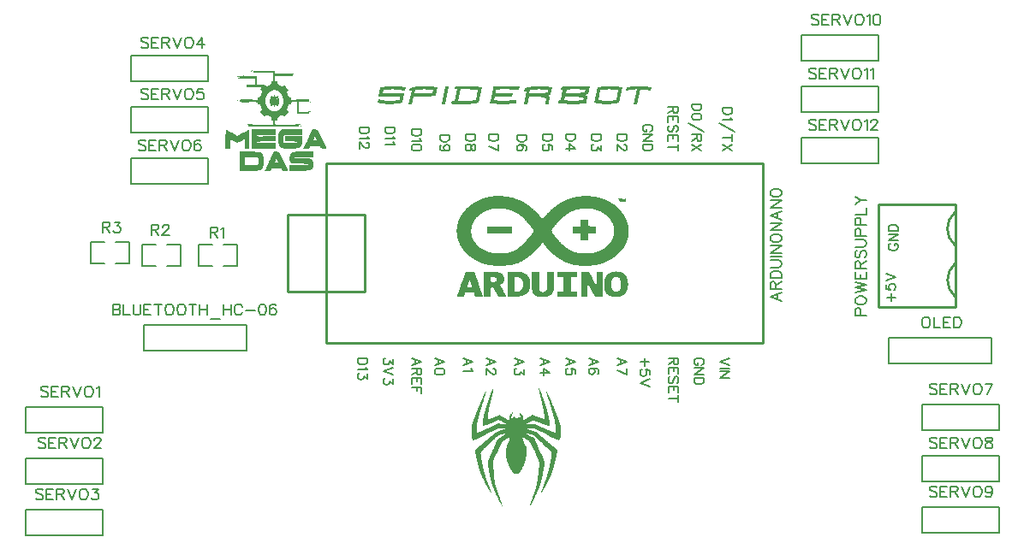
<source format=gto>
G04 ---------------------------- Layer name :TOP SILK LAYER*
G04 EasyEDA v5.5.11, Sun, 03 Jun 2018 10:16:40 GMT*
G04 422a67246ae34fc7a473e8fc002879eb*
G04 Gerber Generator version 0.2*
G04 Scale: 100 percent, Rotated: No, Reflected: No *
G04 Dimensions in millimeters *
G04 leading zeros omitted , absolute positions ,3 integer and 3 decimal *
%FSLAX33Y33*%
%MOMM*%
G90*
G71D02*

%ADD10C,0.254000*%
%ADD20C,0.203200*%
%ADD21C,0.202999*%
%ADD22C,0.199898*%
%ADD23C,0.177800*%

%LPD*%

%LPD*%
G36*
G01X61017Y40824D02*
G01X60954Y40823D01*
G01X60889Y40824D01*
G01X60823Y40827D01*
G01X60756Y40834D01*
G01X60690Y40841D01*
G01X60627Y40851D01*
G01X60566Y40864D01*
G01X60507Y40878D01*
G01X60450Y40895D01*
G01X60396Y40914D01*
G01X60344Y40935D01*
G01X60294Y40959D01*
G01X60246Y40984D01*
G01X60201Y41012D01*
G01X60157Y41042D01*
G01X60117Y41074D01*
G01X60078Y41108D01*
G01X60042Y41145D01*
G01X60008Y41184D01*
G01X59976Y41225D01*
G01X59946Y41268D01*
G01X59918Y41314D01*
G01X59893Y41362D01*
G01X59870Y41412D01*
G01X59849Y41464D01*
G01X59830Y41519D01*
G01X59814Y41576D01*
G01X59800Y41635D01*
G01X59788Y41697D01*
G01X59778Y41761D01*
G01X59770Y41826D01*
G01X59765Y41895D01*
G01X59762Y41965D01*
G01X59761Y42038D01*
G01X59762Y42113D01*
G01X59766Y42190D01*
G01X59771Y42265D01*
G01X59779Y42337D01*
G01X59789Y42406D01*
G01X59801Y42473D01*
G01X59814Y42537D01*
G01X59831Y42598D01*
G01X59850Y42657D01*
G01X59870Y42713D01*
G01X59893Y42767D01*
G01X59919Y42818D01*
G01X59946Y42868D01*
G01X59977Y42914D01*
G01X60009Y42958D01*
G01X60044Y43000D01*
G01X60081Y43040D01*
G01X60120Y43077D01*
G01X60162Y43112D01*
G01X60207Y43145D01*
G01X60254Y43176D01*
G01X60304Y43205D01*
G01X60357Y43232D01*
G01X60411Y43256D01*
G01X60469Y43279D01*
G01X60529Y43300D01*
G01X60585Y43316D01*
G01X60646Y43328D01*
G01X60710Y43338D01*
G01X60779Y43346D01*
G01X60850Y43350D01*
G01X60923Y43352D01*
G01X60997Y43351D01*
G01X61071Y43348D01*
G01X61145Y43342D01*
G01X61218Y43334D01*
G01X61289Y43323D01*
G01X61357Y43310D01*
G01X61421Y43295D01*
G01X61481Y43278D01*
G01X61536Y43258D01*
G01X61584Y43235D01*
G01X61634Y43209D01*
G01X61680Y43181D01*
G01X61725Y43150D01*
G01X61767Y43117D01*
G01X61807Y43082D01*
G01X61844Y43045D01*
G01X61879Y43006D01*
G01X61913Y42965D01*
G01X61943Y42921D01*
G01X61971Y42875D01*
G01X61997Y42827D01*
G01X62021Y42777D01*
G01X62042Y42724D01*
G01X62061Y42669D01*
G01X62078Y42613D01*
G01X62092Y42553D01*
G01X62104Y42492D01*
G01X62114Y42428D01*
G01X62122Y42361D01*
G01X62127Y42293D01*
G01X62130Y42221D01*
G01X62131Y42148D01*
G01X62130Y42072D01*
G01X62126Y41994D01*
G01X62121Y41927D01*
G01X62114Y41862D01*
G01X62105Y41798D01*
G01X62094Y41736D01*
G01X62081Y41677D01*
G01X62065Y41619D01*
G01X62048Y41563D01*
G01X62028Y41509D01*
G01X62007Y41456D01*
G01X61984Y41406D01*
G01X61959Y41358D01*
G01X61932Y41312D01*
G01X61903Y41267D01*
G01X61872Y41225D01*
G01X61839Y41185D01*
G01X61804Y41146D01*
G01X61768Y41110D01*
G01X61730Y41076D01*
G01X61690Y41044D01*
G01X61648Y41014D01*
G01X61605Y40986D01*
G01X61559Y40961D01*
G01X61513Y40937D01*
G01X61464Y40916D01*
G01X61414Y40897D01*
G01X61362Y40879D01*
G01X61308Y40865D01*
G01X61253Y40852D01*
G01X61197Y40842D01*
G01X61138Y40834D01*
G01X61078Y40828D01*
G01X61017Y40824D01*
G37*

%LPC*%
G36*
G01X60866Y41361D02*
G01X60916Y41358D01*
G01X60970Y41359D01*
G01X61027Y41365D01*
G01X61087Y41376D01*
G01X61127Y41387D01*
G01X61164Y41403D01*
G01X61199Y41423D01*
G01X61231Y41447D01*
G01X61261Y41476D01*
G01X61288Y41510D01*
G01X61312Y41548D01*
G01X61333Y41590D01*
G01X61352Y41637D01*
G01X61368Y41689D01*
G01X61382Y41745D01*
G01X61393Y41806D01*
G01X61402Y41871D01*
G01X61408Y41942D01*
G01X61412Y42016D01*
G01X61412Y42095D01*
G01X61410Y42191D01*
G01X61403Y42281D01*
G01X61393Y42364D01*
G01X61380Y42440D01*
G01X61362Y42510D01*
G01X61341Y42573D01*
G01X61316Y42629D01*
G01X61288Y42678D01*
G01X61257Y42720D01*
G01X61222Y42754D01*
G01X61184Y42780D01*
G01X61142Y42798D01*
G01X61099Y42810D01*
G01X61048Y42818D01*
G01X60994Y42822D01*
G01X60937Y42824D01*
G01X60880Y42822D01*
G01X60825Y42816D01*
G01X60776Y42808D01*
G01X60732Y42795D01*
G01X60694Y42778D01*
G01X60658Y42750D01*
G01X60625Y42715D01*
G01X60595Y42672D01*
G01X60568Y42621D01*
G01X60543Y42562D01*
G01X60523Y42498D01*
G01X60505Y42427D01*
G01X60491Y42351D01*
G01X60481Y42269D01*
G01X60474Y42183D01*
G01X60472Y42092D01*
G01X60474Y42010D01*
G01X60478Y41932D01*
G01X60486Y41859D01*
G01X60497Y41791D01*
G01X60511Y41728D01*
G01X60528Y41670D01*
G01X60548Y41617D01*
G01X60570Y41569D01*
G01X60597Y41526D01*
G01X60626Y41488D01*
G01X60658Y41454D01*
G01X60693Y41426D01*
G01X60732Y41403D01*
G01X60773Y41384D01*
G01X60818Y41371D01*
G01X60866Y41361D01*
G37*

%LPD*%
G36*
G01X53784Y40825D02*
G01X53709Y40825D01*
G01X53634Y40827D01*
G01X53558Y40832D01*
G01X53483Y40839D01*
G01X53409Y40848D01*
G01X53337Y40859D01*
G01X53269Y40873D01*
G01X53204Y40889D01*
G01X53144Y40907D01*
G01X53090Y40927D01*
G01X53042Y40948D01*
G01X52998Y40971D01*
G01X52956Y40994D01*
G01X52918Y41017D01*
G01X52883Y41042D01*
G01X52851Y41067D01*
G01X52821Y41094D01*
G01X52794Y41123D01*
G01X52770Y41154D01*
G01X52748Y41189D01*
G01X52728Y41226D01*
G01X52711Y41268D01*
G01X52695Y41314D01*
G01X52681Y41364D01*
G01X52668Y41419D01*
G01X52658Y41480D01*
G01X52649Y41547D01*
G01X52640Y41621D01*
G01X52634Y41701D01*
G01X52628Y41789D01*
G01X52623Y41884D01*
G01X52619Y41987D01*
G01X52615Y42098D01*
G01X52612Y42219D01*
G01X52609Y42350D01*
G01X52590Y43319D01*
G01X53338Y43319D01*
G01X53338Y42230D01*
G01X53338Y42089D01*
G01X53339Y41967D01*
G01X53341Y41861D01*
G01X53343Y41770D01*
G01X53346Y41693D01*
G01X53350Y41628D01*
G01X53355Y41575D01*
G01X53362Y41531D01*
G01X53370Y41495D01*
G01X53381Y41467D01*
G01X53393Y41445D01*
G01X53407Y41426D01*
G01X53423Y41411D01*
G01X53443Y41397D01*
G01X53464Y41383D01*
G01X53533Y41348D01*
G01X53601Y41324D01*
G01X53669Y41312D01*
G01X53737Y41312D01*
G01X53804Y41324D01*
G01X53869Y41347D01*
G01X53932Y41381D01*
G01X53994Y41427D01*
G01X54018Y41449D01*
G01X54039Y41469D01*
G01X54057Y41489D01*
G01X54074Y41512D01*
G01X54087Y41537D01*
G01X54098Y41567D01*
G01X54108Y41603D01*
G01X54115Y41647D01*
G01X54121Y41699D01*
G01X54125Y41762D01*
G01X54128Y41836D01*
G01X54130Y41924D01*
G01X54132Y42026D01*
G01X54132Y42144D01*
G01X54133Y42279D01*
G01X54133Y43319D01*
G01X54814Y43319D01*
G01X54814Y42448D01*
G01X54814Y42359D01*
G01X54813Y42270D01*
G01X54811Y42182D01*
G01X54809Y42096D01*
G01X54807Y42013D01*
G01X54804Y41932D01*
G01X54801Y41855D01*
G01X54797Y41781D01*
G01X54793Y41713D01*
G01X54789Y41649D01*
G01X54784Y41591D01*
G01X54779Y41539D01*
G01X54774Y41493D01*
G01X54769Y41455D01*
G01X54763Y41425D01*
G01X54758Y41403D01*
G01X54742Y41361D01*
G01X54722Y41320D01*
G01X54696Y41279D01*
G01X54667Y41237D01*
G01X54634Y41197D01*
G01X54598Y41158D01*
G01X54558Y41119D01*
G01X54516Y41081D01*
G01X54471Y41046D01*
G01X54424Y41012D01*
G01X54374Y40981D01*
G01X54323Y40951D01*
G01X54271Y40925D01*
G01X54218Y40902D01*
G01X54164Y40881D01*
G01X54111Y40865D01*
G01X54054Y40851D01*
G01X53992Y40841D01*
G01X53926Y40833D01*
G01X53856Y40827D01*
G01X53784Y40825D01*
G37*

%LPC*%

%LPD*%
G36*
G01X59640Y43319D02*
G01X59640Y40860D01*
G01X59241Y40875D01*
G01X58842Y40889D01*
G01X58136Y42211D01*
G01X58104Y40865D01*
G01X57483Y40865D01*
G01X57483Y43319D01*
G01X57866Y43319D01*
G01X58249Y43319D01*
G01X58590Y42677D01*
G01X58636Y42590D01*
G01X58682Y42506D01*
G01X58725Y42426D01*
G01X58767Y42350D01*
G01X58807Y42280D01*
G01X58843Y42217D01*
G01X58876Y42160D01*
G01X58905Y42111D01*
G01X58930Y42072D01*
G01X58950Y42041D01*
G01X58964Y42021D01*
G01X58973Y42012D01*
G01X58979Y42015D01*
G01X58984Y42029D01*
G01X58989Y42055D01*
G01X58995Y42091D01*
G01X58999Y42137D01*
G01X59003Y42190D01*
G01X59007Y42252D01*
G01X59010Y42322D01*
G01X59012Y42397D01*
G01X59014Y42478D01*
G01X59015Y42564D01*
G01X59016Y42654D01*
G01X59016Y43319D01*
G01X59640Y43319D01*
G37*

%LPC*%

%LPD*%
G36*
G01X57085Y40865D02*
G01X55155Y40865D01*
G01X55155Y41356D01*
G01X55779Y41356D01*
G01X55779Y42828D01*
G01X55155Y42828D01*
G01X55155Y43319D01*
G01X57085Y43319D01*
G01X57085Y42828D01*
G01X56461Y42828D01*
G01X56461Y41356D01*
G01X57085Y41356D01*
G01X57085Y40865D01*
G37*

%LPC*%

%LPD*%
G36*
G01X50805Y40865D02*
G01X50215Y40865D01*
G01X50215Y43329D01*
G01X50939Y43312D01*
G01X51057Y43309D01*
G01X51162Y43306D01*
G01X51255Y43303D01*
G01X51338Y43299D01*
G01X51413Y43295D01*
G01X51478Y43290D01*
G01X51537Y43284D01*
G01X51589Y43277D01*
G01X51637Y43269D01*
G01X51681Y43260D01*
G01X51722Y43249D01*
G01X51761Y43236D01*
G01X51799Y43221D01*
G01X51837Y43204D01*
G01X51877Y43186D01*
G01X51919Y43165D01*
G01X51970Y43137D01*
G01X52019Y43109D01*
G01X52064Y43079D01*
G01X52107Y43047D01*
G01X52147Y43014D01*
G01X52185Y42979D01*
G01X52220Y42943D01*
G01X52253Y42905D01*
G01X52283Y42864D01*
G01X52311Y42822D01*
G01X52337Y42778D01*
G01X52360Y42731D01*
G01X52381Y42683D01*
G01X52400Y42632D01*
G01X52416Y42579D01*
G01X52431Y42523D01*
G01X52443Y42464D01*
G01X52454Y42403D01*
G01X52463Y42339D01*
G01X52470Y42273D01*
G01X52475Y42201D01*
G01X52477Y42132D01*
G01X52478Y42064D01*
G01X52476Y41999D01*
G01X52471Y41935D01*
G01X52464Y41873D01*
G01X52455Y41814D01*
G01X52443Y41756D01*
G01X52429Y41700D01*
G01X52411Y41646D01*
G01X52392Y41593D01*
G01X52370Y41542D01*
G01X52346Y41493D01*
G01X52319Y41446D01*
G01X52290Y41401D01*
G01X52258Y41357D01*
G01X52224Y41315D01*
G01X52187Y41275D01*
G01X52148Y41235D01*
G01X52106Y41198D01*
G01X52067Y41167D01*
G01X52029Y41137D01*
G01X51991Y41110D01*
G01X51952Y41084D01*
G01X51913Y41060D01*
G01X51872Y41037D01*
G01X51831Y41016D01*
G01X51788Y40997D01*
G01X51744Y40979D01*
G01X51699Y40963D01*
G01X51652Y40948D01*
G01X51604Y40935D01*
G01X51552Y40923D01*
G01X51500Y40912D01*
G01X51444Y40902D01*
G01X51386Y40894D01*
G01X51325Y40887D01*
G01X51261Y40881D01*
G01X51194Y40876D01*
G01X51123Y40872D01*
G01X51049Y40869D01*
G01X50972Y40867D01*
G01X50890Y40866D01*
G01X50805Y40865D01*
G37*

%LPC*%
G36*
G01X50897Y42842D02*
G01X50897Y41356D01*
G01X51040Y41356D01*
G01X51112Y41361D01*
G01X51200Y41377D01*
G01X51294Y41400D01*
G01X51383Y41428D01*
G01X51432Y41448D01*
G01X51478Y41472D01*
G01X51520Y41499D01*
G01X51558Y41529D01*
G01X51593Y41563D01*
G01X51623Y41601D01*
G01X51651Y41642D01*
G01X51674Y41688D01*
G01X51694Y41737D01*
G01X51711Y41791D01*
G01X51724Y41848D01*
G01X51733Y41910D01*
G01X51739Y41976D01*
G01X51742Y42047D01*
G01X51742Y42121D01*
G01X51738Y42201D01*
G01X51731Y42296D01*
G01X51721Y42374D01*
G01X51709Y42440D01*
G01X51694Y42495D01*
G01X51673Y42541D01*
G01X51647Y42582D01*
G01X51615Y42620D01*
G01X51576Y42657D01*
G01X51539Y42685D01*
G01X51497Y42711D01*
G01X51452Y42734D01*
G01X51402Y42755D01*
G01X51349Y42773D01*
G01X51291Y42788D01*
G01X51230Y42801D01*
G01X51166Y42810D01*
G01X50897Y42842D01*
G37*

%LPD*%
G36*
G01X48569Y40865D02*
G01X47888Y40865D01*
G01X47888Y43329D01*
G01X48612Y43311D01*
G01X48728Y43307D01*
G01X48837Y43303D01*
G01X48937Y43298D01*
G01X49030Y43292D01*
G01X49115Y43285D01*
G01X49193Y43277D01*
G01X49265Y43267D01*
G01X49331Y43256D01*
G01X49392Y43244D01*
G01X49447Y43230D01*
G01X49496Y43215D01*
G01X49542Y43197D01*
G01X49583Y43177D01*
G01X49621Y43156D01*
G01X49655Y43132D01*
G01X49686Y43106D01*
G01X49715Y43078D01*
G01X49741Y43047D01*
G01X49766Y43013D01*
G01X49789Y42977D01*
G01X49812Y42932D01*
G01X49831Y42881D01*
G01X49847Y42825D01*
G01X49859Y42767D01*
G01X49867Y42706D01*
G01X49871Y42644D01*
G01X49872Y42583D01*
G01X49868Y42523D01*
G01X49860Y42466D01*
G01X49849Y42412D01*
G01X49833Y42364D01*
G01X49812Y42322D01*
G01X49777Y42272D01*
G01X49727Y42216D01*
G01X49669Y42160D01*
G01X49609Y42112D01*
G01X49468Y42009D01*
G01X49785Y41462D01*
G01X49828Y41388D01*
G01X49869Y41316D01*
G01X49908Y41248D01*
G01X49945Y41184D01*
G01X49978Y41124D01*
G01X50009Y41069D01*
G01X50035Y41020D01*
G01X50058Y40978D01*
G01X50077Y40943D01*
G01X50090Y40917D01*
G01X50099Y40899D01*
G01X50102Y40890D01*
G01X50094Y40885D01*
G01X50071Y40880D01*
G01X50035Y40876D01*
G01X49988Y40872D01*
G01X49931Y40869D01*
G01X49865Y40867D01*
G01X49793Y40866D01*
G01X49715Y40865D01*
G01X49329Y40865D01*
G01X49076Y41319D01*
G01X49030Y41402D01*
G01X48987Y41475D01*
G01X48949Y41539D01*
G01X48913Y41595D01*
G01X48881Y41642D01*
G01X48850Y41681D01*
G01X48822Y41714D01*
G01X48795Y41740D01*
G01X48770Y41760D01*
G01X48746Y41774D01*
G01X48721Y41784D01*
G01X48696Y41789D01*
G01X48655Y41793D01*
G01X48624Y41789D01*
G01X48601Y41773D01*
G01X48586Y41740D01*
G01X48576Y41684D01*
G01X48571Y41602D01*
G01X48569Y41487D01*
G01X48569Y41335D01*
G01X48569Y40865D01*
G37*

%LPC*%
G36*
G01X48580Y42578D02*
G01X48597Y42313D01*
G01X48794Y42321D01*
G01X48885Y42332D01*
G01X48967Y42356D01*
G01X49037Y42391D01*
G01X49093Y42437D01*
G01X49161Y42517D01*
G01X49187Y42574D01*
G01X49173Y42629D01*
G01X49121Y42699D01*
G01X49073Y42736D01*
G01X48998Y42769D01*
G01X48905Y42796D01*
G01X48805Y42814D01*
G01X48562Y42842D01*
G01X48580Y42578D01*
G37*

%LPD*%
G36*
G01X45901Y40865D02*
G01X45560Y40865D01*
G01X45427Y40868D01*
G01X45319Y40876D01*
G01X45246Y40888D01*
G01X45219Y40903D01*
G01X45220Y40909D01*
G01X45224Y40922D01*
G01X45231Y40943D01*
G01X45239Y40970D01*
G01X45251Y41003D01*
G01X45264Y41042D01*
G01X45279Y41088D01*
G01X45296Y41137D01*
G01X45315Y41192D01*
G01X45335Y41252D01*
G01X45357Y41315D01*
G01X45380Y41382D01*
G01X45404Y41452D01*
G01X45429Y41525D01*
G01X45456Y41602D01*
G01X45483Y41679D01*
G01X45511Y41760D01*
G01X45539Y41841D01*
G01X45568Y41923D01*
G01X45597Y42007D01*
G01X45656Y42174D01*
G01X45685Y42257D01*
G01X45714Y42340D01*
G01X45743Y42422D01*
G01X45771Y42501D01*
G01X45799Y42580D01*
G01X45826Y42655D01*
G01X45852Y42729D01*
G01X45876Y42799D01*
G01X45900Y42867D01*
G01X45923Y42930D01*
G01X45945Y42989D01*
G01X45964Y43044D01*
G01X45982Y43094D01*
G01X45998Y43139D01*
G01X46013Y43178D01*
G01X46025Y43212D01*
G01X46035Y43239D01*
G01X46044Y43260D01*
G01X46056Y43276D01*
G01X46079Y43289D01*
G01X46114Y43299D01*
G01X46162Y43306D01*
G01X46224Y43311D01*
G01X46301Y43313D01*
G01X46394Y43312D01*
G01X46504Y43309D01*
G01X46940Y43295D01*
G01X47326Y42215D01*
G01X47358Y42126D01*
G01X47389Y42039D01*
G01X47420Y41952D01*
G01X47450Y41868D01*
G01X47479Y41785D01*
G01X47507Y41705D01*
G01X47535Y41627D01*
G01X47560Y41552D01*
G01X47585Y41480D01*
G01X47609Y41413D01*
G01X47632Y41349D01*
G01X47652Y41289D01*
G01X47671Y41233D01*
G01X47688Y41183D01*
G01X47716Y41098D01*
G01X47728Y41064D01*
G01X47737Y41036D01*
G01X47743Y41014D01*
G01X47747Y41000D01*
G01X47783Y40865D01*
G01X47037Y40865D01*
G01X46973Y41086D01*
G01X46909Y41307D01*
G01X46038Y41307D01*
G01X45969Y41086D01*
G01X45901Y40865D01*
G37*

%LPC*%
G36*
G01X46380Y41800D02*
G01X46468Y41798D01*
G01X46528Y41798D01*
G01X46577Y41800D01*
G01X46617Y41805D01*
G01X46647Y41814D01*
G01X46668Y41829D01*
G01X46681Y41851D01*
G01X46685Y41881D01*
G01X46682Y41920D01*
G01X46672Y41970D01*
G01X46655Y42032D01*
G01X46632Y42109D01*
G01X46602Y42200D01*
G01X46564Y42310D01*
G01X46526Y42401D01*
G01X46494Y42462D01*
G01X46472Y42485D01*
G01X46461Y42474D01*
G01X46444Y42442D01*
G01X46423Y42395D01*
G01X46399Y42334D01*
G01X46372Y42264D01*
G01X46345Y42189D01*
G01X46318Y42112D01*
G01X46294Y42037D01*
G01X46273Y41967D01*
G01X46256Y41906D01*
G01X46245Y41858D01*
G01X46241Y41826D01*
G01X46259Y41815D01*
G01X46308Y41806D01*
G01X46380Y41800D01*
G37*

%LPD*%
G36*
G01X49491Y43918D02*
G01X49422Y43917D01*
G01X49354Y43918D01*
G01X49287Y43919D01*
G01X49221Y43920D01*
G01X49155Y43922D01*
G01X49089Y43925D01*
G01X49024Y43928D01*
G01X48960Y43932D01*
G01X48896Y43937D01*
G01X48833Y43943D01*
G01X48770Y43949D01*
G01X48708Y43956D01*
G01X48585Y43971D01*
G01X48524Y43980D01*
G01X48464Y43989D01*
G01X48405Y43999D01*
G01X48345Y44011D01*
G01X48287Y44022D01*
G01X48229Y44034D01*
G01X48171Y44047D01*
G01X48114Y44060D01*
G01X48057Y44075D01*
G01X48001Y44090D01*
G01X47945Y44105D01*
G01X47890Y44121D01*
G01X47835Y44139D01*
G01X47780Y44156D01*
G01X47727Y44175D01*
G01X47673Y44194D01*
G01X47619Y44214D01*
G01X47567Y44234D01*
G01X47514Y44255D01*
G01X47462Y44277D01*
G01X47410Y44300D01*
G01X47359Y44324D01*
G01X47308Y44347D01*
G01X47258Y44372D01*
G01X47207Y44398D01*
G01X47157Y44424D01*
G01X47108Y44451D01*
G01X47059Y44479D01*
G01X47010Y44507D01*
G01X46961Y44537D01*
G01X46913Y44567D01*
G01X46865Y44597D01*
G01X46817Y44629D01*
G01X46770Y44661D01*
G01X46722Y44694D01*
G01X46676Y44727D01*
G01X46629Y44762D01*
G01X46583Y44797D01*
G01X46536Y44833D01*
G01X46491Y44870D01*
G01X46445Y44907D01*
G01X46400Y44945D01*
G01X46355Y44984D01*
G01X46304Y45029D01*
G01X46255Y45074D01*
G01X46207Y45118D01*
G01X46161Y45163D01*
G01X46116Y45208D01*
G01X46072Y45253D01*
G01X46028Y45298D01*
G01X45987Y45343D01*
G01X45947Y45388D01*
G01X45907Y45434D01*
G01X45869Y45480D01*
G01X45832Y45526D01*
G01X45796Y45572D01*
G01X45762Y45619D01*
G01X45728Y45666D01*
G01X45695Y45713D01*
G01X45664Y45761D01*
G01X45634Y45809D01*
G01X45604Y45857D01*
G01X45576Y45906D01*
G01X45549Y45955D01*
G01X45523Y46004D01*
G01X45498Y46055D01*
G01X45474Y46106D01*
G01X45450Y46156D01*
G01X45428Y46208D01*
G01X45407Y46261D01*
G01X45387Y46313D01*
G01X45368Y46367D01*
G01X45350Y46421D01*
G01X45332Y46475D01*
G01X45316Y46531D01*
G01X45300Y46587D01*
G01X45286Y46643D01*
G01X45272Y46700D01*
G01X45259Y46759D01*
G01X45247Y46818D01*
G01X45236Y46877D01*
G01X45225Y46938D01*
G01X45216Y46999D01*
G01X45208Y47054D01*
G01X45202Y47109D01*
G01X45197Y47164D01*
G01X45193Y47219D01*
G01X45190Y47274D01*
G01X45188Y47329D01*
G01X45188Y47384D01*
G01X45188Y47439D01*
G01X45190Y47493D01*
G01X45193Y47548D01*
G01X45196Y47603D01*
G01X45201Y47657D01*
G01X45207Y47711D01*
G01X45215Y47766D01*
G01X45223Y47820D01*
G01X45232Y47874D01*
G01X45242Y47928D01*
G01X45254Y47982D01*
G01X45266Y48035D01*
G01X45280Y48088D01*
G01X45294Y48142D01*
G01X45309Y48194D01*
G01X45326Y48247D01*
G01X45343Y48300D01*
G01X45362Y48352D01*
G01X45381Y48404D01*
G01X45401Y48456D01*
G01X45423Y48507D01*
G01X45445Y48559D01*
G01X45469Y48610D01*
G01X45493Y48660D01*
G01X45518Y48711D01*
G01X45544Y48761D01*
G01X45572Y48811D01*
G01X45600Y48860D01*
G01X45629Y48909D01*
G01X45658Y48957D01*
G01X45689Y49006D01*
G01X45721Y49054D01*
G01X45753Y49101D01*
G01X45787Y49149D01*
G01X45821Y49195D01*
G01X45856Y49241D01*
G01X45892Y49287D01*
G01X45929Y49332D01*
G01X45966Y49377D01*
G01X46004Y49422D01*
G01X46044Y49465D01*
G01X46084Y49509D01*
G01X46125Y49552D01*
G01X46167Y49595D01*
G01X46209Y49636D01*
G01X46252Y49677D01*
G01X46297Y49718D01*
G01X46341Y49759D01*
G01X46387Y49798D01*
G01X46433Y49837D01*
G01X46480Y49876D01*
G01X46528Y49914D01*
G01X46576Y49951D01*
G01X46626Y49987D01*
G01X46676Y50023D01*
G01X46726Y50059D01*
G01X46778Y50093D01*
G01X46830Y50127D01*
G01X46883Y50161D01*
G01X46936Y50193D01*
G01X46990Y50225D01*
G01X47045Y50256D01*
G01X47100Y50287D01*
G01X47156Y50317D01*
G01X47213Y50346D01*
G01X47270Y50374D01*
G01X47328Y50402D01*
G01X47387Y50428D01*
G01X47446Y50454D01*
G01X47506Y50479D01*
G01X47566Y50503D01*
G01X47627Y50527D01*
G01X47689Y50550D01*
G01X47743Y50569D01*
G01X47795Y50587D01*
G01X47845Y50603D01*
G01X47895Y50619D01*
G01X47946Y50633D01*
G01X47998Y50648D01*
G01X48052Y50661D01*
G01X48108Y50675D01*
G01X48169Y50689D01*
G01X48234Y50702D01*
G01X48304Y50717D01*
G01X48381Y50731D01*
G01X48465Y50747D01*
G01X48557Y50763D01*
G01X48657Y50781D01*
G01X48768Y50800D01*
G01X48800Y50804D01*
G01X48847Y50807D01*
G01X48909Y50811D01*
G01X48981Y50814D01*
G01X49062Y50817D01*
G01X49150Y50820D01*
G01X49241Y50822D01*
G01X49335Y50823D01*
G01X49399Y50823D01*
G01X49463Y50822D01*
G01X49527Y50821D01*
G01X49591Y50819D01*
G01X49656Y50816D01*
G01X49720Y50812D01*
G01X49784Y50808D01*
G01X49848Y50803D01*
G01X49912Y50796D01*
G01X49976Y50789D01*
G01X50040Y50782D01*
G01X50104Y50774D01*
G01X50167Y50765D01*
G01X50231Y50755D01*
G01X50294Y50745D01*
G01X50357Y50733D01*
G01X50420Y50721D01*
G01X50482Y50709D01*
G01X50544Y50695D01*
G01X50606Y50681D01*
G01X50668Y50666D01*
G01X50730Y50651D01*
G01X50791Y50634D01*
G01X50852Y50618D01*
G01X50913Y50600D01*
G01X50973Y50582D01*
G01X51033Y50563D01*
G01X51092Y50543D01*
G01X51151Y50523D01*
G01X51210Y50502D01*
G01X51268Y50480D01*
G01X51326Y50458D01*
G01X51383Y50434D01*
G01X51440Y50411D01*
G01X51496Y50386D01*
G01X51552Y50361D01*
G01X51607Y50336D01*
G01X51662Y50309D01*
G01X51716Y50282D01*
G01X51769Y50255D01*
G01X51811Y50232D01*
G01X51855Y50207D01*
G01X51900Y50180D01*
G01X51948Y50151D01*
G01X51996Y50120D01*
G01X52045Y50087D01*
G01X52096Y50053D01*
G01X52148Y50017D01*
G01X52201Y49979D01*
G01X52254Y49940D01*
G01X52308Y49899D01*
G01X52362Y49858D01*
G01X52417Y49816D01*
G01X52472Y49772D01*
G01X52528Y49727D01*
G01X52638Y49636D01*
G01X52693Y49589D01*
G01X52748Y49542D01*
G01X52803Y49494D01*
G01X52856Y49446D01*
G01X52910Y49398D01*
G01X52962Y49350D01*
G01X53013Y49301D01*
G01X53063Y49254D01*
G01X53112Y49205D01*
G01X53160Y49158D01*
G01X53206Y49111D01*
G01X53251Y49064D01*
G01X53294Y49018D01*
G01X53336Y48973D01*
G01X53375Y48928D01*
G01X53690Y48566D01*
G01X53939Y48862D01*
G01X53984Y48914D01*
G01X54028Y48966D01*
G01X54074Y49016D01*
G01X54119Y49067D01*
G01X54165Y49116D01*
G01X54212Y49165D01*
G01X54258Y49214D01*
G01X54306Y49261D01*
G01X54353Y49309D01*
G01X54402Y49355D01*
G01X54450Y49401D01*
G01X54499Y49447D01*
G01X54549Y49491D01*
G01X54598Y49536D01*
G01X54649Y49579D01*
G01X54699Y49622D01*
G01X54750Y49664D01*
G01X54852Y49746D01*
G01X54956Y49826D01*
G01X55008Y49864D01*
G01X55061Y49902D01*
G01X55114Y49939D01*
G01X55167Y49976D01*
G01X55220Y50012D01*
G01X55274Y50047D01*
G01X55328Y50081D01*
G01X55382Y50114D01*
G01X55436Y50147D01*
G01X55490Y50179D01*
G01X55545Y50210D01*
G01X55600Y50241D01*
G01X55655Y50270D01*
G01X55710Y50299D01*
G01X55765Y50327D01*
G01X55821Y50354D01*
G01X55876Y50380D01*
G01X55932Y50406D01*
G01X55988Y50431D01*
G01X56045Y50455D01*
G01X56101Y50478D01*
G01X56159Y50500D01*
G01X56217Y50522D01*
G01X56276Y50543D01*
G01X56335Y50563D01*
G01X56395Y50583D01*
G01X56454Y50601D01*
G01X56515Y50619D01*
G01X56575Y50636D01*
G01X56636Y50653D01*
G01X56697Y50668D01*
G01X56758Y50684D01*
G01X56882Y50711D01*
G01X56945Y50724D01*
G01X57007Y50735D01*
G01X57070Y50747D01*
G01X57133Y50757D01*
G01X57197Y50766D01*
G01X57260Y50775D01*
G01X57324Y50783D01*
G01X57388Y50791D01*
G01X57452Y50797D01*
G01X57516Y50803D01*
G01X57580Y50808D01*
G01X57644Y50813D01*
G01X57708Y50816D01*
G01X57772Y50819D01*
G01X57837Y50821D01*
G01X57901Y50822D01*
G01X57965Y50823D01*
G01X58030Y50823D01*
G01X58094Y50822D01*
G01X58158Y50820D01*
G01X58223Y50818D01*
G01X58287Y50815D01*
G01X58351Y50811D01*
G01X58414Y50806D01*
G01X58478Y50801D01*
G01X58542Y50795D01*
G01X58669Y50781D01*
G01X58732Y50772D01*
G01X58794Y50763D01*
G01X58857Y50753D01*
G01X58919Y50743D01*
G01X58982Y50731D01*
G01X59043Y50720D01*
G01X59105Y50707D01*
G01X59166Y50693D01*
G01X59227Y50679D01*
G01X59288Y50664D01*
G01X59348Y50649D01*
G01X59408Y50632D01*
G01X59466Y50615D01*
G01X59525Y50597D01*
G01X59584Y50579D01*
G01X59642Y50560D01*
G01X59700Y50539D01*
G01X59757Y50519D01*
G01X59813Y50497D01*
G01X59869Y50475D01*
G01X59925Y50452D01*
G01X59980Y50429D01*
G01X60034Y50404D01*
G01X60088Y50379D01*
G01X60142Y50353D01*
G01X60194Y50327D01*
G01X60246Y50300D01*
G01X60298Y50272D01*
G01X60348Y50243D01*
G01X60405Y50210D01*
G01X60461Y50176D01*
G01X60517Y50141D01*
G01X60571Y50106D01*
G01X60625Y50070D01*
G01X60678Y50033D01*
G01X60730Y49996D01*
G01X60781Y49958D01*
G01X60831Y49920D01*
G01X60881Y49881D01*
G01X60930Y49842D01*
G01X60977Y49802D01*
G01X61024Y49761D01*
G01X61070Y49721D01*
G01X61115Y49679D01*
G01X61160Y49637D01*
G01X61203Y49594D01*
G01X61246Y49551D01*
G01X61287Y49508D01*
G01X61328Y49464D01*
G01X61367Y49419D01*
G01X61407Y49375D01*
G01X61445Y49329D01*
G01X61482Y49284D01*
G01X61518Y49237D01*
G01X61553Y49191D01*
G01X61588Y49144D01*
G01X61621Y49097D01*
G01X61654Y49049D01*
G01X61685Y49001D01*
G01X61716Y48953D01*
G01X61746Y48904D01*
G01X61775Y48855D01*
G01X61803Y48806D01*
G01X61830Y48756D01*
G01X61856Y48706D01*
G01X61881Y48655D01*
G01X61905Y48604D01*
G01X61928Y48554D01*
G01X61951Y48502D01*
G01X61971Y48451D01*
G01X61992Y48399D01*
G01X62011Y48347D01*
G01X62029Y48295D01*
G01X62047Y48243D01*
G01X62063Y48190D01*
G01X62079Y48138D01*
G01X62093Y48084D01*
G01X62106Y48031D01*
G01X62119Y47978D01*
G01X62130Y47924D01*
G01X62140Y47870D01*
G01X62150Y47817D01*
G01X62158Y47763D01*
G01X62165Y47709D01*
G01X62172Y47654D01*
G01X62177Y47600D01*
G01X62181Y47546D01*
G01X62184Y47491D01*
G01X62186Y47437D01*
G01X62187Y47382D01*
G01X62187Y47327D01*
G01X62186Y47273D01*
G01X62184Y47218D01*
G01X62181Y47163D01*
G01X62177Y47108D01*
G01X62172Y47054D01*
G01X62166Y46999D01*
G01X62158Y46944D01*
G01X62150Y46889D01*
G01X62141Y46835D01*
G01X62130Y46780D01*
G01X62118Y46725D01*
G01X62106Y46670D01*
G01X62092Y46616D01*
G01X62077Y46561D01*
G01X62061Y46507D01*
G01X62044Y46453D01*
G01X62025Y46399D01*
G01X62006Y46344D01*
G01X61985Y46290D01*
G01X61964Y46237D01*
G01X61941Y46183D01*
G01X61917Y46129D01*
G01X61895Y46081D01*
G01X61871Y46033D01*
G01X61846Y45986D01*
G01X61820Y45938D01*
G01X61793Y45891D01*
G01X61765Y45843D01*
G01X61736Y45797D01*
G01X61706Y45750D01*
G01X61675Y45704D01*
G01X61643Y45658D01*
G01X61610Y45612D01*
G01X61576Y45567D01*
G01X61541Y45522D01*
G01X61505Y45477D01*
G01X61468Y45433D01*
G01X61430Y45389D01*
G01X61392Y45346D01*
G01X61353Y45303D01*
G01X61313Y45260D01*
G01X61272Y45218D01*
G01X61230Y45176D01*
G01X61188Y45135D01*
G01X61144Y45094D01*
G01X61100Y45054D01*
G01X61056Y45014D01*
G01X61010Y44975D01*
G01X60964Y44936D01*
G01X60917Y44898D01*
G01X60870Y44860D01*
G01X60822Y44823D01*
G01X60773Y44786D01*
G01X60724Y44751D01*
G01X60673Y44715D01*
G01X60623Y44681D01*
G01X60572Y44646D01*
G01X60520Y44613D01*
G01X60468Y44580D01*
G01X60415Y44548D01*
G01X60362Y44516D01*
G01X60308Y44485D01*
G01X60254Y44455D01*
G01X60200Y44426D01*
G01X60145Y44397D01*
G01X60089Y44369D01*
G01X60033Y44342D01*
G01X59977Y44315D01*
G01X59920Y44289D01*
G01X59863Y44265D01*
G01X59806Y44240D01*
G01X59748Y44217D01*
G01X59691Y44194D01*
G01X59632Y44173D01*
G01X59574Y44152D01*
G01X59515Y44132D01*
G01X59456Y44113D01*
G01X59396Y44094D01*
G01X59337Y44077D01*
G01X59278Y44061D01*
G01X59218Y44045D01*
G01X59158Y44031D01*
G01X59112Y44021D01*
G01X59064Y44011D01*
G01X59013Y44001D01*
G01X58961Y43993D01*
G01X58906Y43984D01*
G01X58849Y43977D01*
G01X58791Y43969D01*
G01X58731Y43962D01*
G01X58670Y43956D01*
G01X58608Y43950D01*
G01X58544Y43944D01*
G01X58479Y43939D01*
G01X58414Y43935D01*
G01X58348Y43931D01*
G01X58281Y43928D01*
G01X58213Y43925D01*
G01X58146Y43922D01*
G01X58078Y43920D01*
G01X58010Y43919D01*
G01X57942Y43918D01*
G01X57806Y43918D01*
G01X57740Y43919D01*
G01X57673Y43920D01*
G01X57608Y43922D01*
G01X57543Y43924D01*
G01X57479Y43927D01*
G01X57416Y43931D01*
G01X57355Y43935D01*
G01X57295Y43939D01*
G01X57237Y43945D01*
G01X57180Y43950D01*
G01X57125Y43957D01*
G01X57072Y43963D01*
G01X57021Y43971D01*
G01X56973Y43979D01*
G01X56916Y43989D01*
G01X56859Y44000D01*
G01X56803Y44012D01*
G01X56747Y44025D01*
G01X56691Y44038D01*
G01X56635Y44052D01*
G01X56580Y44067D01*
G01X56524Y44083D01*
G01X56469Y44099D01*
G01X56414Y44116D01*
G01X56360Y44134D01*
G01X56305Y44152D01*
G01X56251Y44171D01*
G01X56196Y44191D01*
G01X56143Y44212D01*
G01X56089Y44233D01*
G01X56036Y44255D01*
G01X55983Y44278D01*
G01X55930Y44301D01*
G01X55877Y44326D01*
G01X55825Y44350D01*
G01X55772Y44376D01*
G01X55720Y44403D01*
G01X55669Y44430D01*
G01X55617Y44458D01*
G01X55566Y44486D01*
G01X55515Y44516D01*
G01X55464Y44546D01*
G01X55414Y44576D01*
G01X55364Y44607D01*
G01X55314Y44639D01*
G01X55264Y44672D01*
G01X55215Y44706D01*
G01X55166Y44740D01*
G01X55117Y44775D01*
G01X55068Y44810D01*
G01X54972Y44883D01*
G01X54924Y44921D01*
G01X54877Y44960D01*
G01X54829Y44999D01*
G01X54782Y45038D01*
G01X54736Y45079D01*
G01X54689Y45120D01*
G01X54598Y45204D01*
G01X54552Y45247D01*
G01X54507Y45291D01*
G01X54462Y45335D01*
G01X54417Y45381D01*
G01X54329Y45473D01*
G01X54285Y45520D01*
G01X54242Y45568D01*
G01X54199Y45617D01*
G01X54156Y45666D01*
G01X54114Y45716D01*
G01X54072Y45767D01*
G01X54030Y45818D01*
G01X53989Y45870D01*
G01X53933Y45939D01*
G01X53880Y46004D01*
G01X53831Y46063D01*
G01X53786Y46114D01*
G01X53748Y46156D01*
G01X53717Y46188D01*
G01X53695Y46208D01*
G01X53683Y46215D01*
G01X53671Y46208D01*
G01X53650Y46188D01*
G01X53621Y46157D01*
G01X53585Y46117D01*
G01X53543Y46067D01*
G01X53496Y46012D01*
G01X53447Y45950D01*
G01X53395Y45883D01*
G01X53372Y45855D01*
G01X53346Y45823D01*
G01X53316Y45789D01*
G01X53284Y45753D01*
G01X53249Y45714D01*
G01X53211Y45674D01*
G01X53171Y45632D01*
G01X53129Y45588D01*
G01X53085Y45544D01*
G01X53039Y45498D01*
G01X52992Y45452D01*
G01X52944Y45405D01*
G01X52895Y45357D01*
G01X52845Y45310D01*
G01X52795Y45263D01*
G01X52744Y45216D01*
G01X52693Y45169D01*
G01X52643Y45124D01*
G01X52593Y45079D01*
G01X52543Y45036D01*
G01X52490Y44990D01*
G01X52438Y44945D01*
G01X52385Y44902D01*
G01X52334Y44860D01*
G01X52283Y44819D01*
G01X52232Y44779D01*
G01X52182Y44740D01*
G01X52131Y44702D01*
G01X52082Y44666D01*
G01X52032Y44630D01*
G01X51983Y44596D01*
G01X51933Y44562D01*
G01X51884Y44530D01*
G01X51835Y44499D01*
G01X51786Y44468D01*
G01X51737Y44439D01*
G01X51688Y44410D01*
G01X51639Y44383D01*
G01X51590Y44357D01*
G01X51541Y44331D01*
G01X51491Y44306D01*
G01X51442Y44282D01*
G01X51392Y44260D01*
G01X51343Y44238D01*
G01X51292Y44216D01*
G01X51241Y44196D01*
G01X51191Y44177D01*
G01X51139Y44158D01*
G01X51088Y44140D01*
G01X51035Y44123D01*
G01X50983Y44107D01*
G01X50930Y44091D01*
G01X50876Y44077D01*
G01X50821Y44063D01*
G01X50766Y44050D01*
G01X50711Y44037D01*
G01X50654Y44025D01*
G01X50597Y44014D01*
G01X50539Y44003D01*
G01X50480Y43994D01*
G01X50421Y43985D01*
G01X50361Y43976D01*
G01X50299Y43968D01*
G01X50237Y43961D01*
G01X50174Y43954D01*
G01X50109Y43948D01*
G01X50044Y43943D01*
G01X49978Y43937D01*
G01X49910Y43933D01*
G01X49841Y43929D01*
G01X49771Y43926D01*
G01X49700Y43923D01*
G01X49630Y43921D01*
G01X49560Y43919D01*
G01X49491Y43918D01*
G37*

%LPC*%
G36*
G01X57883Y45141D02*
G01X57951Y45141D01*
G01X58019Y45141D01*
G01X58086Y45142D01*
G01X58152Y45143D01*
G01X58217Y45146D01*
G01X58281Y45150D01*
G01X58343Y45155D01*
G01X58404Y45160D01*
G01X58463Y45166D01*
G01X58520Y45174D01*
G01X58574Y45183D01*
G01X58638Y45194D01*
G01X58701Y45206D01*
G01X58764Y45220D01*
G01X58826Y45235D01*
G01X58887Y45252D01*
G01X58948Y45269D01*
G01X59008Y45287D01*
G01X59068Y45307D01*
G01X59127Y45327D01*
G01X59185Y45349D01*
G01X59242Y45372D01*
G01X59298Y45396D01*
G01X59354Y45421D01*
G01X59409Y45447D01*
G01X59463Y45474D01*
G01X59516Y45502D01*
G01X59569Y45531D01*
G01X59620Y45561D01*
G01X59671Y45592D01*
G01X59721Y45623D01*
G01X59770Y45657D01*
G01X59818Y45690D01*
G01X59864Y45725D01*
G01X59910Y45760D01*
G01X59956Y45796D01*
G01X59999Y45833D01*
G01X60043Y45871D01*
G01X60084Y45910D01*
G01X60125Y45950D01*
G01X60165Y45990D01*
G01X60204Y46031D01*
G01X60241Y46073D01*
G01X60277Y46116D01*
G01X60313Y46159D01*
G01X60347Y46203D01*
G01X60380Y46248D01*
G01X60411Y46293D01*
G01X60442Y46339D01*
G01X60471Y46386D01*
G01X60499Y46433D01*
G01X60526Y46481D01*
G01X60551Y46530D01*
G01X60575Y46579D01*
G01X60598Y46628D01*
G01X60619Y46679D01*
G01X60639Y46729D01*
G01X60658Y46781D01*
G01X60675Y46833D01*
G01X60691Y46885D01*
G01X60706Y46938D01*
G01X60718Y46991D01*
G01X60729Y47044D01*
G01X60740Y47098D01*
G01X60747Y47152D01*
G01X60754Y47205D01*
G01X60758Y47259D01*
G01X60761Y47313D01*
G01X60762Y47366D01*
G01X60761Y47420D01*
G01X60759Y47474D01*
G01X60755Y47527D01*
G01X60749Y47580D01*
G01X60742Y47633D01*
G01X60733Y47686D01*
G01X60723Y47738D01*
G01X60711Y47791D01*
G01X60697Y47842D01*
G01X60682Y47894D01*
G01X60666Y47946D01*
G01X60648Y47996D01*
G01X60628Y48047D01*
G01X60607Y48097D01*
G01X60585Y48147D01*
G01X60561Y48197D01*
G01X60536Y48245D01*
G01X60509Y48294D01*
G01X60481Y48342D01*
G01X60452Y48389D01*
G01X60422Y48436D01*
G01X60390Y48483D01*
G01X60357Y48528D01*
G01X60322Y48573D01*
G01X60286Y48617D01*
G01X60250Y48661D01*
G01X60212Y48704D01*
G01X60172Y48746D01*
G01X60132Y48788D01*
G01X60090Y48828D01*
G01X60048Y48868D01*
G01X60003Y48907D01*
G01X59959Y48946D01*
G01X59913Y48983D01*
G01X59865Y49019D01*
G01X59818Y49055D01*
G01X59768Y49090D01*
G01X59718Y49124D01*
G01X59667Y49156D01*
G01X59615Y49188D01*
G01X59561Y49219D01*
G01X59508Y49248D01*
G01X59453Y49277D01*
G01X59397Y49304D01*
G01X59340Y49330D01*
G01X59283Y49356D01*
G01X59224Y49380D01*
G01X59165Y49403D01*
G01X59105Y49424D01*
G01X59044Y49445D01*
G01X58982Y49463D01*
G01X58920Y49481D01*
G01X58857Y49498D01*
G01X58793Y49513D01*
G01X58739Y49524D01*
G01X58679Y49535D01*
G01X58615Y49546D01*
G01X58547Y49555D01*
G01X58476Y49564D01*
G01X58404Y49572D01*
G01X58332Y49579D01*
G01X58259Y49585D01*
G01X58188Y49590D01*
G01X58120Y49594D01*
G01X58055Y49596D01*
G01X57994Y49596D01*
G01X57932Y49596D01*
G01X57870Y49594D01*
G01X57810Y49591D01*
G01X57749Y49588D01*
G01X57690Y49584D01*
G01X57630Y49579D01*
G01X57571Y49573D01*
G01X57513Y49567D01*
G01X57454Y49559D01*
G01X57397Y49550D01*
G01X57339Y49541D01*
G01X57283Y49530D01*
G01X57227Y49519D01*
G01X57170Y49507D01*
G01X57115Y49493D01*
G01X57060Y49479D01*
G01X57005Y49464D01*
G01X56950Y49448D01*
G01X56896Y49430D01*
G01X56842Y49413D01*
G01X56789Y49394D01*
G01X56735Y49374D01*
G01X56683Y49353D01*
G01X56630Y49331D01*
G01X56577Y49308D01*
G01X56526Y49284D01*
G01X56474Y49259D01*
G01X56423Y49234D01*
G01X56371Y49207D01*
G01X56320Y49179D01*
G01X56269Y49150D01*
G01X56219Y49120D01*
G01X56169Y49089D01*
G01X56118Y49058D01*
G01X56068Y49025D01*
G01X56019Y48991D01*
G01X55969Y48955D01*
G01X55920Y48919D01*
G01X55870Y48882D01*
G01X55821Y48844D01*
G01X55772Y48805D01*
G01X55723Y48764D01*
G01X55674Y48723D01*
G01X55626Y48681D01*
G01X55577Y48637D01*
G01X55528Y48592D01*
G01X55480Y48547D01*
G01X55432Y48500D01*
G01X55384Y48452D01*
G01X55335Y48403D01*
G01X55287Y48352D01*
G01X55239Y48301D01*
G01X55191Y48249D01*
G01X55143Y48195D01*
G01X55095Y48141D01*
G01X55047Y48085D01*
G01X54976Y48003D01*
G01X54912Y47928D01*
G01X54854Y47860D01*
G01X54802Y47798D01*
G01X54755Y47741D01*
G01X54715Y47690D01*
G01X54680Y47643D01*
G01X54651Y47600D01*
G01X54627Y47559D01*
G01X54608Y47522D01*
G01X54596Y47486D01*
G01X54588Y47452D01*
G01X54586Y47419D01*
G01X54589Y47386D01*
G01X54596Y47353D01*
G01X54609Y47319D01*
G01X54626Y47283D01*
G01X54649Y47245D01*
G01X54675Y47204D01*
G01X54707Y47160D01*
G01X54743Y47112D01*
G01X54783Y47060D01*
G01X54827Y47003D01*
G01X54876Y46940D01*
G01X54932Y46868D01*
G01X54986Y46798D01*
G01X55041Y46730D01*
G01X55095Y46663D01*
G01X55147Y46599D01*
G01X55200Y46536D01*
G01X55252Y46475D01*
G01X55303Y46416D01*
G01X55354Y46359D01*
G01X55405Y46302D01*
G01X55455Y46248D01*
G01X55505Y46195D01*
G01X55554Y46144D01*
G01X55603Y46094D01*
G01X55651Y46047D01*
G01X55700Y46000D01*
G01X55748Y45955D01*
G01X55796Y45912D01*
G01X55843Y45869D01*
G01X55891Y45829D01*
G01X55938Y45790D01*
G01X55986Y45752D01*
G01X56032Y45715D01*
G01X56080Y45680D01*
G01X56126Y45646D01*
G01X56174Y45613D01*
G01X56220Y45582D01*
G01X56268Y45552D01*
G01X56315Y45523D01*
G01X56362Y45496D01*
G01X56409Y45470D01*
G01X56457Y45444D01*
G01X56504Y45420D01*
G01X56552Y45397D01*
G01X56600Y45375D01*
G01X56648Y45354D01*
G01X56697Y45334D01*
G01X56746Y45315D01*
G01X56795Y45297D01*
G01X56844Y45281D01*
G01X56890Y45266D01*
G01X56938Y45253D01*
G01X56989Y45240D01*
G01X57043Y45228D01*
G01X57100Y45217D01*
G01X57158Y45206D01*
G01X57218Y45196D01*
G01X57280Y45188D01*
G01X57344Y45179D01*
G01X57408Y45171D01*
G01X57474Y45165D01*
G01X57541Y45159D01*
G01X57609Y45154D01*
G01X57677Y45150D01*
G01X57745Y45146D01*
G01X57814Y45143D01*
G01X57883Y45141D01*
G37*
G36*
G01X49404Y45137D02*
G01X49475Y45136D01*
G01X49547Y45137D01*
G01X49618Y45138D01*
G01X49687Y45141D01*
G01X49756Y45144D01*
G01X49823Y45149D01*
G01X49888Y45155D01*
G01X49953Y45161D01*
G01X50016Y45169D01*
G01X50078Y45177D01*
G01X50140Y45187D01*
G01X50200Y45198D01*
G01X50259Y45210D01*
G01X50318Y45224D01*
G01X50375Y45238D01*
G01X50433Y45254D01*
G01X50489Y45271D01*
G01X50544Y45289D01*
G01X50600Y45309D01*
G01X50654Y45329D01*
G01X50708Y45351D01*
G01X50762Y45375D01*
G01X50815Y45399D01*
G01X50868Y45425D01*
G01X50921Y45453D01*
G01X50973Y45482D01*
G01X51026Y45512D01*
G01X51077Y45544D01*
G01X51130Y45577D01*
G01X51182Y45611D01*
G01X51234Y45647D01*
G01X51286Y45685D01*
G01X51338Y45725D01*
G01X51391Y45765D01*
G01X51444Y45807D01*
G01X51497Y45851D01*
G01X51550Y45897D01*
G01X51584Y45926D01*
G01X51620Y45960D01*
G01X51659Y45996D01*
G01X51699Y46036D01*
G01X51741Y46079D01*
G01X51786Y46123D01*
G01X51831Y46171D01*
G01X51877Y46220D01*
G01X51925Y46272D01*
G01X51974Y46325D01*
G01X52023Y46378D01*
G01X52073Y46434D01*
G01X52122Y46490D01*
G01X52221Y46602D01*
G01X52270Y46659D01*
G01X52318Y46716D01*
G01X52365Y46772D01*
G01X52411Y46827D01*
G01X52455Y46881D01*
G01X52498Y46935D01*
G01X52539Y46986D01*
G01X52579Y47036D01*
G01X52616Y47083D01*
G01X52650Y47129D01*
G01X52682Y47172D01*
G01X52711Y47213D01*
G01X52737Y47250D01*
G01X52759Y47284D01*
G01X52778Y47315D01*
G01X52793Y47341D01*
G01X52804Y47364D01*
G01X52806Y47378D01*
G01X52802Y47398D01*
G01X52792Y47425D01*
G01X52777Y47456D01*
G01X52757Y47493D01*
G01X52733Y47534D01*
G01X52704Y47579D01*
G01X52671Y47628D01*
G01X52635Y47680D01*
G01X52595Y47735D01*
G01X52552Y47793D01*
G01X52506Y47853D01*
G01X52459Y47914D01*
G01X52408Y47977D01*
G01X52356Y48041D01*
G01X52303Y48105D01*
G01X52248Y48169D01*
G01X52192Y48233D01*
G01X52137Y48296D01*
G01X52080Y48358D01*
G01X52024Y48417D01*
G01X51968Y48476D01*
G01X51914Y48532D01*
G01X51860Y48585D01*
G01X51818Y48625D01*
G01X51775Y48664D01*
G01X51732Y48702D01*
G01X51687Y48741D01*
G01X51642Y48778D01*
G01X51596Y48815D01*
G01X51549Y48852D01*
G01X51501Y48888D01*
G01X51452Y48923D01*
G01X51403Y48958D01*
G01X51353Y48992D01*
G01X51303Y49025D01*
G01X51252Y49058D01*
G01X51201Y49090D01*
G01X51149Y49121D01*
G01X51097Y49151D01*
G01X51044Y49180D01*
G01X50992Y49208D01*
G01X50939Y49236D01*
G01X50886Y49262D01*
G01X50833Y49288D01*
G01X50780Y49313D01*
G01X50727Y49336D01*
G01X50674Y49358D01*
G01X50621Y49380D01*
G01X50568Y49399D01*
G01X50516Y49418D01*
G01X50464Y49436D01*
G01X50411Y49452D01*
G01X50357Y49468D01*
G01X50299Y49482D01*
G01X50238Y49496D01*
G01X50176Y49509D01*
G01X50111Y49521D01*
G01X50045Y49532D01*
G01X49978Y49542D01*
G01X49908Y49551D01*
G01X49838Y49559D01*
G01X49768Y49567D01*
G01X49696Y49574D01*
G01X49624Y49579D01*
G01X49552Y49583D01*
G01X49480Y49587D01*
G01X49408Y49589D01*
G01X49336Y49591D01*
G01X49266Y49591D01*
G01X49196Y49590D01*
G01X49127Y49589D01*
G01X49060Y49586D01*
G01X48994Y49582D01*
G01X48930Y49578D01*
G01X48868Y49572D01*
G01X48808Y49565D01*
G01X48751Y49556D01*
G01X48696Y49547D01*
G01X48645Y49537D01*
G01X48583Y49522D01*
G01X48521Y49507D01*
G01X48461Y49490D01*
G01X48402Y49473D01*
G01X48343Y49455D01*
G01X48285Y49436D01*
G01X48229Y49415D01*
G01X48173Y49394D01*
G01X48117Y49372D01*
G01X48063Y49349D01*
G01X48010Y49325D01*
G01X47958Y49300D01*
G01X47906Y49274D01*
G01X47856Y49248D01*
G01X47806Y49221D01*
G01X47757Y49193D01*
G01X47709Y49164D01*
G01X47663Y49135D01*
G01X47617Y49104D01*
G01X47572Y49073D01*
G01X47528Y49041D01*
G01X47485Y49009D01*
G01X47443Y48976D01*
G01X47402Y48942D01*
G01X47362Y48908D01*
G01X47323Y48873D01*
G01X47285Y48837D01*
G01X47248Y48801D01*
G01X47211Y48763D01*
G01X47176Y48726D01*
G01X47142Y48688D01*
G01X47109Y48650D01*
G01X47077Y48611D01*
G01X47046Y48571D01*
G01X47016Y48531D01*
G01X46987Y48490D01*
G01X46960Y48449D01*
G01X46933Y48408D01*
G01X46907Y48366D01*
G01X46882Y48324D01*
G01X46858Y48281D01*
G01X46836Y48238D01*
G01X46815Y48195D01*
G01X46794Y48151D01*
G01X46775Y48107D01*
G01X46757Y48063D01*
G01X46740Y48018D01*
G01X46724Y47973D01*
G01X46709Y47928D01*
G01X46695Y47883D01*
G01X46683Y47837D01*
G01X46671Y47792D01*
G01X46661Y47746D01*
G01X46652Y47700D01*
G01X46644Y47653D01*
G01X46637Y47607D01*
G01X46631Y47560D01*
G01X46627Y47514D01*
G01X46623Y47467D01*
G01X46621Y47420D01*
G01X46620Y47374D01*
G01X46620Y47326D01*
G01X46622Y47280D01*
G01X46624Y47233D01*
G01X46628Y47186D01*
G01X46633Y47139D01*
G01X46639Y47092D01*
G01X46647Y47045D01*
G01X46655Y46999D01*
G01X46665Y46952D01*
G01X46677Y46906D01*
G01X46689Y46859D01*
G01X46702Y46813D01*
G01X46717Y46767D01*
G01X46733Y46721D01*
G01X46751Y46676D01*
G01X46770Y46630D01*
G01X46790Y46585D01*
G01X46811Y46540D01*
G01X46834Y46495D01*
G01X46857Y46451D01*
G01X46882Y46406D01*
G01X46909Y46363D01*
G01X46937Y46319D01*
G01X46966Y46276D01*
G01X46997Y46233D01*
G01X47028Y46190D01*
G01X47061Y46149D01*
G01X47096Y46107D01*
G01X47132Y46065D01*
G01X47169Y46025D01*
G01X47207Y45985D01*
G01X47247Y45945D01*
G01X47288Y45905D01*
G01X47331Y45866D01*
G01X47375Y45828D01*
G01X47421Y45790D01*
G01X47468Y45753D01*
G01X47514Y45717D01*
G01X47563Y45682D01*
G01X47611Y45648D01*
G01X47660Y45615D01*
G01X47710Y45584D01*
G01X47761Y45553D01*
G01X47812Y45524D01*
G01X47864Y45495D01*
G01X47917Y45469D01*
G01X47970Y45442D01*
G01X48025Y45417D01*
G01X48080Y45393D01*
G01X48136Y45370D01*
G01X48192Y45348D01*
G01X48249Y45327D01*
G01X48307Y45308D01*
G01X48365Y45289D01*
G01X48425Y45271D01*
G01X48485Y45255D01*
G01X48546Y45239D01*
G01X48607Y45225D01*
G01X48669Y45212D01*
G01X48732Y45200D01*
G01X48796Y45189D01*
G01X48860Y45178D01*
G01X48925Y45170D01*
G01X48992Y45162D01*
G01X49058Y45155D01*
G01X49126Y45149D01*
G01X49194Y45144D01*
G01X49263Y45141D01*
G01X49333Y45138D01*
G01X49404Y45137D01*
G37*

%LPD*%
G36*
G01X58221Y46461D02*
G01X57426Y46461D01*
G01X57426Y47099D01*
G01X56688Y47099D01*
G01X56688Y47836D01*
G01X57426Y47836D01*
G01X57426Y48474D01*
G01X58221Y48474D01*
G01X58221Y47840D01*
G01X58604Y47826D01*
G01X58987Y47811D01*
G01X58987Y47124D01*
G01X58604Y47109D01*
G01X58221Y47095D01*
G01X58221Y46461D01*
G37*

%LPC*%

%LPD*%
G36*
G01X50698Y47124D02*
G01X48171Y47098D01*
G01X48171Y47837D01*
G01X50698Y47811D01*
G01X50698Y47124D01*
G37*

%LPC*%

%LPD*%
G36*
G01X61352Y50249D02*
G01X61334Y50241D01*
G01X61316Y50251D01*
G01X61301Y50277D01*
G01X61291Y50316D01*
G01X61287Y50364D01*
G01X61282Y50411D01*
G01X61270Y50451D01*
G01X61252Y50477D01*
G01X61230Y50487D01*
G01X61208Y50491D01*
G01X61190Y50501D01*
G01X61178Y50517D01*
G01X61173Y50536D01*
G01X61191Y50555D01*
G01X61239Y50570D01*
G01X61310Y50581D01*
G01X61396Y50585D01*
G01X61510Y50580D01*
G01X61584Y50563D01*
G01X61631Y50530D01*
G01X61660Y50475D01*
G01X61700Y50366D01*
G01X61747Y50475D01*
G01X61774Y50528D01*
G01X61802Y50562D01*
G01X61830Y50579D01*
G01X61856Y50579D01*
G01X61878Y50563D01*
G01X61896Y50530D01*
G01X61907Y50482D01*
G01X61911Y50419D01*
G01X61906Y50333D01*
G01X61887Y50282D01*
G01X61843Y50259D01*
G01X61769Y50253D01*
G01X61714Y50258D01*
G01X61669Y50270D01*
G01X61638Y50287D01*
G01X61627Y50309D01*
G01X61622Y50324D01*
G01X61610Y50326D01*
G01X61592Y50314D01*
G01X61571Y50290D01*
G01X61544Y50261D01*
G01X61527Y50261D01*
G01X61518Y50292D01*
G01X61515Y50356D01*
G01X61510Y50414D01*
G01X61496Y50454D01*
G01X61474Y50473D01*
G01X61443Y50473D01*
G01X61416Y50457D01*
G01X61394Y50427D01*
G01X61380Y50389D01*
G01X61377Y50346D01*
G01X61375Y50306D01*
G01X61366Y50272D01*
G01X61352Y50249D01*
G37*

%LPC*%

%LPD*%
G36*
G01X29729Y53324D02*
G01X28647Y53324D01*
G01X28647Y53874D01*
G01X29716Y53874D01*
G01X29830Y53875D01*
G01X29935Y53876D01*
G01X30031Y53878D01*
G01X30119Y53881D01*
G01X30197Y53883D01*
G01X30267Y53887D01*
G01X30329Y53891D01*
G01X30382Y53895D01*
G01X30427Y53900D01*
G01X30464Y53906D01*
G01X30494Y53913D01*
G01X30516Y53921D01*
G01X30530Y53929D01*
G01X30537Y53937D01*
G01X30537Y53947D01*
G01X30530Y53958D01*
G01X30517Y53969D01*
G01X30496Y53981D01*
G01X30470Y53994D01*
G01X30454Y53998D01*
G01X30425Y54002D01*
G01X30385Y54005D01*
G01X30334Y54009D01*
G01X30274Y54012D01*
G01X30205Y54015D01*
G01X30128Y54018D01*
G01X30044Y54020D01*
G01X29955Y54022D01*
G01X29861Y54023D01*
G01X29764Y54024D01*
G01X29663Y54024D01*
G01X29545Y54024D01*
G01X29437Y54025D01*
G01X29340Y54026D01*
G01X29253Y54029D01*
G01X29174Y54032D01*
G01X29104Y54037D01*
G01X29043Y54043D01*
G01X28988Y54051D01*
G01X28940Y54061D01*
G01X28899Y54073D01*
G01X28863Y54087D01*
G01X28832Y54104D01*
G01X28805Y54123D01*
G01X28782Y54146D01*
G01X28762Y54171D01*
G01X28745Y54200D01*
G01X28729Y54233D01*
G01X28716Y54269D01*
G01X28703Y54308D01*
G01X28689Y54352D01*
G01X28675Y54411D01*
G01X28665Y54470D01*
G01X28660Y54529D01*
G01X28658Y54589D01*
G01X28660Y54648D01*
G01X28666Y54707D01*
G01X28677Y54763D01*
G01X28690Y54819D01*
G01X28707Y54873D01*
G01X28728Y54924D01*
G01X28751Y54972D01*
G01X28778Y55017D01*
G01X28808Y55059D01*
G01X28841Y55097D01*
G01X28877Y55130D01*
G01X28915Y55158D01*
G01X28932Y55166D01*
G01X28953Y55173D01*
G01X28981Y55180D01*
G01X29015Y55187D01*
G01X29056Y55193D01*
G01X29103Y55198D01*
G01X29158Y55202D01*
G01X29220Y55206D01*
G01X29290Y55210D01*
G01X29367Y55214D01*
G01X29453Y55216D01*
G01X29547Y55218D01*
G01X29649Y55220D01*
G01X29761Y55221D01*
G01X29882Y55222D01*
G01X30011Y55222D01*
G01X31010Y55224D01*
G01X31010Y54674D01*
G01X29955Y54674D01*
G01X29852Y54674D01*
G01X29755Y54672D01*
G01X29664Y54671D01*
G01X29579Y54669D01*
G01X29502Y54667D01*
G01X29431Y54664D01*
G01X29367Y54661D01*
G01X29310Y54658D01*
G01X29260Y54654D01*
G01X29218Y54650D01*
G01X29183Y54646D01*
G01X29156Y54640D01*
G01X29136Y54635D01*
G01X29124Y54630D01*
G01X29120Y54624D01*
G01X29126Y54617D01*
G01X29142Y54610D01*
G01X29169Y54603D01*
G01X29206Y54597D01*
G01X29254Y54592D01*
G01X29311Y54587D01*
G01X29377Y54584D01*
G01X29452Y54580D01*
G01X29537Y54577D01*
G01X29630Y54575D01*
G01X29731Y54574D01*
G01X29839Y54574D01*
G01X29946Y54573D01*
G01X30046Y54572D01*
G01X30139Y54571D01*
G01X30227Y54568D01*
G01X30308Y54564D01*
G01X30384Y54560D01*
G01X30455Y54554D01*
G01X30520Y54547D01*
G01X30580Y54538D01*
G01X30634Y54528D01*
G01X30685Y54516D01*
G01X30730Y54503D01*
G01X30772Y54488D01*
G01X30809Y54470D01*
G01X30842Y54452D01*
G01X30872Y54430D01*
G01X30898Y54407D01*
G01X30921Y54381D01*
G01X30940Y54353D01*
G01X30957Y54322D01*
G01X30971Y54289D01*
G01X30983Y54253D01*
G01X30992Y54214D01*
G01X30999Y54173D01*
G01X31004Y54128D01*
G01X31008Y54080D01*
G01X31009Y54029D01*
G01X31010Y53974D01*
G01X31010Y53921D01*
G01X31008Y53871D01*
G01X31005Y53824D01*
G01X31001Y53779D01*
G01X30996Y53738D01*
G01X30988Y53699D01*
G01X30979Y53662D01*
G01X30968Y53628D01*
G01X30954Y53596D01*
G01X30938Y53566D01*
G01X30919Y53539D01*
G01X30898Y53513D01*
G01X30873Y53490D01*
G01X30845Y53469D01*
G01X30814Y53449D01*
G01X30780Y53431D01*
G01X30742Y53415D01*
G01X30700Y53401D01*
G01X30654Y53388D01*
G01X30604Y53377D01*
G01X30550Y53367D01*
G01X30491Y53358D01*
G01X30428Y53351D01*
G01X30359Y53344D01*
G01X30285Y53339D01*
G01X30207Y53334D01*
G01X30123Y53331D01*
G01X30033Y53328D01*
G01X29937Y53326D01*
G01X29836Y53325D01*
G01X29729Y53324D01*
G37*

%LPC*%

%LPD*%
G36*
G01X26499Y53324D02*
G01X26197Y53324D01*
G01X26327Y53587D01*
G01X26342Y53617D01*
G01X26360Y53653D01*
G01X26381Y53696D01*
G01X26404Y53743D01*
G01X26429Y53795D01*
G01X26457Y53851D01*
G01X26486Y53911D01*
G01X26517Y53974D01*
G01X26549Y54040D01*
G01X26582Y54108D01*
G01X26616Y54178D01*
G01X26650Y54249D01*
G01X26755Y54466D01*
G01X26790Y54537D01*
G01X27122Y55225D01*
G01X27375Y55212D01*
G01X27628Y55199D01*
G01X28072Y54299D01*
G01X28117Y54207D01*
G01X28161Y54118D01*
G01X28204Y54030D01*
G01X28245Y53947D01*
G01X28283Y53867D01*
G01X28320Y53791D01*
G01X28355Y53719D01*
G01X28386Y53652D01*
G01X28415Y53591D01*
G01X28441Y53537D01*
G01X28463Y53488D01*
G01X28482Y53447D01*
G01X28497Y53414D01*
G01X28508Y53388D01*
G01X28515Y53370D01*
G01X28518Y53362D01*
G01X28496Y53347D01*
G01X28438Y53335D01*
G01X28350Y53327D01*
G01X28244Y53324D01*
G01X28161Y53325D01*
G01X28096Y53328D01*
G01X28044Y53334D01*
G01X28004Y53345D01*
G01X27972Y53360D01*
G01X27946Y53383D01*
G01X27922Y53412D01*
G01X27899Y53449D01*
G01X27875Y53489D01*
G01X27850Y53520D01*
G01X27819Y53542D01*
G01X27774Y53557D01*
G01X27713Y53567D01*
G01X27628Y53572D01*
G01X27513Y53574D01*
G01X27364Y53574D01*
G01X27214Y53574D01*
G01X27099Y53572D01*
G01X27015Y53567D01*
G01X26956Y53557D01*
G01X26915Y53542D01*
G01X26887Y53520D01*
G01X26868Y53490D01*
G01X26851Y53449D01*
G01X26834Y53411D01*
G01X26816Y53381D01*
G01X26794Y53359D01*
G01X26763Y53343D01*
G01X26722Y53333D01*
G01X26666Y53327D01*
G01X26593Y53325D01*
G01X26499Y53324D01*
G37*

%LPC*%
G36*
G01X27230Y54134D02*
G01X27266Y54127D01*
G01X27321Y54128D01*
G01X27394Y54134D01*
G01X27568Y54149D01*
G01X27469Y54339D01*
G01X27370Y54530D01*
G01X27277Y54345D01*
G01X27240Y54272D01*
G01X27217Y54217D01*
G01X27206Y54176D01*
G01X27210Y54149D01*
G01X27230Y54134D01*
G37*

%LPD*%
G36*
G01X24930Y53324D02*
G01X23750Y53324D01*
G01X23750Y55229D01*
G01X24785Y55214D01*
G01X25819Y55199D01*
G01X25945Y55036D01*
G01X25973Y54999D01*
G01X25997Y54965D01*
G01X26016Y54932D01*
G01X26032Y54899D01*
G01X26044Y54861D01*
G01X26053Y54817D01*
G01X26060Y54764D01*
G01X26065Y54701D01*
G01X26068Y54624D01*
G01X26069Y54530D01*
G01X26070Y54418D01*
G01X26070Y54284D01*
G01X26070Y54208D01*
G01X26070Y54135D01*
G01X26069Y54066D01*
G01X26068Y54001D01*
G01X26065Y53940D01*
G01X26062Y53883D01*
G01X26059Y53830D01*
G01X26053Y53780D01*
G01X26047Y53733D01*
G01X26039Y53690D01*
G01X26028Y53650D01*
G01X26017Y53613D01*
G01X26003Y53579D01*
G01X25987Y53548D01*
G01X25968Y53519D01*
G01X25947Y53493D01*
G01X25923Y53469D01*
G01X25896Y53448D01*
G01X25866Y53429D01*
G01X25832Y53412D01*
G01X25796Y53396D01*
G01X25756Y53383D01*
G01X25711Y53372D01*
G01X25664Y53362D01*
G01X25611Y53354D01*
G01X25555Y53347D01*
G01X25494Y53341D01*
G01X25428Y53336D01*
G01X25358Y53332D01*
G01X25283Y53329D01*
G01X25203Y53327D01*
G01X25117Y53326D01*
G01X25026Y53325D01*
G01X24930Y53324D01*
G37*

%LPC*%
G36*
G01X24222Y54674D02*
G01X24222Y53874D01*
G01X24963Y53874D01*
G01X25059Y53876D01*
G01X25146Y53878D01*
G01X25223Y53881D01*
G01X25292Y53884D01*
G01X25353Y53889D01*
G01X25405Y53894D01*
G01X25449Y53900D01*
G01X25485Y53907D01*
G01X25513Y53916D01*
G01X25533Y53924D01*
G01X25546Y53934D01*
G01X25561Y53962D01*
G01X25574Y54006D01*
G01X25583Y54062D01*
G01X25591Y54128D01*
G01X25595Y54200D01*
G01X25596Y54274D01*
G01X25595Y54349D01*
G01X25591Y54421D01*
G01X25583Y54486D01*
G01X25574Y54542D01*
G01X25561Y54586D01*
G01X25546Y54614D01*
G01X25533Y54624D01*
G01X25513Y54633D01*
G01X25485Y54641D01*
G01X25449Y54648D01*
G01X25405Y54654D01*
G01X25353Y54660D01*
G01X25292Y54664D01*
G01X25223Y54668D01*
G01X25146Y54670D01*
G01X25059Y54672D01*
G01X24963Y54674D01*
G01X24222Y54674D01*
G37*

%LPD*%
G36*
G01X30312Y55524D02*
G01X30014Y55524D01*
G01X30158Y55817D01*
G01X30174Y55850D01*
G01X30193Y55889D01*
G01X30215Y55933D01*
G01X30239Y55982D01*
G01X30265Y56035D01*
G01X30293Y56093D01*
G01X30323Y56153D01*
G01X30354Y56217D01*
G01X30386Y56282D01*
G01X30419Y56350D01*
G01X30453Y56419D01*
G01X30487Y56489D01*
G01X30522Y56559D01*
G01X30556Y56630D01*
G01X30590Y56699D01*
G01X30624Y56768D01*
G01X30946Y57427D01*
G01X31197Y57413D01*
G01X31447Y57399D01*
G01X31879Y56524D01*
G01X31922Y56435D01*
G01X31965Y56347D01*
G01X32007Y56262D01*
G01X32047Y56179D01*
G01X32086Y56100D01*
G01X32122Y56025D01*
G01X32157Y55954D01*
G01X32189Y55888D01*
G01X32218Y55827D01*
G01X32245Y55771D01*
G01X32268Y55723D01*
G01X32288Y55680D01*
G01X32305Y55645D01*
G01X32317Y55617D01*
G01X32326Y55598D01*
G01X32330Y55587D01*
G01X32325Y55557D01*
G01X32283Y55538D01*
G01X32200Y55527D01*
G01X32068Y55524D01*
G01X31983Y55525D01*
G01X31915Y55528D01*
G01X31861Y55534D01*
G01X31820Y55545D01*
G01X31788Y55560D01*
G01X31761Y55582D01*
G01X31738Y55612D01*
G01X31715Y55649D01*
G01X31691Y55689D01*
G01X31666Y55719D01*
G01X31634Y55742D01*
G01X31590Y55757D01*
G01X31528Y55766D01*
G01X31442Y55772D01*
G01X31326Y55774D01*
G01X31176Y55774D01*
G01X31024Y55774D01*
G01X30909Y55772D01*
G01X30824Y55767D01*
G01X30763Y55758D01*
G01X30723Y55742D01*
G01X30695Y55720D01*
G01X30676Y55690D01*
G01X30659Y55649D01*
G01X30642Y55611D01*
G01X30624Y55581D01*
G01X30602Y55559D01*
G01X30572Y55543D01*
G01X30531Y55533D01*
G01X30476Y55527D01*
G01X30404Y55525D01*
G01X30312Y55524D01*
G37*

%LPC*%
G36*
G01X31088Y56329D02*
G01X31143Y56328D01*
G01X31218Y56334D01*
G01X31391Y56349D01*
G01X31292Y56540D01*
G01X31193Y56731D01*
G01X31096Y56550D01*
G01X31060Y56477D01*
G01X31035Y56422D01*
G01X31025Y56381D01*
G01X31030Y56353D01*
G01X31050Y56336D01*
G01X31088Y56329D01*
G37*

%LPD*%
G36*
G01X27316Y55524D02*
G01X24953Y55524D01*
G01X24953Y57424D01*
G01X27316Y57424D01*
G01X27316Y56874D01*
G01X26222Y56874D01*
G01X26090Y56874D01*
G01X25974Y56873D01*
G01X25871Y56872D01*
G01X25782Y56870D01*
G01X25705Y56868D01*
G01X25640Y56865D01*
G01X25585Y56861D01*
G01X25541Y56856D01*
G01X25505Y56851D01*
G01X25477Y56844D01*
G01X25456Y56837D01*
G01X25441Y56828D01*
G01X25432Y56818D01*
G01X25427Y56807D01*
G01X25425Y56795D01*
G01X25427Y56782D01*
G01X25432Y56772D01*
G01X25441Y56762D01*
G01X25455Y56753D01*
G01X25476Y56746D01*
G01X25503Y56740D01*
G01X25539Y56735D01*
G01X25583Y56732D01*
G01X25637Y56729D01*
G01X25702Y56727D01*
G01X25779Y56726D01*
G01X25868Y56726D01*
G01X25972Y56727D01*
G01X26089Y56728D01*
G01X26221Y56730D01*
G01X26371Y56732D01*
G01X27316Y56749D01*
G01X27316Y56224D01*
G01X26226Y56224D01*
G01X26097Y56223D01*
G01X25982Y56223D01*
G01X25881Y56221D01*
G01X25792Y56220D01*
G01X25715Y56217D01*
G01X25649Y56214D01*
G01X25594Y56211D01*
G01X25548Y56207D01*
G01X25511Y56201D01*
G01X25481Y56195D01*
G01X25459Y56188D01*
G01X25443Y56180D01*
G01X25433Y56171D01*
G01X25427Y56160D01*
G01X25425Y56149D01*
G01X25427Y56138D01*
G01X25433Y56127D01*
G01X25443Y56118D01*
G01X25459Y56110D01*
G01X25481Y56103D01*
G01X25511Y56097D01*
G01X25548Y56092D01*
G01X25594Y56087D01*
G01X25649Y56084D01*
G01X25715Y56081D01*
G01X25792Y56079D01*
G01X25881Y56077D01*
G01X25982Y56076D01*
G01X26097Y56075D01*
G01X26226Y56074D01*
G01X27316Y56074D01*
G01X27316Y55524D01*
G37*

%LPC*%

%LPD*%
G36*
G01X22805Y55524D02*
G01X22332Y55524D01*
G01X22332Y56474D01*
G01X22333Y56571D01*
G01X22333Y56665D01*
G01X22333Y56756D01*
G01X22334Y56843D01*
G01X22335Y56926D01*
G01X22336Y57004D01*
G01X22337Y57077D01*
G01X22339Y57145D01*
G01X22340Y57206D01*
G01X22342Y57261D01*
G01X22344Y57309D01*
G01X22346Y57349D01*
G01X22348Y57381D01*
G01X22350Y57405D01*
G01X22352Y57419D01*
G01X22355Y57424D01*
G01X22363Y57421D01*
G01X22380Y57412D01*
G01X22408Y57398D01*
G01X22443Y57379D01*
G01X22487Y57355D01*
G01X22537Y57327D01*
G01X22593Y57295D01*
G01X22655Y57260D01*
G01X22722Y57222D01*
G01X22793Y57181D01*
G01X22867Y57138D01*
G01X22944Y57093D01*
G01X23512Y56762D01*
G01X24082Y57093D01*
G01X24159Y57138D01*
G01X24234Y57181D01*
G01X24306Y57222D01*
G01X24373Y57260D01*
G01X24435Y57295D01*
G01X24492Y57327D01*
G01X24542Y57355D01*
G01X24585Y57379D01*
G01X24621Y57398D01*
G01X24648Y57412D01*
G01X24666Y57421D01*
G01X24674Y57424D01*
G01X24676Y57419D01*
G01X24678Y57405D01*
G01X24680Y57381D01*
G01X24682Y57349D01*
G01X24684Y57309D01*
G01X24686Y57261D01*
G01X24687Y57206D01*
G01X24689Y57145D01*
G01X24690Y57077D01*
G01X24691Y57004D01*
G01X24692Y56926D01*
G01X24693Y56843D01*
G01X24694Y56756D01*
G01X24695Y56665D01*
G01X24695Y55524D01*
G01X24222Y55524D01*
G01X24222Y56475D01*
G01X23870Y56269D01*
G01X23517Y56062D01*
G01X23161Y56268D01*
G01X22805Y56473D01*
G01X22805Y55524D01*
G37*

%LPC*%

%LPD*%
G36*
G01X28802Y55524D02*
G01X28619Y55524D01*
G01X28539Y55525D01*
G01X28463Y55525D01*
G01X28391Y55527D01*
G01X28323Y55528D01*
G01X28259Y55531D01*
G01X28198Y55535D01*
G01X28141Y55539D01*
G01X28087Y55544D01*
G01X28036Y55551D01*
G01X27989Y55559D01*
G01X27945Y55569D01*
G01X27903Y55579D01*
G01X27865Y55592D01*
G01X27829Y55607D01*
G01X27797Y55623D01*
G01X27766Y55642D01*
G01X27739Y55663D01*
G01X27713Y55685D01*
G01X27691Y55711D01*
G01X27670Y55739D01*
G01X27651Y55770D01*
G01X27635Y55803D01*
G01X27620Y55840D01*
G01X27608Y55879D01*
G01X27597Y55922D01*
G01X27587Y55967D01*
G01X27579Y56017D01*
G01X27573Y56069D01*
G01X27568Y56126D01*
G01X27564Y56186D01*
G01X27561Y56250D01*
G01X27560Y56318D01*
G01X27559Y56391D01*
G01X27559Y56467D01*
G01X27560Y56548D01*
G01X27561Y56633D01*
G01X27563Y56723D01*
G01X27566Y56817D01*
G01X27569Y56917D01*
G01X27572Y56961D01*
G01X27579Y57003D01*
G01X27591Y57044D01*
G01X27606Y57084D01*
G01X27627Y57126D01*
G01X27652Y57167D01*
G01X27683Y57210D01*
G01X27720Y57254D01*
G01X27865Y57424D01*
G01X29893Y57424D01*
G01X29893Y56874D01*
G01X28909Y56874D01*
G01X28805Y56873D01*
G01X28709Y56872D01*
G01X28620Y56871D01*
G01X28539Y56869D01*
G01X28466Y56867D01*
G01X28399Y56863D01*
G01X28340Y56860D01*
G01X28288Y56856D01*
G01X28242Y56852D01*
G01X28203Y56847D01*
G01X28170Y56842D01*
G01X28143Y56836D01*
G01X28122Y56829D01*
G01X28107Y56822D01*
G01X28097Y56814D01*
G01X28081Y56784D01*
G01X28068Y56739D01*
G01X28057Y56682D01*
G01X28051Y56615D01*
G01X28047Y56542D01*
G01X28046Y56467D01*
G01X28049Y56392D01*
G01X28054Y56320D01*
G01X28062Y56254D01*
G01X28074Y56199D01*
G01X28088Y56156D01*
G01X28106Y56129D01*
G01X28122Y56119D01*
G01X28149Y56111D01*
G01X28185Y56103D01*
G01X28230Y56096D01*
G01X28283Y56091D01*
G01X28342Y56087D01*
G01X28407Y56084D01*
G01X28476Y56082D01*
G01X28550Y56080D01*
G01X28625Y56080D01*
G01X28703Y56081D01*
G01X28781Y56082D01*
G01X28858Y56084D01*
G01X28935Y56088D01*
G01X29009Y56092D01*
G01X29080Y56096D01*
G01X29147Y56103D01*
G01X29208Y56109D01*
G01X29263Y56116D01*
G01X29311Y56124D01*
G01X29350Y56132D01*
G01X29381Y56142D01*
G01X29401Y56151D01*
G01X29410Y56161D01*
G01X29408Y56178D01*
G01X29390Y56191D01*
G01X29355Y56203D01*
G01X29300Y56211D01*
G01X29224Y56217D01*
G01X29124Y56221D01*
G01X28998Y56223D01*
G01X28844Y56224D01*
G01X28261Y56224D01*
G01X28261Y56774D01*
G01X29893Y56774D01*
G01X29893Y56372D01*
G01X29893Y56301D01*
G01X29892Y56234D01*
G01X29890Y56171D01*
G01X29887Y56112D01*
G01X29883Y56056D01*
G01X29877Y56004D01*
G01X29870Y55956D01*
G01X29861Y55910D01*
G01X29850Y55869D01*
G01X29837Y55830D01*
G01X29822Y55794D01*
G01X29805Y55761D01*
G01X29785Y55731D01*
G01X29762Y55704D01*
G01X29737Y55678D01*
G01X29708Y55656D01*
G01X29676Y55636D01*
G01X29641Y55617D01*
G01X29602Y55601D01*
G01X29560Y55587D01*
G01X29514Y55575D01*
G01X29464Y55564D01*
G01X29409Y55555D01*
G01X29350Y55547D01*
G01X29287Y55541D01*
G01X29219Y55536D01*
G01X29145Y55532D01*
G01X29068Y55529D01*
G01X28984Y55526D01*
G01X28896Y55525D01*
G01X28802Y55524D01*
G37*

%LPC*%

%LPD*%
G36*
G01X28252Y57665D02*
G01X27714Y57665D01*
G01X27621Y57665D01*
G01X27528Y57665D01*
G01X27340Y57666D01*
G01X27245Y57667D01*
G01X27151Y57667D01*
G01X27056Y57668D01*
G01X26961Y57668D01*
G01X26866Y57669D01*
G01X26772Y57670D01*
G01X26678Y57670D01*
G01X26584Y57671D01*
G01X26491Y57672D01*
G01X26399Y57673D01*
G01X26307Y57674D01*
G01X26216Y57675D01*
G01X26126Y57676D01*
G01X26038Y57677D01*
G01X25950Y57678D01*
G01X25864Y57680D01*
G01X25779Y57681D01*
G01X25696Y57682D01*
G01X25614Y57684D01*
G01X25535Y57685D01*
G01X25456Y57687D01*
G01X25380Y57688D01*
G01X25306Y57690D01*
G01X25234Y57692D01*
G01X25164Y57693D01*
G01X25097Y57695D01*
G01X25032Y57697D01*
G01X24970Y57698D01*
G01X24910Y57700D01*
G01X24853Y57702D01*
G01X24799Y57704D01*
G01X24748Y57706D01*
G01X24699Y57708D01*
G01X24655Y57710D01*
G01X24613Y57712D01*
G01X24575Y57714D01*
G01X24568Y57714D01*
G01X24588Y57729D01*
G01X24609Y57795D01*
G01X24595Y57863D01*
G01X24559Y57900D01*
G01X24506Y57902D01*
G01X24446Y57866D01*
G01X24408Y57833D01*
G01X24394Y57824D01*
G01X24403Y57842D01*
G01X24433Y57889D01*
G01X24464Y57925D01*
G01X24496Y57946D01*
G01X24529Y57952D01*
G01X24562Y57942D01*
G01X24572Y57939D01*
G01X24589Y57936D01*
G01X24614Y57933D01*
G01X24646Y57930D01*
G01X24685Y57928D01*
G01X24729Y57925D01*
G01X24781Y57922D01*
G01X24838Y57920D01*
G01X24900Y57917D01*
G01X24967Y57915D01*
G01X25039Y57913D01*
G01X25116Y57910D01*
G01X25196Y57908D01*
G01X25280Y57907D01*
G01X25367Y57905D01*
G01X25458Y57904D01*
G01X25551Y57902D01*
G01X25647Y57901D01*
G01X25745Y57900D01*
G01X25845Y57900D01*
G01X27058Y57894D01*
G01X27058Y58109D01*
G01X27055Y58225D01*
G01X27041Y58290D01*
G01X27008Y58318D01*
G01X26950Y58324D01*
G01X26894Y58330D01*
G01X26862Y58354D01*
G01X26847Y58407D01*
G01X26843Y58499D01*
G01X26840Y58567D01*
G01X26830Y58623D01*
G01X26815Y58660D01*
G01X26798Y58674D01*
G01X26767Y58682D01*
G01X26714Y58703D01*
G01X26648Y58735D01*
G01X26576Y58774D01*
G01X26398Y58874D01*
G01X26297Y58764D01*
G01X26197Y58655D01*
G01X25984Y58900D01*
G01X25770Y59144D01*
G01X25951Y59368D01*
G01X25852Y59646D01*
G01X25822Y59728D01*
G01X25796Y59793D01*
G01X25772Y59841D01*
G01X25750Y59876D01*
G01X25726Y59900D01*
G01X25699Y59915D01*
G01X25669Y59922D01*
G01X25632Y59924D01*
G01X25574Y59929D01*
G01X25537Y59946D01*
G01X25517Y59978D01*
G01X25511Y60027D01*
G01X25511Y60045D01*
G01X25509Y60060D01*
G01X25504Y60074D01*
G01X25494Y60085D01*
G01X25479Y60095D01*
G01X25457Y60103D01*
G01X25427Y60109D01*
G01X25387Y60114D01*
G01X25337Y60118D01*
G01X25274Y60120D01*
G01X25198Y60121D01*
G01X25107Y60121D01*
G01X25000Y60120D01*
G01X24876Y60119D01*
G01X24732Y60117D01*
G01X24569Y60114D01*
G01X24473Y60113D01*
G01X24381Y60112D01*
G01X24293Y60112D01*
G01X24208Y60112D01*
G01X24128Y60112D01*
G01X24054Y60113D01*
G01X23985Y60114D01*
G01X23922Y60115D01*
G01X23865Y60117D01*
G01X23816Y60119D01*
G01X23773Y60122D01*
G01X23739Y60125D01*
G01X23713Y60128D01*
G01X23695Y60131D01*
G01X23687Y60135D01*
G01X23689Y60139D01*
G01X23731Y60185D01*
G01X23748Y60245D01*
G01X23740Y60304D01*
G01X23705Y60350D01*
G01X23651Y60358D01*
G01X23599Y60321D01*
G01X23565Y60256D01*
G01X23563Y60183D01*
G01X23573Y60144D01*
G01X23574Y60129D01*
G01X23564Y60139D01*
G01X23542Y60172D01*
G01X23526Y60200D01*
G01X23514Y60225D01*
G01X23506Y60249D01*
G01X23503Y60270D01*
G01X23505Y60288D01*
G01X23513Y60305D01*
G01X23528Y60319D01*
G01X23549Y60332D01*
G01X23578Y60343D01*
G01X23615Y60352D01*
G01X23660Y60360D01*
G01X23715Y60367D01*
G01X23779Y60371D01*
G01X23853Y60375D01*
G01X23938Y60378D01*
G01X24034Y60379D01*
G01X24141Y60380D01*
G01X24261Y60380D01*
G01X24394Y60379D01*
G01X24539Y60378D01*
G01X25511Y60368D01*
G01X25511Y60496D01*
G01X25516Y60562D01*
G01X25535Y60601D01*
G01X25574Y60620D01*
G01X25642Y60624D01*
G01X25700Y60630D01*
G01X25745Y60646D01*
G01X25777Y60673D01*
G01X25796Y60712D01*
G01X25810Y60760D01*
G01X25832Y60829D01*
G01X25859Y60907D01*
G01X25887Y60987D01*
G01X25923Y61095D01*
G01X25932Y61165D01*
G01X25913Y61222D01*
G01X25862Y61290D01*
G01X25813Y61355D01*
G01X25794Y61400D01*
G01X25805Y61441D01*
G01X25845Y61492D01*
G01X25857Y61507D01*
G01X25865Y61520D01*
G01X25870Y61532D01*
G01X25869Y61541D01*
G01X25862Y61549D01*
G01X25848Y61556D01*
G01X25825Y61562D01*
G01X25794Y61566D01*
G01X25753Y61570D01*
G01X25701Y61572D01*
G01X25638Y61573D01*
G01X25472Y61573D01*
G01X25368Y61572D01*
G01X25248Y61571D01*
G01X25112Y61569D01*
G01X24991Y61568D01*
G01X24880Y61567D01*
G01X24780Y61567D01*
G01X24689Y61568D01*
G01X24607Y61569D01*
G01X24535Y61572D01*
G01X24471Y61575D01*
G01X24416Y61580D01*
G01X24368Y61586D01*
G01X24360Y61588D01*
G01X24401Y61609D01*
G01X24428Y61668D01*
G01X24423Y61746D01*
G01X24409Y61776D01*
G01X24391Y61801D01*
G01X24371Y61818D01*
G01X24358Y61822D01*
G01X24372Y61825D01*
G01X24438Y61831D01*
G01X24524Y61833D01*
G01X24635Y61832D01*
G01X24773Y61829D01*
G01X25254Y61816D01*
G01X25254Y62481D01*
G01X24386Y62470D01*
G01X24247Y62468D01*
G01X24124Y62467D01*
G01X24016Y62466D01*
G01X23920Y62466D01*
G01X23837Y62467D01*
G01X23765Y62469D01*
G01X23704Y62471D01*
G01X23652Y62474D01*
G01X23609Y62479D01*
G01X23608Y62479D01*
G01X23646Y62486D01*
G01X23688Y62529D01*
G01X23695Y62556D01*
G01X23692Y62588D01*
G01X23679Y62621D01*
G01X23659Y62652D01*
G01X23598Y62689D01*
G01X23541Y62677D01*
G01X23504Y62628D01*
G01X23506Y62554D01*
G01X23541Y62500D01*
G01X23575Y62485D01*
G01X23608Y62479D01*
G01X23592Y62476D01*
G01X23575Y62485D01*
G01X23574Y62485D01*
G01X23545Y62491D01*
G01X23523Y62499D01*
G01X23505Y62508D01*
G01X23492Y62519D01*
G01X23481Y62531D01*
G01X23473Y62544D01*
G01X23460Y62570D01*
G01X23452Y62594D01*
G01X23448Y62616D01*
G01X23449Y62635D01*
G01X23454Y62652D01*
G01X23467Y62668D01*
G01X23484Y62682D01*
G01X23509Y62694D01*
G01X23541Y62704D01*
G01X23580Y62713D01*
G01X23628Y62720D01*
G01X23684Y62726D01*
G01X23749Y62731D01*
G01X23824Y62734D01*
G01X23908Y62736D01*
G01X24003Y62738D01*
G01X24109Y62739D01*
G01X24226Y62738D01*
G01X24354Y62736D01*
G01X24495Y62734D01*
G01X25425Y62720D01*
G01X25425Y61816D01*
G01X25832Y61830D01*
G01X25945Y61833D01*
G01X26039Y61833D01*
G01X26114Y61831D01*
G01X26175Y61825D01*
G01X26223Y61815D01*
G01X26261Y61801D01*
G01X26292Y61782D01*
G01X26318Y61759D01*
G01X26355Y61733D01*
G01X26401Y61719D01*
G01X26454Y61717D01*
G01X26511Y61726D01*
G01X26570Y61744D01*
G01X26628Y61771D01*
G01X26684Y61804D01*
G01X26735Y61843D01*
G01X26779Y61887D01*
G01X26813Y61934D01*
G01X26835Y61984D01*
G01X26843Y62034D01*
G01X26847Y62105D01*
G01X26864Y62148D01*
G01X26896Y62169D01*
G01X26950Y62174D01*
G01X26985Y62175D01*
G01X27012Y62181D01*
G01X27031Y62198D01*
G01X27044Y62230D01*
G01X27052Y62281D01*
G01X27056Y62357D01*
G01X27058Y62462D01*
G01X27058Y62602D01*
G01X27058Y63030D01*
G01X25982Y63020D01*
G01X25872Y63020D01*
G01X25766Y63019D01*
G01X25663Y63019D01*
G01X25468Y63019D01*
G01X25379Y63019D01*
G01X25294Y63020D01*
G01X25217Y63021D01*
G01X25146Y63022D01*
G01X25083Y63023D01*
G01X25027Y63025D01*
G01X24979Y63026D01*
G01X24941Y63028D01*
G01X24913Y63030D01*
G01X24895Y63032D01*
G01X24887Y63034D01*
G01X24887Y63043D01*
G01X24902Y63049D01*
G01X24928Y63053D01*
G01X24964Y63053D01*
G01X25008Y63057D01*
G01X25038Y63073D01*
G01X25054Y63103D01*
G01X25058Y63149D01*
G01X25058Y63163D01*
G01X25059Y63175D01*
G01X25062Y63187D01*
G01X25068Y63197D01*
G01X25077Y63206D01*
G01X25091Y63213D01*
G01X25109Y63220D01*
G01X25133Y63226D01*
G01X25163Y63230D01*
G01X25201Y63234D01*
G01X25247Y63237D01*
G01X25301Y63239D01*
G01X25365Y63240D01*
G01X25439Y63241D01*
G01X25621Y63241D01*
G01X25731Y63240D01*
G01X25854Y63238D01*
G01X25991Y63237D01*
G01X26143Y63235D01*
G01X27230Y63221D01*
G01X27230Y62916D01*
G01X28207Y62929D01*
G01X29185Y62941D01*
G01X29185Y62707D01*
G01X27230Y62732D01*
G01X27230Y62362D01*
G01X27232Y62292D01*
G01X27237Y62243D01*
G01X27246Y62210D01*
G01X27262Y62189D01*
G01X27285Y62179D01*
G01X27316Y62175D01*
G01X27359Y62174D01*
G01X27426Y62170D01*
G01X27466Y62150D01*
G01X27483Y62106D01*
G01X27487Y62031D01*
G01X27489Y61988D01*
G01X27495Y61952D01*
G01X27507Y61921D01*
G01X27525Y61894D01*
G01X27554Y61868D01*
G01X27593Y61841D01*
G01X27644Y61812D01*
G01X27709Y61780D01*
G01X27932Y61673D01*
G01X28115Y61873D01*
G01X28325Y61624D01*
G01X28535Y61376D01*
G01X28444Y61263D01*
G01X28394Y61195D01*
G01X28376Y61141D01*
G01X28390Y61076D01*
G01X28434Y60974D01*
G01X28466Y60899D01*
G01X28492Y60825D01*
G01X28509Y60759D01*
G01X28517Y60712D01*
G01X28525Y60670D01*
G01X28551Y60643D01*
G01X28597Y60628D01*
G01X28669Y60624D01*
G01X28748Y60620D01*
G01X28794Y60602D01*
G01X28814Y60564D01*
G01X28819Y60496D01*
G01X28819Y60368D01*
G01X29773Y60378D01*
G01X29920Y60379D01*
G01X30051Y60380D01*
G01X30168Y60381D01*
G01X30271Y60381D01*
G01X30362Y60380D01*
G01X30441Y60378D01*
G01X30509Y60376D01*
G01X30567Y60373D01*
G01X30615Y60369D01*
G01X30622Y60368D01*
G01X30607Y60364D01*
G01X30583Y60330D01*
G01X30573Y60272D01*
G01X30578Y60187D01*
G01X30573Y60171D01*
G01X30555Y60157D01*
G01X30523Y60146D01*
G01X30474Y60138D01*
G01X30408Y60131D01*
G01X30323Y60127D01*
G01X30216Y60125D01*
G01X30088Y60124D01*
G01X29593Y60124D01*
G01X29593Y59164D01*
G01X30183Y59182D01*
G01X30774Y59199D01*
G01X30774Y59074D01*
G01X30770Y59014D01*
G01X30754Y58976D01*
G01X30724Y58957D01*
G01X30677Y58953D01*
G01X30659Y58953D01*
G01X30631Y58954D01*
G01X30594Y58955D01*
G01X30549Y58956D01*
G01X30497Y58957D01*
G01X30438Y58958D01*
G01X30375Y58959D01*
G01X30306Y58960D01*
G01X30234Y58962D01*
G01X30158Y58963D01*
G01X30080Y58964D01*
G01X30000Y58965D01*
G01X29421Y58974D01*
G01X29421Y60124D01*
G01X29120Y60124D01*
G01X29029Y60123D01*
G01X28958Y60121D01*
G01X28905Y60116D01*
G01X28868Y60108D01*
G01X28843Y60095D01*
G01X28828Y60078D01*
G01X28821Y60054D01*
G01X28819Y60024D01*
G01X28813Y59976D01*
G01X28792Y59945D01*
G01X28753Y59929D01*
G01X28691Y59924D01*
G01X28623Y59917D01*
G01X28575Y59890D01*
G01X28536Y59833D01*
G01X28498Y59737D01*
G01X28470Y59658D01*
G01X28441Y59582D01*
G01X28415Y59518D01*
G01X28395Y59474D01*
G01X28382Y59433D01*
G01X28389Y59387D01*
G01X28413Y59334D01*
G01X28458Y59272D01*
G01X28561Y59144D01*
G01X28347Y58900D01*
G01X28134Y58655D01*
G01X28033Y58764D01*
G01X27933Y58874D01*
G01X27710Y58764D01*
G01X27642Y58729D01*
G01X27589Y58700D01*
G01X27550Y58672D01*
G01X27522Y58646D01*
G01X27504Y58616D01*
G01X27493Y58582D01*
G01X27488Y58540D01*
G01X27487Y58489D01*
G01X27484Y58400D01*
G01X27467Y58350D01*
G01X27427Y58329D01*
G01X27356Y58324D01*
G01X27282Y58320D01*
G01X27244Y58296D01*
G01X27233Y58232D01*
G01X27238Y58112D01*
G01X27251Y57899D01*
G01X28032Y57886D01*
G01X28098Y57885D01*
G01X28165Y57884D01*
G01X28233Y57884D01*
G01X28301Y57883D01*
G01X28370Y57884D01*
G01X28439Y57884D01*
G01X28508Y57885D01*
G01X28577Y57885D01*
G01X28645Y57887D01*
G01X28712Y57888D01*
G01X28777Y57889D01*
G01X28841Y57891D01*
G01X28902Y57893D01*
G01X28961Y57895D01*
G01X29017Y57898D01*
G01X29071Y57900D01*
G01X29121Y57903D01*
G01X29167Y57906D01*
G01X29210Y57909D01*
G01X29248Y57913D01*
G01X29336Y57920D01*
G01X29420Y57925D01*
G01X29499Y57928D01*
G01X29570Y57929D01*
G01X29630Y57927D01*
G01X29679Y57924D01*
G01X29714Y57919D01*
G01X29734Y57912D01*
G01X29754Y57893D01*
G01X29759Y57881D01*
G01X29748Y57876D01*
G01X29641Y57883D01*
G01X29588Y57872D01*
G01X29558Y57844D01*
G01X29549Y57798D01*
G01X29555Y57757D01*
G01X29571Y57725D01*
G01X29595Y57702D01*
G01X29625Y57689D01*
G01X29657Y57687D01*
G01X29690Y57697D01*
G01X29722Y57717D01*
G01X29749Y57750D01*
G01X29772Y57782D01*
G01X29790Y57799D01*
G01X29803Y57801D01*
G01X29807Y57787D01*
G01X29804Y57762D01*
G01X29795Y57738D01*
G01X29783Y57716D01*
G01X29767Y57701D01*
G01X29761Y57699D01*
G01X29752Y57696D01*
G01X29737Y57694D01*
G01X29720Y57692D01*
G01X29698Y57690D01*
G01X29672Y57688D01*
G01X29642Y57686D01*
G01X29609Y57684D01*
G01X29572Y57683D01*
G01X29532Y57681D01*
G01X29488Y57680D01*
G01X29441Y57678D01*
G01X29391Y57677D01*
G01X29339Y57676D01*
G01X29283Y57674D01*
G01X29224Y57673D01*
G01X29162Y57672D01*
G01X29098Y57671D01*
G01X29032Y57670D01*
G01X28963Y57669D01*
G01X28891Y57669D01*
G01X28818Y57668D01*
G01X28743Y57667D01*
G01X28665Y57667D01*
G01X28586Y57666D01*
G01X28505Y57666D01*
G01X28423Y57666D01*
G01X28338Y57665D01*
G01X28252Y57665D01*
G37*

%LPC*%
G36*
G01X30610Y58978D02*
G01X30674Y58974D01*
G01X30729Y59008D01*
G01X30752Y59074D01*
G01X30747Y59117D01*
G01X30731Y59148D01*
G01X30705Y59168D01*
G01X30669Y59174D01*
G01X30607Y59161D01*
G01X30564Y59127D01*
G01X30546Y59079D01*
G01X30559Y59024D01*
G01X30610Y58978D01*
G37*
G36*
G01X29039Y62730D02*
G01X29077Y62724D01*
G01X29115Y62730D01*
G01X29141Y62749D01*
G01X29158Y62780D01*
G01X29163Y62824D01*
G01X29158Y62868D01*
G01X29141Y62899D01*
G01X29115Y62918D01*
G01X29077Y62924D01*
G01X29039Y62918D01*
G01X29012Y62899D01*
G01X28997Y62868D01*
G01X28991Y62824D01*
G01X28997Y62780D01*
G01X29012Y62749D01*
G01X29039Y62730D01*
G37*
G36*
G01X27111Y59228D02*
G01X27160Y59226D01*
G01X27208Y59227D01*
G01X27257Y59231D01*
G01X27306Y59238D01*
G01X27353Y59248D01*
G01X27401Y59261D01*
G01X27448Y59278D01*
G01X27494Y59297D01*
G01X27540Y59320D01*
G01X27584Y59346D01*
G01X27628Y59375D01*
G01X27670Y59407D01*
G01X27711Y59442D01*
G01X27751Y59480D01*
G01X27789Y59522D01*
G01X27825Y59566D01*
G01X27860Y59614D01*
G01X27893Y59665D01*
G01X27923Y59718D01*
G01X27950Y59774D01*
G01X27973Y59830D01*
G01X27993Y59888D01*
G01X28010Y59947D01*
G01X28023Y60006D01*
G01X28033Y60066D01*
G01X28041Y60127D01*
G01X28045Y60188D01*
G01X28046Y60250D01*
G01X28044Y60311D01*
G01X28039Y60372D01*
G01X28032Y60433D01*
G01X28021Y60493D01*
G01X28008Y60552D01*
G01X27992Y60611D01*
G01X27974Y60667D01*
G01X27953Y60723D01*
G01X27929Y60778D01*
G01X27903Y60831D01*
G01X27875Y60882D01*
G01X27844Y60931D01*
G01X27811Y60977D01*
G01X27775Y61022D01*
G01X27738Y61064D01*
G01X27698Y61103D01*
G01X27656Y61139D01*
G01X27612Y61172D01*
G01X27566Y61202D01*
G01X27518Y61228D01*
G01X27469Y61251D01*
G01X27417Y61270D01*
G01X27364Y61285D01*
G01X27312Y61297D01*
G01X27261Y61305D01*
G01X27210Y61310D01*
G01X27160Y61311D01*
G01X27110Y61309D01*
G01X27061Y61304D01*
G01X27013Y61296D01*
G01X26966Y61285D01*
G01X26919Y61271D01*
G01X26874Y61255D01*
G01X26830Y61236D01*
G01X26787Y61214D01*
G01X26745Y61190D01*
G01X26704Y61163D01*
G01X26665Y61134D01*
G01X26627Y61103D01*
G01X26591Y61070D01*
G01X26556Y61035D01*
G01X26523Y60998D01*
G01X26491Y60959D01*
G01X26461Y60918D01*
G01X26433Y60876D01*
G01X26406Y60832D01*
G01X26382Y60787D01*
G01X26360Y60740D01*
G01X26340Y60692D01*
G01X26322Y60644D01*
G01X26305Y60593D01*
G01X26292Y60542D01*
G01X26280Y60490D01*
G01X26271Y60437D01*
G01X26265Y60384D01*
G01X26261Y60330D01*
G01X26259Y60275D01*
G01X26260Y60220D01*
G01X26264Y60165D01*
G01X26270Y60110D01*
G01X26280Y60054D01*
G01X26292Y59998D01*
G01X26307Y59942D01*
G01X26326Y59887D01*
G01X26347Y59831D01*
G01X26372Y59776D01*
G01X26400Y59721D01*
G01X26430Y59668D01*
G01X26463Y59618D01*
G01X26497Y59572D01*
G01X26533Y59528D01*
G01X26571Y59487D01*
G01X26611Y59449D01*
G01X26651Y59414D01*
G01X26693Y59382D01*
G01X26737Y59353D01*
G01X26781Y59327D01*
G01X26826Y59303D01*
G01X26872Y59283D01*
G01X26919Y59266D01*
G01X26966Y59252D01*
G01X27014Y59241D01*
G01X27063Y59233D01*
G01X27111Y59228D01*
G37*

%LPD*%
G36*
G01X24538Y57692D02*
G01X24479Y57690D01*
G01X24434Y57726D01*
G01X24424Y57727D01*
G01X24412Y57730D01*
G01X24405Y57732D01*
G01X24402Y57734D01*
G01X24398Y57760D01*
G01X24401Y57768D01*
G01X24411Y57758D01*
G01X24430Y57729D01*
G01X24434Y57726D01*
G01X24439Y57725D01*
G01X24459Y57723D01*
G01X24482Y57720D01*
G01X24509Y57718D01*
G01X24540Y57716D01*
G01X24568Y57714D01*
G01X24538Y57692D01*
G37*

%LPC*%

%LPD*%
G36*
G01X27201Y59737D02*
G01X27157Y59599D01*
G01X27124Y59737D01*
G01X27105Y59792D01*
G01X27080Y59833D01*
G01X27050Y59860D01*
G01X27018Y59872D01*
G01X26986Y59870D01*
G01X26957Y59852D01*
G01X26933Y59819D01*
G01X26915Y59769D01*
G01X26886Y59706D01*
G01X26847Y59699D01*
G01X26814Y59740D01*
G01X26800Y59824D01*
G01X26797Y59863D01*
G01X26787Y59900D01*
G01X26774Y59930D01*
G01X26757Y59949D01*
G01X26742Y59970D01*
G01X26730Y60008D01*
G01X26721Y60058D01*
G01X26717Y60119D01*
G01X26715Y60188D01*
G01X26716Y60263D01*
G01X26721Y60340D01*
G01X26728Y60417D01*
G01X26739Y60492D01*
G01X26752Y60562D01*
G01X26768Y60624D01*
G01X26786Y60676D01*
G01X26828Y60771D01*
G01X26856Y60808D01*
G01X26883Y60794D01*
G01X26920Y60733D01*
G01X26951Y60685D01*
G01X26982Y60652D01*
G01X27011Y60633D01*
G01X27039Y60630D01*
G01X27065Y60641D01*
G01X27088Y60666D01*
G01X27107Y60707D01*
G01X27124Y60761D01*
G01X27157Y60899D01*
G01X27201Y60761D01*
G01X27225Y60708D01*
G01X27255Y60664D01*
G01X27287Y60635D01*
G01X27319Y60624D01*
G01X27351Y60634D01*
G01X27380Y60662D01*
G01X27405Y60706D01*
G01X27422Y60761D01*
G01X27452Y60899D01*
G01X27534Y60702D01*
G01X27554Y60647D01*
G01X27572Y60585D01*
G01X27587Y60517D01*
G01X27599Y60445D01*
G01X27607Y60372D01*
G01X27613Y60298D01*
G01X27616Y60225D01*
G01X27615Y60155D01*
G01X27611Y60090D01*
G01X27604Y60030D01*
G01X27593Y59979D01*
G01X27578Y59936D01*
G01X27560Y59892D01*
G01X27538Y59838D01*
G01X27516Y59779D01*
G01X27497Y59724D01*
G01X27454Y59599D01*
G01X27423Y59737D01*
G01X27405Y59793D01*
G01X27381Y59836D01*
G01X27351Y59864D01*
G01X27319Y59874D01*
G01X27287Y59863D01*
G01X27255Y59834D01*
G01X27225Y59790D01*
G01X27201Y59737D01*
G37*

%LPC*%
G36*
G01X27379Y60393D02*
G01X27402Y60382D01*
G01X27434Y60383D01*
G01X27462Y60394D01*
G01X27484Y60410D01*
G01X27498Y60429D01*
G01X27501Y60450D01*
G01X27472Y60499D01*
G01X27424Y60514D01*
G01X27379Y60498D01*
G01X27359Y60449D01*
G01X27364Y60415D01*
G01X27379Y60393D01*
G37*

%LPD*%
G36*
G01X30714Y60099D02*
G01X30653Y60074D01*
G01X30642Y60080D01*
G01X30644Y60094D01*
G01X30659Y60116D01*
G01X30687Y60142D01*
G01X30733Y60211D01*
G01X30740Y60287D01*
G01X30709Y60349D01*
G01X30687Y60358D01*
G01X30656Y60364D01*
G01X30622Y60368D01*
G01X30646Y60374D01*
G01X30687Y60358D01*
G01X30688Y60358D01*
G01X30714Y60351D01*
G01X30735Y60342D01*
G01X30750Y60333D01*
G01X30761Y60322D01*
G01X30770Y60310D01*
G01X30783Y60238D01*
G01X30761Y60161D01*
G01X30714Y60099D01*
G37*

%LPC*%

%LPD*%
G36*
G01X24360Y61588D02*
G01X24354Y61585D01*
G01X24342Y61591D01*
G01X24327Y61593D01*
G01X24294Y61603D01*
G01X24267Y61613D01*
G01X24247Y61624D01*
G01X24233Y61638D01*
G01X24223Y61653D01*
G01X24220Y61671D01*
G01X24221Y61690D01*
G01X24226Y61711D01*
G01X24235Y61734D01*
G01X24248Y61760D01*
G01X24265Y61783D01*
G01X24289Y61802D01*
G01X24323Y61815D01*
G01X24343Y61820D01*
G01X24351Y61824D01*
G01X24358Y61822D01*
G01X24343Y61820D01*
G01X24307Y61800D01*
G01X24280Y61741D01*
G01X24277Y61671D01*
G01X24303Y61611D01*
G01X24342Y61591D01*
G01X24360Y61588D01*
G37*

%LPC*%

%LPD*%
G36*
G01X24850Y63145D02*
G01X24826Y63139D01*
G01X24839Y63175D01*
G01X24892Y63246D01*
G01X24935Y63292D01*
G01X24968Y63318D01*
G01X24989Y63323D01*
G01X24996Y63307D01*
G01X24989Y63293D01*
G01X24971Y63268D01*
G01X24943Y63235D01*
G01X24910Y63199D01*
G01X24850Y63145D01*
G37*

%LPC*%

%LPD*%
G36*
G01X48768Y31750D02*
G01X48768Y31750D01*
G01X48768Y31750D01*
G01X48753Y31726D01*
G01X48737Y31698D01*
G01X48720Y31666D01*
G01X48703Y31630D01*
G01X48684Y31591D01*
G01X48665Y31549D01*
G01X48645Y31503D01*
G01X48625Y31455D01*
G01X48603Y31403D01*
G01X48582Y31348D01*
G01X48559Y31291D01*
G01X48536Y31232D01*
G01X48513Y31170D01*
G01X48490Y31105D01*
G01X48466Y31039D01*
G01X48441Y30971D01*
G01X48417Y30901D01*
G01X48392Y30830D01*
G01X48367Y30757D01*
G01X48342Y30682D01*
G01X48317Y30607D01*
G01X48291Y30531D01*
G01X48266Y30453D01*
G01X48241Y30375D01*
G01X48216Y30297D01*
G01X48191Y30218D01*
G01X48167Y30139D01*
G01X48143Y30060D01*
G01X48118Y29980D01*
G01X48095Y29901D01*
G01X48071Y29823D01*
G01X48049Y29744D01*
G01X48026Y29667D01*
G01X48004Y29590D01*
G01X47983Y29514D01*
G01X47963Y29439D01*
G01X47943Y29366D01*
G01X47923Y29294D01*
G01X47905Y29223D01*
G01X47887Y29154D01*
G01X47871Y29087D01*
G01X47855Y29022D01*
G01X47840Y28959D01*
G01X47826Y28898D01*
G01X47813Y28840D01*
G01X47801Y28785D01*
G01X47791Y28732D01*
G01X47781Y28682D01*
G01X47773Y28635D01*
G01X47766Y28591D01*
G01X47761Y28551D01*
G01X47756Y28514D01*
G01X47756Y28514D01*
G01X47750Y28422D01*
G01X47750Y28337D01*
G01X47756Y28262D01*
G01X47768Y28198D01*
G01X47785Y28145D01*
G01X47807Y28105D01*
G01X47834Y28081D01*
G01X47865Y28072D01*
G01X47865Y28072D01*
G01X47879Y28075D01*
G01X47904Y28082D01*
G01X47942Y28095D01*
G01X47989Y28111D01*
G01X48046Y28131D01*
G01X48111Y28155D01*
G01X48184Y28183D01*
G01X48264Y28213D01*
G01X48349Y28245D01*
G01X48439Y28280D01*
G01X48533Y28317D01*
G01X48630Y28355D01*
G01X49343Y28638D01*
G01X49714Y28460D01*
G01X49714Y28460D01*
G01X49788Y28424D01*
G01X49856Y28389D01*
G01X49916Y28356D01*
G01X49968Y28326D01*
G01X50009Y28301D01*
G01X50038Y28280D01*
G01X50055Y28264D01*
G01X50057Y28255D01*
G01X50057Y28255D01*
G01X50043Y28251D01*
G01X50016Y28248D01*
G01X49977Y28247D01*
G01X49927Y28247D01*
G01X49869Y28249D01*
G01X49803Y28253D01*
G01X49731Y28258D01*
G01X49656Y28265D01*
G01X49284Y28301D01*
G01X48596Y27979D01*
G01X48596Y27979D01*
G01X48479Y27925D01*
G01X48368Y27873D01*
G01X48263Y27824D01*
G01X48163Y27778D01*
G01X48068Y27735D01*
G01X47979Y27694D01*
G01X47894Y27656D01*
G01X47815Y27621D01*
G01X47741Y27588D01*
G01X47672Y27557D01*
G01X47607Y27529D01*
G01X47548Y27504D01*
G01X47493Y27481D01*
G01X47442Y27461D01*
G01X47397Y27443D01*
G01X47356Y27427D01*
G01X47319Y27414D01*
G01X47287Y27403D01*
G01X47259Y27394D01*
G01X47235Y27388D01*
G01X47216Y27384D01*
G01X47200Y27382D01*
G01X47189Y27382D01*
G01X47181Y27384D01*
G01X47181Y27384D01*
G01X47167Y27417D01*
G01X47155Y27490D01*
G01X47147Y27592D01*
G01X47145Y27712D01*
G01X47145Y27712D01*
G01X47145Y27745D01*
G01X47146Y27778D01*
G01X47147Y27813D01*
G01X47149Y27849D01*
G01X47152Y27886D01*
G01X47155Y27924D01*
G01X47159Y27963D01*
G01X47163Y28003D01*
G01X47168Y28045D01*
G01X47174Y28087D01*
G01X47180Y28130D01*
G01X47186Y28175D01*
G01X47194Y28221D01*
G01X47201Y28268D01*
G01X47210Y28316D01*
G01X47219Y28365D01*
G01X47229Y28416D01*
G01X47239Y28468D01*
G01X47250Y28521D01*
G01X47262Y28575D01*
G01X47274Y28630D01*
G01X47287Y28687D01*
G01X47300Y28745D01*
G01X47314Y28805D01*
G01X47329Y28865D01*
G01X47344Y28927D01*
G01X47360Y28991D01*
G01X47377Y29056D01*
G01X47394Y29122D01*
G01X47412Y29189D01*
G01X47431Y29258D01*
G01X47450Y29328D01*
G01X47470Y29400D01*
G01X47491Y29473D01*
G01X47512Y29548D01*
G01X47534Y29624D01*
G01X47557Y29701D01*
G01X47580Y29780D01*
G01X47604Y29861D01*
G01X47629Y29943D01*
G01X47654Y30027D01*
G01X47680Y30112D01*
G01X47707Y30199D01*
G01X47734Y30287D01*
G01X47762Y30377D01*
G01X47791Y30468D01*
G01X47821Y30561D01*
G01X47851Y30656D01*
G01X47851Y30656D01*
G01X47878Y30739D01*
G01X47904Y30821D01*
G01X47928Y30900D01*
G01X47952Y30976D01*
G01X47974Y31049D01*
G01X47995Y31118D01*
G01X48015Y31183D01*
G01X48033Y31243D01*
G01X48049Y31299D01*
G01X48063Y31349D01*
G01X48075Y31393D01*
G01X48085Y31430D01*
G01X48093Y31461D01*
G01X48098Y31485D01*
G01X48101Y31501D01*
G01X48101Y31509D01*
G01X48101Y31509D01*
G01X48098Y31513D01*
G01X48094Y31515D01*
G01X48088Y31512D01*
G01X48081Y31506D01*
G01X48072Y31496D01*
G01X48063Y31483D01*
G01X48052Y31467D01*
G01X48039Y31448D01*
G01X48026Y31425D01*
G01X48011Y31400D01*
G01X47996Y31372D01*
G01X47979Y31340D01*
G01X47961Y31306D01*
G01X47943Y31270D01*
G01X47923Y31231D01*
G01X47903Y31189D01*
G01X47882Y31145D01*
G01X47859Y31099D01*
G01X47837Y31050D01*
G01X47813Y31000D01*
G01X47789Y30947D01*
G01X47764Y30893D01*
G01X47738Y30836D01*
G01X47712Y30778D01*
G01X47685Y30719D01*
G01X47658Y30657D01*
G01X47630Y30594D01*
G01X47602Y30530D01*
G01X47574Y30465D01*
G01X47545Y30398D01*
G01X47516Y30330D01*
G01X47487Y30262D01*
G01X47457Y30192D01*
G01X47427Y30121D01*
G01X47397Y30050D01*
G01X47367Y29978D01*
G01X47337Y29905D01*
G01X47307Y29832D01*
G01X47277Y29759D01*
G01X47247Y29685D01*
G01X47217Y29611D01*
G01X47187Y29537D01*
G01X47157Y29463D01*
G01X47128Y29389D01*
G01X47099Y29315D01*
G01X47070Y29241D01*
G01X47041Y29168D01*
G01X47013Y29095D01*
G01X46985Y29023D01*
G01X46958Y28951D01*
G01X46931Y28880D01*
G01X46905Y28809D01*
G01X46879Y28740D01*
G01X46854Y28671D01*
G01X46829Y28604D01*
G01X46805Y28537D01*
G01X46805Y28537D01*
G01X46778Y28460D01*
G01X46754Y28392D01*
G01X46733Y28330D01*
G01X46715Y28275D01*
G01X46699Y28224D01*
G01X46686Y28177D01*
G01X46676Y28132D01*
G01X46667Y28088D01*
G01X46660Y28044D01*
G01X46655Y27999D01*
G01X46651Y27950D01*
G01X46649Y27898D01*
G01X46647Y27841D01*
G01X46646Y27777D01*
G01X46646Y27706D01*
G01X46646Y27626D01*
G01X46646Y27626D01*
G01X46646Y27538D01*
G01X46648Y27454D01*
G01X46651Y27373D01*
G01X46655Y27294D01*
G01X46661Y27220D01*
G01X46667Y27149D01*
G01X46675Y27082D01*
G01X46683Y27018D01*
G01X46693Y26959D01*
G01X46704Y26904D01*
G01X46715Y26854D01*
G01X46728Y26808D01*
G01X46742Y26767D01*
G01X46756Y26731D01*
G01X46772Y26700D01*
G01X46788Y26675D01*
G01X46788Y26675D01*
G01X46794Y26667D01*
G01X46801Y26661D01*
G01X46809Y26656D01*
G01X46819Y26653D01*
G01X46831Y26651D01*
G01X46845Y26652D01*
G01X46863Y26655D01*
G01X46884Y26660D01*
G01X46909Y26667D01*
G01X46938Y26677D01*
G01X46972Y26690D01*
G01X47011Y26706D01*
G01X47056Y26726D01*
G01X47108Y26749D01*
G01X47165Y26775D01*
G01X47230Y26806D01*
G01X47303Y26840D01*
G01X47383Y26879D01*
G01X47471Y26922D01*
G01X47569Y26969D01*
G01X47675Y27022D01*
G01X47792Y27079D01*
G01X47918Y27141D01*
G01X48055Y27209D01*
G01X49273Y27812D01*
G01X49669Y27808D01*
G01X50065Y27805D01*
G01X49626Y27663D01*
G01X49626Y27663D01*
G01X49579Y27648D01*
G01X49535Y27633D01*
G01X49493Y27619D01*
G01X49453Y27605D01*
G01X49414Y27591D01*
G01X49376Y27576D01*
G01X49340Y27562D01*
G01X49304Y27546D01*
G01X49269Y27530D01*
G01X49233Y27513D01*
G01X49198Y27495D01*
G01X49163Y27475D01*
G01X49126Y27454D01*
G01X49089Y27432D01*
G01X49051Y27407D01*
G01X49012Y27381D01*
G01X48971Y27352D01*
G01X48928Y27321D01*
G01X48883Y27287D01*
G01X48835Y27251D01*
G01X48785Y27211D01*
G01X48731Y27169D01*
G01X48675Y27123D01*
G01X48615Y27074D01*
G01X48551Y27022D01*
G01X48484Y26965D01*
G01X48412Y26904D01*
G01X48335Y26840D01*
G01X48254Y26771D01*
G01X48168Y26697D01*
G01X48077Y26619D01*
G01X47979Y26535D01*
G01X47979Y26535D01*
G01X47875Y26446D01*
G01X47778Y26362D01*
G01X47688Y26284D01*
G01X47605Y26211D01*
G01X47528Y26144D01*
G01X47458Y26081D01*
G01X47395Y26023D01*
G01X47337Y25970D01*
G01X47285Y25921D01*
G01X47238Y25875D01*
G01X47196Y25834D01*
G01X47160Y25795D01*
G01X47128Y25760D01*
G01X47100Y25727D01*
G01X47077Y25697D01*
G01X47058Y25669D01*
G01X47042Y25643D01*
G01X47030Y25619D01*
G01X47021Y25596D01*
G01X47015Y25574D01*
G01X47011Y25553D01*
G01X47010Y25533D01*
G01X47011Y25513D01*
G01X47014Y25494D01*
G01X47014Y25494D01*
G01X47031Y25409D01*
G01X47048Y25327D01*
G01X47065Y25246D01*
G01X47081Y25166D01*
G01X47098Y25088D01*
G01X47114Y25012D01*
G01X47131Y24937D01*
G01X47147Y24863D01*
G01X47163Y24791D01*
G01X47180Y24720D01*
G01X47196Y24650D01*
G01X47212Y24581D01*
G01X47229Y24514D01*
G01X47245Y24448D01*
G01X47261Y24383D01*
G01X47278Y24319D01*
G01X47295Y24255D01*
G01X47311Y24193D01*
G01X47328Y24132D01*
G01X47345Y24072D01*
G01X47362Y24012D01*
G01X47380Y23954D01*
G01X47397Y23896D01*
G01X47415Y23838D01*
G01X47432Y23782D01*
G01X47451Y23726D01*
G01X47469Y23671D01*
G01X47487Y23616D01*
G01X47506Y23562D01*
G01X47525Y23508D01*
G01X47545Y23454D01*
G01X47564Y23401D01*
G01X47584Y23348D01*
G01X47605Y23296D01*
G01X47625Y23244D01*
G01X47646Y23192D01*
G01X47668Y23140D01*
G01X47689Y23088D01*
G01X47712Y23036D01*
G01X47734Y22985D01*
G01X47757Y22933D01*
G01X47781Y22881D01*
G01X47805Y22830D01*
G01X47829Y22778D01*
G01X47854Y22726D01*
G01X47880Y22673D01*
G01X47906Y22621D01*
G01X47932Y22568D01*
G01X47959Y22515D01*
G01X47987Y22461D01*
G01X48015Y22407D01*
G01X48044Y22352D01*
G01X48073Y22297D01*
G01X48104Y22242D01*
G01X48134Y22186D01*
G01X48166Y22129D01*
G01X48166Y22129D01*
G01X48204Y22060D01*
G01X48240Y21994D01*
G01X48275Y21933D01*
G01X48308Y21874D01*
G01X48339Y21820D01*
G01X48369Y21769D01*
G01X48396Y21722D01*
G01X48422Y21678D01*
G01X48446Y21639D01*
G01X48468Y21603D01*
G01X48489Y21570D01*
G01X48508Y21542D01*
G01X48525Y21517D01*
G01X48540Y21496D01*
G01X48553Y21478D01*
G01X48565Y21465D01*
G01X48575Y21455D01*
G01X48583Y21449D01*
G01X48589Y21447D01*
G01X48594Y21449D01*
G01X48597Y21455D01*
G01X48598Y21464D01*
G01X48597Y21478D01*
G01X48594Y21495D01*
G01X48590Y21516D01*
G01X48584Y21542D01*
G01X48576Y21571D01*
G01X48566Y21604D01*
G01X48555Y21641D01*
G01X48542Y21682D01*
G01X48527Y21728D01*
G01X48510Y21777D01*
G01X48492Y21830D01*
G01X48472Y21888D01*
G01X48450Y21949D01*
G01X48426Y22015D01*
G01X48400Y22084D01*
G01X48373Y22158D01*
G01X48344Y22236D01*
G01X48313Y22318D01*
G01X48280Y22404D01*
G01X48246Y22495D01*
G01X48210Y22590D01*
G01X48172Y22688D01*
G01X48172Y22688D01*
G01X48153Y22738D01*
G01X48134Y22788D01*
G01X48116Y22838D01*
G01X48098Y22889D01*
G01X48080Y22940D01*
G01X48063Y22992D01*
G01X48045Y23045D01*
G01X48028Y23098D01*
G01X48011Y23152D01*
G01X47994Y23206D01*
G01X47978Y23260D01*
G01X47962Y23316D01*
G01X47946Y23372D01*
G01X47930Y23428D01*
G01X47914Y23485D01*
G01X47899Y23543D01*
G01X47884Y23601D01*
G01X47869Y23660D01*
G01X47854Y23719D01*
G01X47839Y23779D01*
G01X47825Y23840D01*
G01X47811Y23901D01*
G01X47797Y23963D01*
G01X47783Y24026D01*
G01X47770Y24089D01*
G01X47756Y24153D01*
G01X47743Y24218D01*
G01X47730Y24283D01*
G01X47717Y24349D01*
G01X47705Y24416D01*
G01X47692Y24483D01*
G01X47680Y24551D01*
G01X47668Y24620D01*
G01X47656Y24689D01*
G01X47645Y24759D01*
G01X47633Y24830D01*
G01X47622Y24902D01*
G01X47611Y24974D01*
G01X47600Y25048D01*
G01X47589Y25121D01*
G01X47589Y25121D01*
G01X47583Y25167D01*
G01X47577Y25209D01*
G01X47572Y25247D01*
G01X47568Y25282D01*
G01X47566Y25315D01*
G01X47566Y25347D01*
G01X47568Y25377D01*
G01X47573Y25406D01*
G01X47581Y25435D01*
G01X47592Y25465D01*
G01X47607Y25495D01*
G01X47626Y25526D01*
G01X47649Y25560D01*
G01X47677Y25595D01*
G01X47710Y25634D01*
G01X47748Y25676D01*
G01X47792Y25722D01*
G01X47842Y25772D01*
G01X47898Y25828D01*
G01X47961Y25889D01*
G01X48031Y25955D01*
G01X48109Y26029D01*
G01X48194Y26109D01*
G01X48287Y26197D01*
G01X48287Y26197D01*
G01X48390Y26295D01*
G01X48486Y26386D01*
G01X48575Y26470D01*
G01X48657Y26547D01*
G01X48732Y26618D01*
G01X48802Y26683D01*
G01X48866Y26742D01*
G01X48925Y26796D01*
G01X48979Y26845D01*
G01X49028Y26889D01*
G01X49074Y26929D01*
G01X49116Y26965D01*
G01X49155Y26997D01*
G01X49191Y27025D01*
G01X49225Y27051D01*
G01X49257Y27073D01*
G01X49287Y27093D01*
G01X49316Y27110D01*
G01X49344Y27126D01*
G01X49372Y27140D01*
G01X49399Y27152D01*
G01X49428Y27164D01*
G01X49456Y27175D01*
G01X49487Y27185D01*
G01X49518Y27195D01*
G01X49552Y27205D01*
G01X49588Y27216D01*
G01X49627Y27228D01*
G01X49627Y27228D01*
G01X49715Y27254D01*
G01X49792Y27276D01*
G01X49857Y27293D01*
G01X49911Y27306D01*
G01X49954Y27315D01*
G01X49986Y27318D01*
G01X50006Y27317D01*
G01X50016Y27311D01*
G01X50015Y27300D01*
G01X50003Y27284D01*
G01X49980Y27262D01*
G01X49946Y27235D01*
G01X49902Y27202D01*
G01X49847Y27163D01*
G01X49781Y27119D01*
G01X49705Y27069D01*
G01X49309Y26809D01*
G01X49087Y26371D01*
G01X49087Y26371D01*
G01X49053Y26304D01*
G01X49019Y26236D01*
G01X48984Y26166D01*
G01X48950Y26096D01*
G01X48915Y26024D01*
G01X48880Y25952D01*
G01X48845Y25880D01*
G01X48811Y25807D01*
G01X48777Y25735D01*
G01X48743Y25662D01*
G01X48709Y25590D01*
G01X48676Y25519D01*
G01X48644Y25448D01*
G01X48612Y25379D01*
G01X48582Y25311D01*
G01X48552Y25244D01*
G01X48523Y25179D01*
G01X48495Y25115D01*
G01X48468Y25054D01*
G01X48443Y24995D01*
G01X48419Y24938D01*
G01X48397Y24884D01*
G01X48376Y24834D01*
G01X48356Y24786D01*
G01X48339Y24741D01*
G01X48323Y24700D01*
G01X48309Y24663D01*
G01X48297Y24629D01*
G01X48287Y24600D01*
G01X48280Y24575D01*
G01X48274Y24554D01*
G01X48272Y24538D01*
G01X48272Y24538D01*
G01X48270Y24515D01*
G01X48269Y24486D01*
G01X48270Y24451D01*
G01X48272Y24410D01*
G01X48276Y24365D01*
G01X48281Y24315D01*
G01X48287Y24261D01*
G01X48294Y24203D01*
G01X48302Y24141D01*
G01X48311Y24076D01*
G01X48321Y24008D01*
G01X48332Y23937D01*
G01X48343Y23863D01*
G01X48356Y23788D01*
G01X48369Y23711D01*
G01X48382Y23632D01*
G01X48397Y23553D01*
G01X48411Y23472D01*
G01X48426Y23391D01*
G01X48442Y23310D01*
G01X48458Y23230D01*
G01X48474Y23149D01*
G01X48490Y23070D01*
G01X48507Y22992D01*
G01X48523Y22915D01*
G01X48540Y22840D01*
G01X48557Y22767D01*
G01X48573Y22696D01*
G01X48589Y22629D01*
G01X48605Y22564D01*
G01X48621Y22503D01*
G01X48637Y22445D01*
G01X48652Y22392D01*
G01X48666Y22343D01*
G01X48681Y22298D01*
G01X48694Y22259D01*
G01X48694Y22259D01*
G01X48713Y22206D01*
G01X48734Y22151D01*
G01X48756Y22094D01*
G01X48779Y22035D01*
G01X48803Y21974D01*
G01X48829Y21912D01*
G01X48855Y21849D01*
G01X48882Y21784D01*
G01X48910Y21718D01*
G01X48938Y21652D01*
G01X48967Y21585D01*
G01X48997Y21518D01*
G01X49027Y21450D01*
G01X49057Y21382D01*
G01X49088Y21314D01*
G01X49118Y21247D01*
G01X49149Y21180D01*
G01X49180Y21113D01*
G01X49211Y21048D01*
G01X49242Y20983D01*
G01X49272Y20919D01*
G01X49302Y20857D01*
G01X49332Y20796D01*
G01X49361Y20736D01*
G01X49390Y20679D01*
G01X49417Y20623D01*
G01X49445Y20570D01*
G01X49471Y20519D01*
G01X49496Y20470D01*
G01X49521Y20424D01*
G01X49544Y20381D01*
G01X49566Y20341D01*
G01X49587Y20304D01*
G01X49607Y20270D01*
G01X49625Y20240D01*
G01X49642Y20214D01*
G01X49657Y20192D01*
G01X49670Y20173D01*
G01X49682Y20159D01*
G01X49692Y20150D01*
G01X49699Y20145D01*
G01X49705Y20144D01*
G01X49709Y20149D01*
G01X49711Y20158D01*
G01X49711Y20158D01*
G01X49709Y20165D01*
G01X49706Y20178D01*
G01X49700Y20198D01*
G01X49692Y20225D01*
G01X49682Y20257D01*
G01X49670Y20296D01*
G01X49656Y20340D01*
G01X49640Y20390D01*
G01X49622Y20445D01*
G01X49603Y20504D01*
G01X49583Y20568D01*
G01X49561Y20636D01*
G01X49537Y20708D01*
G01X49512Y20783D01*
G01X49487Y20862D01*
G01X49460Y20944D01*
G01X49432Y21028D01*
G01X49403Y21114D01*
G01X49374Y21203D01*
G01X49344Y21293D01*
G01X48976Y22398D01*
G01X48899Y23142D01*
G01X48899Y23142D01*
G01X48891Y23220D01*
G01X48883Y23298D01*
G01X48875Y23378D01*
G01X48868Y23458D01*
G01X48860Y23537D01*
G01X48852Y23616D01*
G01X48845Y23693D01*
G01X48838Y23767D01*
G01X48831Y23840D01*
G01X48825Y23909D01*
G01X48819Y23974D01*
G01X48814Y24035D01*
G01X48809Y24092D01*
G01X48805Y24142D01*
G01X48801Y24187D01*
G01X48799Y24226D01*
G01X48774Y24565D01*
G01X49080Y25230D01*
G01X49080Y25230D01*
G01X49134Y25347D01*
G01X49184Y25456D01*
G01X49231Y25558D01*
G01X49275Y25653D01*
G01X49317Y25743D01*
G01X49356Y25825D01*
G01X49392Y25903D01*
G01X49427Y25974D01*
G01X49460Y26041D01*
G01X49491Y26102D01*
G01X49520Y26159D01*
G01X49548Y26212D01*
G01X49575Y26260D01*
G01X49602Y26305D01*
G01X49627Y26346D01*
G01X49652Y26384D01*
G01X49676Y26420D01*
G01X49701Y26452D01*
G01X49725Y26483D01*
G01X49750Y26511D01*
G01X49775Y26538D01*
G01X49801Y26563D01*
G01X49827Y26587D01*
G01X49855Y26610D01*
G01X49884Y26633D01*
G01X49914Y26656D01*
G01X49946Y26678D01*
G01X49980Y26701D01*
G01X50016Y26725D01*
G01X50054Y26749D01*
G01X50095Y26775D01*
G01X50138Y26802D01*
G01X50138Y26802D01*
G01X50198Y26839D01*
G01X50250Y26868D01*
G01X50296Y26890D01*
G01X50334Y26904D01*
G01X50365Y26910D01*
G01X50389Y26907D01*
G01X50405Y26896D01*
G01X50415Y26876D01*
G01X50418Y26848D01*
G01X50415Y26809D01*
G01X50404Y26762D01*
G01X50387Y26705D01*
G01X50363Y26637D01*
G01X50332Y26560D01*
G01X50295Y26472D01*
G01X50252Y26374D01*
G01X50252Y26374D01*
G01X50227Y26316D01*
G01X50203Y26258D01*
G01X50181Y26199D01*
G01X50160Y26141D01*
G01X50142Y26083D01*
G01X50124Y26024D01*
G01X50108Y25966D01*
G01X50094Y25907D01*
G01X50082Y25848D01*
G01X50071Y25789D01*
G01X50061Y25730D01*
G01X50054Y25671D01*
G01X50047Y25611D01*
G01X50043Y25552D01*
G01X50040Y25492D01*
G01X50038Y25432D01*
G01X50038Y25372D01*
G01X50040Y25312D01*
G01X50043Y25251D01*
G01X50048Y25190D01*
G01X50055Y25129D01*
G01X50063Y25068D01*
G01X50072Y25006D01*
G01X50084Y24945D01*
G01X50096Y24883D01*
G01X50111Y24821D01*
G01X50127Y24758D01*
G01X50144Y24695D01*
G01X50144Y24695D01*
G01X50167Y24618D01*
G01X50193Y24540D01*
G01X50220Y24462D01*
G01X50249Y24385D01*
G01X50279Y24308D01*
G01X50311Y24232D01*
G01X50343Y24157D01*
G01X50377Y24084D01*
G01X50411Y24012D01*
G01X50446Y23942D01*
G01X50482Y23874D01*
G01X50518Y23808D01*
G01X50554Y23745D01*
G01X50590Y23685D01*
G01X50626Y23629D01*
G01X50662Y23575D01*
G01X50697Y23525D01*
G01X50731Y23480D01*
G01X50765Y23438D01*
G01X50798Y23401D01*
G01X50830Y23369D01*
G01X50860Y23341D01*
G01X50889Y23319D01*
G01X50916Y23302D01*
G01X50942Y23292D01*
G01X50966Y23287D01*
G01X50987Y23288D01*
G01X51007Y23296D01*
G01X51007Y23296D01*
G01X51040Y23312D01*
G01X51071Y23317D01*
G01X51104Y23311D01*
G01X51138Y23295D01*
G01X51138Y23295D01*
G01X51157Y23287D01*
G01X51177Y23286D01*
G01X51200Y23291D01*
G01X51224Y23301D01*
G01X51250Y23317D01*
G01X51277Y23338D01*
G01X51306Y23363D01*
G01X51336Y23394D01*
G01X51367Y23429D01*
G01X51399Y23468D01*
G01X51431Y23511D01*
G01X51465Y23558D01*
G01X51499Y23608D01*
G01X51533Y23662D01*
G01X51567Y23719D01*
G01X51602Y23779D01*
G01X51636Y23841D01*
G01X51670Y23905D01*
G01X51704Y23972D01*
G01X51737Y24041D01*
G01X51770Y24111D01*
G01X51802Y24183D01*
G01X51833Y24256D01*
G01X51862Y24330D01*
G01X51891Y24404D01*
G01X51918Y24480D01*
G01X51944Y24555D01*
G01X51968Y24630D01*
G01X51968Y24630D01*
G01X51988Y24700D01*
G01X52006Y24763D01*
G01X52021Y24823D01*
G01X52034Y24880D01*
G01X52044Y24936D01*
G01X52053Y24994D01*
G01X52059Y25055D01*
G01X52064Y25121D01*
G01X52068Y25193D01*
G01X52070Y25274D01*
G01X52071Y25365D01*
G01X52072Y25468D01*
G01X52075Y25970D01*
G01X51879Y26386D01*
G01X51879Y26386D01*
G01X51841Y26469D01*
G01X51807Y26545D01*
G01X51779Y26613D01*
G01X51755Y26674D01*
G01X51736Y26729D01*
G01X51722Y26776D01*
G01X51714Y26816D01*
G01X51711Y26849D01*
G01X51713Y26875D01*
G01X51720Y26895D01*
G01X51733Y26908D01*
G01X51751Y26915D01*
G01X51774Y26916D01*
G01X51803Y26910D01*
G01X51838Y26898D01*
G01X51879Y26879D01*
G01X51925Y26855D01*
G01X51977Y26825D01*
G01X52034Y26790D01*
G01X52098Y26748D01*
G01X52098Y26748D01*
G01X52147Y26715D01*
G01X52192Y26684D01*
G01X52233Y26654D01*
G01X52272Y26624D01*
G01X52308Y26594D01*
G01X52342Y26563D01*
G01X52374Y26530D01*
G01X52405Y26495D01*
G01X52436Y26457D01*
G01X52466Y26415D01*
G01X52497Y26370D01*
G01X52528Y26319D01*
G01X52560Y26263D01*
G01X52594Y26201D01*
G01X52629Y26132D01*
G01X52667Y26056D01*
G01X52708Y25972D01*
G01X52753Y25880D01*
G01X52801Y25778D01*
G01X52853Y25666D01*
G01X52853Y25666D01*
G01X52912Y25537D01*
G01X52967Y25419D01*
G01X53017Y25310D01*
G01X53063Y25210D01*
G01X53105Y25118D01*
G01X53142Y25034D01*
G01X53176Y24958D01*
G01X53206Y24887D01*
G01X53232Y24823D01*
G01X53256Y24765D01*
G01X53276Y24711D01*
G01X53293Y24662D01*
G01X53307Y24616D01*
G01X53319Y24574D01*
G01X53329Y24534D01*
G01X53336Y24497D01*
G01X53342Y24461D01*
G01X53346Y24426D01*
G01X53348Y24392D01*
G01X53348Y24357D01*
G01X53348Y24322D01*
G01X53346Y24286D01*
G01X53344Y24248D01*
G01X53340Y24208D01*
G01X53340Y24208D01*
G01X53333Y24114D01*
G01X53325Y24023D01*
G01X53318Y23934D01*
G01X53310Y23849D01*
G01X53303Y23767D01*
G01X53296Y23687D01*
G01X53289Y23609D01*
G01X53282Y23534D01*
G01X53275Y23461D01*
G01X53268Y23391D01*
G01X53261Y23322D01*
G01X53254Y23256D01*
G01X53247Y23191D01*
G01X53239Y23128D01*
G01X53232Y23067D01*
G01X53225Y23008D01*
G01X53217Y22949D01*
G01X53210Y22893D01*
G01X53202Y22837D01*
G01X53194Y22783D01*
G01X53185Y22730D01*
G01X53177Y22677D01*
G01X53168Y22626D01*
G01X53159Y22575D01*
G01X53150Y22525D01*
G01X53140Y22475D01*
G01X53130Y22426D01*
G01X53120Y22377D01*
G01X53109Y22329D01*
G01X53098Y22280D01*
G01X53086Y22232D01*
G01X53074Y22183D01*
G01X53061Y22134D01*
G01X53048Y22085D01*
G01X53035Y22036D01*
G01X53021Y21986D01*
G01X53006Y21935D01*
G01X52991Y21884D01*
G01X52975Y21832D01*
G01X52959Y21779D01*
G01X52941Y21724D01*
G01X52924Y21669D01*
G01X52905Y21613D01*
G01X52886Y21555D01*
G01X52866Y21496D01*
G01X52846Y21435D01*
G01X52824Y21372D01*
G01X52802Y21308D01*
G01X52779Y21242D01*
G01X52756Y21174D01*
G01X52731Y21104D01*
G01X52706Y21031D01*
G01X52706Y21031D01*
G01X52677Y20950D01*
G01X52650Y20873D01*
G01X52625Y20800D01*
G01X52601Y20730D01*
G01X52578Y20664D01*
G01X52557Y20602D01*
G01X52538Y20544D01*
G01X52519Y20489D01*
G01X52503Y20439D01*
G01X52488Y20391D01*
G01X52474Y20348D01*
G01X52462Y20309D01*
G01X52452Y20273D01*
G01X52443Y20241D01*
G01X52435Y20212D01*
G01X52429Y20188D01*
G01X52425Y20167D01*
G01X52422Y20150D01*
G01X52421Y20136D01*
G01X52421Y20127D01*
G01X52423Y20121D01*
G01X52426Y20119D01*
G01X52431Y20121D01*
G01X52438Y20126D01*
G01X52446Y20135D01*
G01X52456Y20148D01*
G01X52467Y20165D01*
G01X52480Y20185D01*
G01X52495Y20209D01*
G01X52511Y20237D01*
G01X52529Y20269D01*
G01X52548Y20304D01*
G01X52569Y20343D01*
G01X52592Y20386D01*
G01X52616Y20433D01*
G01X52642Y20483D01*
G01X52670Y20537D01*
G01X52699Y20595D01*
G01X52730Y20657D01*
G01X52763Y20722D01*
G01X52797Y20791D01*
G01X52833Y20864D01*
G01X52871Y20941D01*
G01X52910Y21021D01*
G01X52910Y21021D01*
G01X52948Y21098D01*
G01X52984Y21172D01*
G01X53018Y21244D01*
G01X53051Y21313D01*
G01X53083Y21380D01*
G01X53113Y21445D01*
G01X53143Y21508D01*
G01X53171Y21569D01*
G01X53198Y21628D01*
G01X53223Y21686D01*
G01X53248Y21743D01*
G01X53272Y21799D01*
G01X53295Y21853D01*
G01X53316Y21907D01*
G01X53337Y21960D01*
G01X53358Y22012D01*
G01X53377Y22064D01*
G01X53396Y22115D01*
G01X53414Y22167D01*
G01X53431Y22218D01*
G01X53448Y22270D01*
G01X53465Y22322D01*
G01X53481Y22374D01*
G01X53496Y22427D01*
G01X53512Y22481D01*
G01X53527Y22535D01*
G01X53541Y22591D01*
G01X53556Y22648D01*
G01X53570Y22706D01*
G01X53584Y22766D01*
G01X53599Y22828D01*
G01X53613Y22891D01*
G01X53627Y22956D01*
G01X53641Y23023D01*
G01X53656Y23093D01*
G01X53671Y23165D01*
G01X53686Y23240D01*
G01X53701Y23317D01*
G01X53716Y23397D01*
G01X53732Y23480D01*
G01X53732Y23480D01*
G01X53746Y23553D01*
G01X53760Y23622D01*
G01X53772Y23688D01*
G01X53784Y23751D01*
G01X53796Y23810D01*
G01X53806Y23867D01*
G01X53816Y23922D01*
G01X53825Y23974D01*
G01X53833Y24024D01*
G01X53840Y24072D01*
G01X53846Y24118D01*
G01X53851Y24163D01*
G01X53855Y24206D01*
G01X53858Y24248D01*
G01X53860Y24289D01*
G01X53861Y24330D01*
G01X53860Y24369D01*
G01X53859Y24408D01*
G01X53856Y24447D01*
G01X53852Y24486D01*
G01X53846Y24525D01*
G01X53840Y24564D01*
G01X53831Y24604D01*
G01X53822Y24645D01*
G01X53811Y24686D01*
G01X53798Y24729D01*
G01X53784Y24773D01*
G01X53769Y24818D01*
G01X53752Y24865D01*
G01X53733Y24914D01*
G01X53712Y24965D01*
G01X53690Y25018D01*
G01X53666Y25074D01*
G01X53640Y25132D01*
G01X53613Y25194D01*
G01X53583Y25258D01*
G01X53552Y25325D01*
G01X53519Y25396D01*
G01X53483Y25471D01*
G01X53446Y25549D01*
G01X53407Y25631D01*
G01X53366Y25717D01*
G01X53322Y25808D01*
G01X53277Y25903D01*
G01X52828Y26842D01*
G01X52436Y27074D01*
G01X52436Y27074D01*
G01X52357Y27121D01*
G01X52289Y27163D01*
G01X52232Y27199D01*
G01X52185Y27231D01*
G01X52149Y27257D01*
G01X52124Y27279D01*
G01X52110Y27295D01*
G01X52106Y27307D01*
G01X52114Y27314D01*
G01X52132Y27316D01*
G01X52162Y27314D01*
G01X52202Y27307D01*
G01X52253Y27296D01*
G01X52316Y27280D01*
G01X52389Y27260D01*
G01X52473Y27237D01*
G01X52473Y27237D01*
G01X52515Y27225D01*
G01X52554Y27213D01*
G01X52590Y27203D01*
G01X52625Y27192D01*
G01X52657Y27181D01*
G01X52689Y27169D01*
G01X52719Y27157D01*
G01X52749Y27144D01*
G01X52779Y27129D01*
G01X52809Y27113D01*
G01X52840Y27095D01*
G01X52871Y27075D01*
G01X52904Y27053D01*
G01X52939Y27028D01*
G01X52975Y27000D01*
G01X53014Y26969D01*
G01X53056Y26934D01*
G01X53101Y26895D01*
G01X53149Y26853D01*
G01X53202Y26806D01*
G01X53259Y26754D01*
G01X53320Y26698D01*
G01X53386Y26636D01*
G01X53458Y26569D01*
G01X53536Y26496D01*
G01X53619Y26417D01*
G01X53709Y26332D01*
G01X53806Y26241D01*
G01X53806Y26241D01*
G01X53905Y26148D01*
G01X53995Y26063D01*
G01X54077Y25985D01*
G01X54151Y25914D01*
G01X54218Y25849D01*
G01X54278Y25790D01*
G01X54331Y25736D01*
G01X54378Y25687D01*
G01X54419Y25642D01*
G01X54455Y25600D01*
G01X54485Y25562D01*
G01X54510Y25526D01*
G01X54530Y25493D01*
G01X54547Y25460D01*
G01X54559Y25429D01*
G01X54568Y25399D01*
G01X54573Y25368D01*
G01X54576Y25336D01*
G01X54576Y25304D01*
G01X54574Y25270D01*
G01X54570Y25234D01*
G01X54565Y25195D01*
G01X54559Y25152D01*
G01X54552Y25107D01*
G01X54552Y25107D01*
G01X54539Y25028D01*
G01X54527Y24952D01*
G01X54515Y24876D01*
G01X54502Y24803D01*
G01X54490Y24731D01*
G01X54478Y24660D01*
G01X54466Y24591D01*
G01X54454Y24523D01*
G01X54441Y24457D01*
G01X54429Y24391D01*
G01X54417Y24327D01*
G01X54404Y24263D01*
G01X54392Y24201D01*
G01X54379Y24140D01*
G01X54366Y24079D01*
G01X54353Y24019D01*
G01X54340Y23960D01*
G01X54326Y23902D01*
G01X54313Y23844D01*
G01X54299Y23786D01*
G01X54285Y23730D01*
G01X54271Y23673D01*
G01X54256Y23617D01*
G01X54241Y23561D01*
G01X54226Y23506D01*
G01X54211Y23450D01*
G01X54195Y23395D01*
G01X54179Y23340D01*
G01X54162Y23285D01*
G01X54145Y23229D01*
G01X54128Y23174D01*
G01X54110Y23118D01*
G01X54092Y23062D01*
G01X54073Y23005D01*
G01X54054Y22948D01*
G01X54035Y22891D01*
G01X54015Y22833D01*
G01X53994Y22775D01*
G01X53973Y22716D01*
G01X53951Y22656D01*
G01X53929Y22595D01*
G01X53906Y22534D01*
G01X53883Y22471D01*
G01X53859Y22408D01*
G01X53859Y22408D01*
G01X53805Y22266D01*
G01X53756Y22138D01*
G01X53713Y22025D01*
G01X53675Y21925D01*
G01X53642Y21837D01*
G01X53613Y21761D01*
G01X53589Y21695D01*
G01X53569Y21639D01*
G01X53552Y21593D01*
G01X53539Y21554D01*
G01X53529Y21523D01*
G01X53522Y21499D01*
G01X53518Y21481D01*
G01X53516Y21468D01*
G01X53516Y21459D01*
G01X53518Y21453D01*
G01X53522Y21450D01*
G01X53527Y21449D01*
G01X53533Y21449D01*
G01X53539Y21449D01*
G01X53539Y21449D01*
G01X53548Y21452D01*
G01X53559Y21461D01*
G01X53572Y21475D01*
G01X53589Y21494D01*
G01X53607Y21518D01*
G01X53627Y21547D01*
G01X53650Y21581D01*
G01X53674Y21619D01*
G01X53700Y21660D01*
G01X53728Y21706D01*
G01X53757Y21755D01*
G01X53787Y21807D01*
G01X53819Y21862D01*
G01X53852Y21919D01*
G01X53885Y21979D01*
G01X53920Y22042D01*
G01X53955Y22106D01*
G01X53990Y22172D01*
G01X54026Y22240D01*
G01X54063Y22308D01*
G01X54099Y22378D01*
G01X54135Y22448D01*
G01X54171Y22519D01*
G01X54207Y22590D01*
G01X54243Y22660D01*
G01X54278Y22731D01*
G01X54312Y22801D01*
G01X54345Y22870D01*
G01X54378Y22938D01*
G01X54409Y23005D01*
G01X54439Y23070D01*
G01X54468Y23133D01*
G01X54495Y23195D01*
G01X54521Y23254D01*
G01X54544Y23310D01*
G01X54566Y23364D01*
G01X54566Y23364D01*
G01X54579Y23397D01*
G01X54593Y23435D01*
G01X54608Y23478D01*
G01X54624Y23524D01*
G01X54640Y23575D01*
G01X54657Y23630D01*
G01X54675Y23688D01*
G01X54693Y23749D01*
G01X54712Y23813D01*
G01X54731Y23879D01*
G01X54751Y23948D01*
G01X54771Y24019D01*
G01X54791Y24092D01*
G01X54811Y24166D01*
G01X54831Y24241D01*
G01X54851Y24317D01*
G01X54871Y24393D01*
G01X54891Y24470D01*
G01X54911Y24547D01*
G01X54930Y24623D01*
G01X54949Y24700D01*
G01X54967Y24775D01*
G01X54985Y24849D01*
G01X55002Y24921D01*
G01X55019Y24992D01*
G01X55034Y25061D01*
G01X55049Y25128D01*
G01X55063Y25192D01*
G01X55076Y25253D01*
G01X55088Y25312D01*
G01X55098Y25366D01*
G01X55108Y25418D01*
G01X55155Y25684D01*
G01X55029Y25795D01*
G01X55029Y25795D01*
G01X55002Y25818D01*
G01X54972Y25844D01*
G01X54937Y25874D01*
G01X54899Y25907D01*
G01X54858Y25943D01*
G01X54813Y25981D01*
G01X54765Y26022D01*
G01X54715Y26065D01*
G01X54662Y26111D01*
G01X54607Y26158D01*
G01X54550Y26207D01*
G01X54492Y26257D01*
G01X54432Y26308D01*
G01X54370Y26361D01*
G01X54308Y26414D01*
G01X54244Y26468D01*
G01X54181Y26522D01*
G01X54117Y26577D01*
G01X54052Y26632D01*
G01X53989Y26686D01*
G01X53925Y26740D01*
G01X53862Y26794D01*
G01X53800Y26846D01*
G01X53739Y26898D01*
G01X53680Y26948D01*
G01X53622Y26997D01*
G01X53566Y27045D01*
G01X53512Y27090D01*
G01X53461Y27134D01*
G01X53412Y27175D01*
G01X53365Y27214D01*
G01X53322Y27251D01*
G01X53283Y27284D01*
G01X53246Y27314D01*
G01X53214Y27342D01*
G01X53185Y27365D01*
G01X53161Y27385D01*
G01X53141Y27402D01*
G01X53126Y27414D01*
G01X53116Y27422D01*
G01X53116Y27422D01*
G01X53086Y27441D01*
G01X53042Y27464D01*
G01X52987Y27490D01*
G01X52923Y27517D01*
G01X52851Y27545D01*
G01X52775Y27574D01*
G01X52695Y27601D01*
G01X52614Y27627D01*
G01X52614Y27627D01*
G01X52523Y27655D01*
G01X52443Y27680D01*
G01X52375Y27703D01*
G01X52318Y27723D01*
G01X52273Y27740D01*
G01X52240Y27755D01*
G01X52218Y27768D01*
G01X52207Y27779D01*
G01X52208Y27788D01*
G01X52219Y27795D01*
G01X52242Y27801D01*
G01X52276Y27805D01*
G01X52320Y27808D01*
G01X52376Y27810D01*
G01X52442Y27811D01*
G01X52519Y27812D01*
G01X52885Y27812D01*
G01X54088Y27208D01*
G01X54088Y27208D01*
G01X54200Y27151D01*
G01X54306Y27098D01*
G01X54406Y27049D01*
G01X54499Y27002D01*
G01X54587Y26959D01*
G01X54669Y26919D01*
G01X54745Y26882D01*
G01X54815Y26848D01*
G01X54881Y26817D01*
G01X54941Y26789D01*
G01X54996Y26763D01*
G01X55046Y26740D01*
G01X55092Y26720D01*
G01X55133Y26703D01*
G01X55170Y26687D01*
G01X55202Y26674D01*
G01X55231Y26664D01*
G01X55256Y26655D01*
G01X55277Y26649D01*
G01X55295Y26645D01*
G01X55309Y26643D01*
G01X55321Y26643D01*
G01X55329Y26644D01*
G01X55335Y26648D01*
G01X55335Y26648D01*
G01X55354Y26671D01*
G01X55372Y26701D01*
G01X55389Y26738D01*
G01X55405Y26780D01*
G01X55420Y26828D01*
G01X55434Y26880D01*
G01X55447Y26938D01*
G01X55458Y26999D01*
G01X55468Y27063D01*
G01X55477Y27131D01*
G01X55485Y27201D01*
G01X55491Y27273D01*
G01X55495Y27347D01*
G01X55499Y27422D01*
G01X55500Y27497D01*
G01X55501Y27573D01*
G01X55499Y27648D01*
G01X55497Y27723D01*
G01X55492Y27796D01*
G01X55486Y27868D01*
G01X55478Y27938D01*
G01X55468Y28004D01*
G01X55457Y28068D01*
G01X55444Y28128D01*
G01X55444Y28128D01*
G01X55434Y28166D01*
G01X55423Y28208D01*
G01X55411Y28252D01*
G01X55397Y28300D01*
G01X55381Y28350D01*
G01X55364Y28403D01*
G01X55346Y28458D01*
G01X55327Y28516D01*
G01X55306Y28577D01*
G01X55285Y28639D01*
G01X55262Y28703D01*
G01X55239Y28770D01*
G01X55214Y28838D01*
G01X55189Y28907D01*
G01X55162Y28978D01*
G01X55135Y29051D01*
G01X55108Y29125D01*
G01X55079Y29199D01*
G01X55050Y29275D01*
G01X55021Y29351D01*
G01X54991Y29429D01*
G01X54961Y29506D01*
G01X54930Y29584D01*
G01X54899Y29663D01*
G01X54867Y29741D01*
G01X54836Y29819D01*
G01X54804Y29898D01*
G01X54772Y29976D01*
G01X54740Y30053D01*
G01X54708Y30130D01*
G01X54676Y30207D01*
G01X54645Y30282D01*
G01X54613Y30357D01*
G01X54582Y30430D01*
G01X54551Y30503D01*
G01X54521Y30573D01*
G01X54490Y30643D01*
G01X54461Y30711D01*
G01X54431Y30777D01*
G01X54403Y30841D01*
G01X54375Y30903D01*
G01X54348Y30963D01*
G01X54321Y31021D01*
G01X54295Y31076D01*
G01X54270Y31128D01*
G01X54246Y31178D01*
G01X54223Y31225D01*
G01X54201Y31269D01*
G01X54180Y31310D01*
G01X54161Y31348D01*
G01X54142Y31383D01*
G01X54125Y31413D01*
G01X54109Y31441D01*
G01X54094Y31464D01*
G01X54081Y31484D01*
G01X54069Y31499D01*
G01X54059Y31510D01*
G01X54050Y31517D01*
G01X54043Y31520D01*
G01X54038Y31517D01*
G01X54038Y31517D01*
G01X54037Y31510D01*
G01X54041Y31493D01*
G01X54047Y31466D01*
G01X54056Y31430D01*
G01X54068Y31385D01*
G01X54083Y31332D01*
G01X54100Y31272D01*
G01X54120Y31204D01*
G01X54141Y31130D01*
G01X54165Y31050D01*
G01X54191Y30965D01*
G01X54218Y30875D01*
G01X54247Y30780D01*
G01X54277Y30682D01*
G01X54309Y30580D01*
G01X54342Y30476D01*
G01X54342Y30476D01*
G01X54375Y30371D01*
G01X54406Y30268D01*
G01X54437Y30169D01*
G01X54467Y30073D01*
G01X54495Y29980D01*
G01X54523Y29889D01*
G01X54550Y29802D01*
G01X54575Y29717D01*
G01X54600Y29634D01*
G01X54623Y29554D01*
G01X54646Y29477D01*
G01X54668Y29402D01*
G01X54689Y29330D01*
G01X54709Y29259D01*
G01X54728Y29191D01*
G01X54746Y29125D01*
G01X54763Y29061D01*
G01X54779Y28999D01*
G01X54795Y28939D01*
G01X54810Y28881D01*
G01X54824Y28824D01*
G01X54837Y28770D01*
G01X54850Y28716D01*
G01X54862Y28665D01*
G01X54873Y28615D01*
G01X54883Y28566D01*
G01X54893Y28519D01*
G01X54902Y28472D01*
G01X54910Y28428D01*
G01X54918Y28384D01*
G01X54925Y28341D01*
G01X54932Y28299D01*
G01X54938Y28258D01*
G01X54943Y28218D01*
G01X54948Y28179D01*
G01X54952Y28141D01*
G01X54956Y28103D01*
G01X54960Y28065D01*
G01X54963Y28029D01*
G01X54965Y27992D01*
G01X54967Y27956D01*
G01X54968Y27920D01*
G01X54970Y27885D01*
G01X54970Y27849D01*
G01X54977Y27421D01*
G01X54865Y27426D01*
G01X54865Y27426D01*
G01X54844Y27430D01*
G01X54811Y27439D01*
G01X54768Y27453D01*
G01X54715Y27472D01*
G01X54653Y27495D01*
G01X54584Y27522D01*
G01X54509Y27553D01*
G01X54427Y27587D01*
G01X54341Y27623D01*
G01X54252Y27662D01*
G01X54159Y27703D01*
G01X54065Y27746D01*
G01X54065Y27746D01*
G01X53949Y27799D01*
G01X53840Y27849D01*
G01X53739Y27895D01*
G01X53646Y27937D01*
G01X53559Y27976D01*
G01X53479Y28012D01*
G01X53405Y28044D01*
G01X53336Y28074D01*
G01X53273Y28101D01*
G01X53214Y28125D01*
G01X53160Y28147D01*
G01X53110Y28166D01*
G01X53063Y28183D01*
G01X53019Y28197D01*
G01X52977Y28210D01*
G01X52938Y28221D01*
G01X52901Y28230D01*
G01X52865Y28237D01*
G01X52829Y28244D01*
G01X52795Y28248D01*
G01X52760Y28252D01*
G01X52725Y28254D01*
G01X52688Y28256D01*
G01X52651Y28257D01*
G01X52612Y28257D01*
G01X52571Y28257D01*
G01X52527Y28256D01*
G01X52480Y28256D01*
G01X52480Y28256D01*
G01X52402Y28255D01*
G01X52327Y28254D01*
G01X52260Y28255D01*
G01X52200Y28256D01*
G01X52149Y28258D01*
G01X52110Y28260D01*
G01X52084Y28263D01*
G01X52073Y28266D01*
G01X52073Y28266D01*
G01X52080Y28278D01*
G01X52110Y28300D01*
G01X52161Y28329D01*
G01X52227Y28363D01*
G01X52304Y28401D01*
G01X52388Y28440D01*
G01X52475Y28479D01*
G01X52559Y28515D01*
G01X52638Y28546D01*
G01X52706Y28571D01*
G01X52759Y28587D01*
G01X52792Y28593D01*
G01X52792Y28593D01*
G01X52818Y28590D01*
G01X52859Y28580D01*
G01X52914Y28564D01*
G01X52980Y28543D01*
G01X53055Y28518D01*
G01X53137Y28489D01*
G01X53223Y28457D01*
G01X53313Y28423D01*
G01X53313Y28423D01*
G01X53413Y28384D01*
G01X53509Y28347D01*
G01X53602Y28312D01*
G01X53690Y28279D01*
G01X53773Y28248D01*
G01X53852Y28219D01*
G01X53925Y28192D01*
G01X53993Y28168D01*
G01X54055Y28146D01*
G01X54112Y28127D01*
G01X54162Y28111D01*
G01X54205Y28097D01*
G01X54242Y28086D01*
G01X54272Y28079D01*
G01X54295Y28074D01*
G01X54310Y28072D01*
G01X54310Y28072D01*
G01X54324Y28075D01*
G01X54337Y28084D01*
G01X54349Y28098D01*
G01X54358Y28117D01*
G01X54366Y28141D01*
G01X54372Y28171D01*
G01X54377Y28205D01*
G01X54379Y28243D01*
G01X54381Y28286D01*
G01X54380Y28334D01*
G01X54378Y28385D01*
G01X54375Y28440D01*
G01X54369Y28498D01*
G01X54363Y28560D01*
G01X54354Y28625D01*
G01X54345Y28693D01*
G01X54333Y28764D01*
G01X54320Y28838D01*
G01X54306Y28914D01*
G01X54290Y28992D01*
G01X54273Y29073D01*
G01X54254Y29155D01*
G01X54234Y29239D01*
G01X54212Y29325D01*
G01X54212Y29325D01*
G01X54196Y29387D01*
G01X54179Y29452D01*
G01X54161Y29518D01*
G01X54141Y29586D01*
G01X54121Y29656D01*
G01X54101Y29726D01*
G01X54079Y29798D01*
G01X54057Y29872D01*
G01X54034Y29946D01*
G01X54011Y30020D01*
G01X53987Y30096D01*
G01X53963Y30171D01*
G01X53939Y30247D01*
G01X53914Y30323D01*
G01X53889Y30399D01*
G01X53863Y30475D01*
G01X53838Y30550D01*
G01X53813Y30625D01*
G01X53787Y30699D01*
G01X53762Y30772D01*
G01X53736Y30844D01*
G01X53711Y30915D01*
G01X53686Y30984D01*
G01X53661Y31052D01*
G01X53637Y31118D01*
G01X53613Y31182D01*
G01X53590Y31244D01*
G01X53567Y31304D01*
G01X53544Y31362D01*
G01X53522Y31417D01*
G01X53501Y31469D01*
G01X53481Y31519D01*
G01X53461Y31565D01*
G01X53443Y31609D01*
G01X53425Y31649D01*
G01X53408Y31685D01*
G01X53392Y31718D01*
G01X53378Y31747D01*
G01X53364Y31772D01*
G01X53352Y31792D01*
G01X53341Y31809D01*
G01X53331Y31821D01*
G01X53323Y31828D01*
G01X53316Y31830D01*
G01X53316Y31830D01*
G01X53308Y31830D01*
G01X53301Y31830D01*
G01X53296Y31827D01*
G01X53292Y31822D01*
G01X53290Y31812D01*
G01X53291Y31796D01*
G01X53294Y31773D01*
G01X53299Y31741D01*
G01X53307Y31700D01*
G01X53319Y31648D01*
G01X53334Y31584D01*
G01X53352Y31506D01*
G01X53375Y31414D01*
G01X53401Y31305D01*
G01X53432Y31179D01*
G01X53468Y31034D01*
G01X53468Y31034D01*
G01X53492Y30936D01*
G01X53516Y30839D01*
G01X53539Y30743D01*
G01X53561Y30648D01*
G01X53582Y30556D01*
G01X53603Y30465D01*
G01X53623Y30375D01*
G01X53643Y30287D01*
G01X53662Y30202D01*
G01X53680Y30118D01*
G01X53697Y30035D01*
G01X53714Y29955D01*
G01X53730Y29877D01*
G01X53745Y29801D01*
G01X53760Y29727D01*
G01X53774Y29655D01*
G01X53787Y29586D01*
G01X53799Y29519D01*
G01X53810Y29454D01*
G01X53821Y29392D01*
G01X53831Y29332D01*
G01X53839Y29274D01*
G01X53848Y29220D01*
G01X53855Y29168D01*
G01X53861Y29118D01*
G01X53867Y29072D01*
G01X53872Y29028D01*
G01X53876Y28987D01*
G01X53879Y28949D01*
G01X53881Y28914D01*
G01X53882Y28882D01*
G01X53882Y28853D01*
G01X53881Y28828D01*
G01X53880Y28805D01*
G01X53877Y28786D01*
G01X53874Y28770D01*
G01X53869Y28758D01*
G01X53864Y28749D01*
G01X53858Y28744D01*
G01X53850Y28742D01*
G01X53850Y28742D01*
G01X53839Y28743D01*
G01X53821Y28748D01*
G01X53795Y28755D01*
G01X53764Y28765D01*
G01X53726Y28777D01*
G01X53681Y28792D01*
G01X53631Y28809D01*
G01X53575Y28828D01*
G01X53514Y28850D01*
G01X53448Y28874D01*
G01X53377Y28900D01*
G01X53301Y28928D01*
G01X53221Y28958D01*
G01X53137Y28989D01*
G01X53049Y29022D01*
G01X52957Y29057D01*
G01X52687Y29161D01*
G01X52250Y28895D01*
G01X52250Y28895D01*
G01X52131Y28824D01*
G01X52034Y28765D01*
G01X51955Y28718D01*
G01X51893Y28684D01*
G01X51845Y28661D01*
G01X51810Y28650D01*
G01X51786Y28649D01*
G01X51771Y28659D01*
G01X51762Y28679D01*
G01X51759Y28709D01*
G01X51758Y28748D01*
G01X51758Y28795D01*
G01X51758Y28795D01*
G01X51756Y28867D01*
G01X51750Y28931D01*
G01X51739Y28989D01*
G01X51722Y29043D01*
G01X51698Y29096D01*
G01X51667Y29148D01*
G01X51628Y29203D01*
G01X51579Y29263D01*
G01X51579Y29263D01*
G01X51529Y29317D01*
G01X51489Y29351D01*
G01X51461Y29364D01*
G01X51443Y29356D01*
G01X51435Y29327D01*
G01X51439Y29278D01*
G01X51453Y29208D01*
G01X51478Y29117D01*
G01X51478Y29117D01*
G01X51506Y29017D01*
G01X51522Y28935D01*
G01X51528Y28873D01*
G01X51522Y28830D01*
G01X51506Y28808D01*
G01X51479Y28806D01*
G01X51442Y28824D01*
G01X51394Y28864D01*
G01X51293Y28960D01*
G01X51182Y28871D01*
G01X51072Y28782D01*
G01X50968Y28880D01*
G01X50865Y28979D01*
G01X50760Y28879D01*
G01X50760Y28879D01*
G01X50720Y28844D01*
G01X50685Y28822D01*
G01X50656Y28813D01*
G01X50634Y28817D01*
G01X50617Y28831D01*
G01X50606Y28857D01*
G01X50602Y28893D01*
G01X50604Y28940D01*
G01X50613Y28996D01*
G01X50628Y29061D01*
G01X50650Y29135D01*
G01X50679Y29216D01*
G01X50679Y29216D01*
G01X50706Y29292D01*
G01X50722Y29349D01*
G01X50726Y29386D01*
G01X50718Y29403D01*
G01X50699Y29400D01*
G01X50667Y29379D01*
G01X50624Y29338D01*
G01X50569Y29277D01*
G01X50569Y29277D01*
G01X50519Y29217D01*
G01X50478Y29161D01*
G01X50445Y29107D01*
G01X50420Y29053D01*
G01X50402Y28996D01*
G01X50390Y28936D01*
G01X50384Y28870D01*
G01X50382Y28795D01*
G01X50382Y28795D01*
G01X50382Y28748D01*
G01X50381Y28709D01*
G01X50377Y28679D01*
G01X50368Y28659D01*
G01X50353Y28649D01*
G01X50329Y28649D01*
G01X50295Y28661D01*
G01X50248Y28683D01*
G01X50186Y28717D01*
G01X50109Y28762D01*
G01X50013Y28820D01*
G01X49898Y28891D01*
G01X49898Y28891D01*
G01X49811Y28943D01*
G01X49730Y28992D01*
G01X49654Y29036D01*
G01X49587Y29075D01*
G01X49530Y29107D01*
G01X49485Y29131D01*
G01X49454Y29146D01*
G01X49439Y29151D01*
G01X49439Y29151D01*
G01X49422Y29147D01*
G01X49386Y29135D01*
G01X49333Y29116D01*
G01X49265Y29091D01*
G01X49185Y29061D01*
G01X49095Y29026D01*
G01X48997Y28988D01*
G01X48893Y28947D01*
G01X48893Y28947D01*
G01X48789Y28906D01*
G01X48689Y28867D01*
G01X48596Y28832D01*
G01X48512Y28802D01*
G01X48439Y28777D01*
G01X48381Y28758D01*
G01X48338Y28746D01*
G01X48315Y28742D01*
G01X48315Y28742D01*
G01X48304Y28743D01*
G01X48295Y28747D01*
G01X48287Y28754D01*
G01X48279Y28763D01*
G01X48273Y28774D01*
G01X48267Y28789D01*
G01X48262Y28806D01*
G01X48259Y28825D01*
G01X48256Y28848D01*
G01X48254Y28873D01*
G01X48253Y28901D01*
G01X48253Y28932D01*
G01X48255Y28966D01*
G01X48257Y29002D01*
G01X48260Y29041D01*
G01X48264Y29084D01*
G01X48269Y29129D01*
G01X48275Y29177D01*
G01X48282Y29228D01*
G01X48291Y29282D01*
G01X48300Y29339D01*
G01X48310Y29399D01*
G01X48321Y29462D01*
G01X48333Y29529D01*
G01X48346Y29598D01*
G01X48361Y29670D01*
G01X48376Y29746D01*
G01X48392Y29825D01*
G01X48409Y29907D01*
G01X48428Y29992D01*
G01X48447Y30080D01*
G01X48468Y30172D01*
G01X48489Y30267D01*
G01X48512Y30365D01*
G01X48535Y30467D01*
G01X48560Y30572D01*
G01X48586Y30680D01*
G01X48613Y30792D01*
G01X48640Y30907D01*
G01X48669Y31025D01*
G01X48669Y31025D01*
G01X48703Y31163D01*
G01X48733Y31286D01*
G01X48758Y31395D01*
G01X48780Y31489D01*
G01X48798Y31570D01*
G01X48812Y31639D01*
G01X48823Y31695D01*
G01X48830Y31740D01*
G01X48834Y31774D01*
G01X48834Y31797D01*
G01X48831Y31811D01*
G01X48824Y31815D01*
G01X48815Y31810D01*
G01X48802Y31797D01*
G01X48786Y31777D01*
G01X48768Y31750D01*
G37*

%LPD*%
G54D10*
G01X32258Y54102D02*
G01X32258Y36322D01*
G01X32258Y36322D02*
G01X75438Y36322D01*
G01X75438Y36322D02*
G01X75438Y54102D01*
G01X75438Y54102D02*
G01X32258Y54102D01*
G01X36068Y49022D02*
G01X28448Y49022D01*
G01X28448Y41402D01*
G01X36068Y41402D01*
G01X36068Y49022D01*
G54D20*
G01X98044Y36830D02*
G01X98044Y34290D01*
G01X87884Y34290D01*
G01X87884Y36830D01*
G01X89789Y36830D01*
G54D21*
G01X98044Y36830D02*
G01X89789Y36830D01*
G54D20*
G01X24384Y38100D02*
G01X24384Y35560D01*
G01X14224Y35560D01*
G01X14224Y38100D01*
G01X16129Y38100D01*
G54D21*
G01X24384Y38100D02*
G01X16129Y38100D01*
G54D20*
G01X4445Y29972D02*
G01X2540Y29972D01*
G01X2540Y27432D01*
G01X10160Y27432D01*
G01X10160Y29972D01*
G54D21*
G01X10160Y29972D02*
G01X4445Y29972D01*
G54D20*
G01X4445Y24892D02*
G01X2540Y24892D01*
G01X2540Y22352D01*
G01X10160Y22352D01*
G01X10160Y24892D01*
G54D21*
G01X10160Y24892D02*
G01X4445Y24892D01*
G54D20*
G01X4445Y19812D02*
G01X2540Y19812D01*
G01X2540Y17272D01*
G01X10160Y17272D01*
G01X10160Y19812D01*
G54D21*
G01X10160Y19812D02*
G01X4445Y19812D01*
G54D20*
G01X14859Y64770D02*
G01X12954Y64770D01*
G01X12954Y62230D01*
G01X20574Y62230D01*
G01X20574Y64770D01*
G54D21*
G01X20574Y64770D02*
G01X14859Y64770D01*
G54D20*
G01X14859Y59690D02*
G01X12954Y59690D01*
G01X12954Y57150D01*
G01X20574Y57150D01*
G01X20574Y59690D01*
G54D21*
G01X20574Y59690D02*
G01X14859Y59690D01*
G54D20*
G01X14859Y54610D02*
G01X12954Y54610D01*
G01X12954Y52070D01*
G01X20574Y52070D01*
G01X20574Y54610D01*
G54D21*
G01X20574Y54610D02*
G01X14859Y54610D01*
G54D20*
G01X93091Y30226D02*
G01X91186Y30226D01*
G01X91186Y27686D01*
G01X98806Y27686D01*
G01X98806Y30226D01*
G54D21*
G01X98806Y30226D02*
G01X93091Y30226D01*
G54D20*
G01X93091Y25146D02*
G01X91186Y25146D01*
G01X91186Y22606D01*
G01X98806Y22606D01*
G01X98806Y25146D01*
G54D21*
G01X98806Y25146D02*
G01X93091Y25146D01*
G54D20*
G01X93091Y20066D02*
G01X91186Y20066D01*
G01X91186Y17526D01*
G01X98806Y17526D01*
G01X98806Y20066D01*
G54D21*
G01X98806Y20066D02*
G01X93091Y20066D01*
G54D20*
G01X81153Y66802D02*
G01X79248Y66802D01*
G01X79248Y64262D01*
G01X86868Y64262D01*
G01X86868Y66802D01*
G54D21*
G01X86868Y66802D02*
G01X81153Y66802D01*
G54D20*
G01X81153Y61722D02*
G01X79248Y61722D01*
G01X79248Y59182D01*
G01X86868Y59182D01*
G01X86868Y61722D01*
G54D21*
G01X86868Y61722D02*
G01X81153Y61722D01*
G54D20*
G01X81153Y56642D02*
G01X79248Y56642D01*
G01X79248Y54102D01*
G01X86868Y54102D01*
G01X86868Y56642D01*
G54D21*
G01X86868Y56642D02*
G01X81153Y56642D01*
G54D10*
G01X86868Y39878D02*
G01X94488Y39878D01*
G01X94488Y39878D01*
G01X86868Y39878D02*
G01X86868Y50038D01*
G01X94488Y39878D02*
G01X94488Y50038D01*
G01X86868Y50038D02*
G01X94488Y50038D01*
G54D22*
G01X22146Y43921D02*
G01X23464Y43921D01*
G01X23464Y45991D01*
G01X22146Y45991D01*
G01X21013Y43921D02*
G01X19692Y43921D01*
G01X19692Y45991D01*
G01X21013Y45991D01*
G01X16558Y43921D02*
G01X17876Y43921D01*
G01X17876Y45991D01*
G01X16558Y45991D01*
G01X15425Y43921D02*
G01X14104Y43921D01*
G01X14104Y45991D01*
G01X15425Y45991D01*
G01X11478Y44175D02*
G01X12796Y44175D01*
G01X12796Y46245D01*
G01X11478Y46245D01*
G01X10345Y44175D02*
G01X9024Y44175D01*
G01X9024Y46245D01*
G01X10345Y46245D01*
G54D23*
G01X76200Y40860D02*
G01X77289Y40444D01*
G01X76200Y40860D02*
G01X77289Y41275D01*
G01X76926Y40599D02*
G01X76926Y41120D01*
G01X76200Y41617D02*
G01X77289Y41617D01*
G01X76200Y41617D02*
G01X76200Y42085D01*
G01X76250Y42242D01*
G01X76301Y42293D01*
G01X76405Y42346D01*
G01X76509Y42346D01*
G01X76614Y42293D01*
G01X76667Y42242D01*
G01X76718Y42085D01*
G01X76718Y41617D01*
G01X76718Y41981D02*
G01X77289Y42346D01*
G01X76200Y42689D02*
G01X77289Y42689D01*
G01X76200Y42689D02*
G01X76200Y43053D01*
G01X76250Y43207D01*
G01X76354Y43312D01*
G01X76459Y43365D01*
G01X76614Y43416D01*
G01X76873Y43416D01*
G01X77030Y43365D01*
G01X77134Y43312D01*
G01X77238Y43207D01*
G01X77289Y43053D01*
G01X77289Y42689D01*
G01X76200Y43759D02*
G01X76977Y43759D01*
G01X77134Y43809D01*
G01X77238Y43914D01*
G01X77289Y44071D01*
G01X77289Y44175D01*
G01X77238Y44330D01*
G01X77134Y44434D01*
G01X76977Y44485D01*
G01X76200Y44485D01*
G01X76200Y44828D02*
G01X77289Y44828D01*
G01X76200Y45171D02*
G01X77289Y45171D01*
G01X76200Y45171D02*
G01X77289Y45900D01*
G01X76200Y45900D02*
G01X77289Y45900D01*
G01X76200Y46553D02*
G01X76250Y46451D01*
G01X76354Y46347D01*
G01X76459Y46294D01*
G01X76614Y46243D01*
G01X76873Y46243D01*
G01X77030Y46294D01*
G01X77134Y46347D01*
G01X77238Y46451D01*
G01X77289Y46553D01*
G01X77289Y46761D01*
G01X77238Y46865D01*
G01X77134Y46969D01*
G01X77030Y47023D01*
G01X76873Y47073D01*
G01X76614Y47073D01*
G01X76459Y47023D01*
G01X76354Y46969D01*
G01X76250Y46865D01*
G01X76200Y46761D01*
G01X76200Y46553D01*
G01X76200Y47416D02*
G01X77289Y47416D01*
G01X76200Y47416D02*
G01X77289Y48143D01*
G01X76200Y48143D02*
G01X77289Y48143D01*
G01X76200Y48902D02*
G01X77289Y48486D01*
G01X76200Y48902D02*
G01X77289Y49319D01*
G01X76926Y48643D02*
G01X76926Y49161D01*
G01X76200Y49662D02*
G01X77289Y49662D01*
G01X76200Y49662D02*
G01X77289Y50388D01*
G01X76200Y50388D02*
G01X77289Y50388D01*
G01X76200Y51043D02*
G01X76250Y50939D01*
G01X76354Y50835D01*
G01X76459Y50782D01*
G01X76614Y50731D01*
G01X76873Y50731D01*
G01X77030Y50782D01*
G01X77134Y50835D01*
G01X77238Y50939D01*
G01X77289Y51043D01*
G01X77289Y51252D01*
G01X77238Y51353D01*
G01X77134Y51457D01*
G01X77030Y51511D01*
G01X76873Y51562D01*
G01X76614Y51562D01*
G01X76459Y51511D01*
G01X76354Y51457D01*
G01X76250Y51353D01*
G01X76200Y51252D01*
G01X76200Y51043D01*
G54D20*
G01X72458Y59529D02*
G01X71488Y59529D01*
G01X72458Y59529D02*
G01X72458Y59207D01*
G01X72412Y59067D01*
G01X72321Y58976D01*
G01X72227Y58930D01*
G01X72090Y58882D01*
G01X71859Y58882D01*
G01X71719Y58930D01*
G01X71628Y58976D01*
G01X71536Y59067D01*
G01X71488Y59207D01*
G01X71488Y59529D01*
G01X72273Y58577D02*
G01X72321Y58486D01*
G01X72458Y58348D01*
G01X71488Y58348D01*
G01X72644Y57210D02*
G01X71165Y58044D01*
G01X72458Y56583D02*
G01X71488Y56583D01*
G01X72458Y56906D02*
G01X72458Y56261D01*
G01X72458Y55956D02*
G01X71488Y55308D01*
G01X72458Y55308D02*
G01X71488Y55956D01*
G01X69410Y34104D02*
G01X69504Y34150D01*
G01X69596Y34244D01*
G01X69641Y34335D01*
G01X69641Y34521D01*
G01X69596Y34612D01*
G01X69504Y34706D01*
G01X69410Y34752D01*
G01X69273Y34798D01*
G01X69042Y34798D01*
G01X68902Y34752D01*
G01X68811Y34706D01*
G01X68719Y34612D01*
G01X68671Y34521D01*
G01X68671Y34335D01*
G01X68719Y34244D01*
G01X68811Y34150D01*
G01X68902Y34104D01*
G01X69042Y34104D01*
G01X69042Y34335D02*
G01X69042Y34104D01*
G01X69641Y33799D02*
G01X68671Y33799D01*
G01X69641Y33799D02*
G01X68671Y33154D01*
G01X69641Y33154D02*
G01X68671Y33154D01*
G01X69641Y32849D02*
G01X68671Y32849D01*
G01X69641Y32849D02*
G01X69641Y32524D01*
G01X69596Y32387D01*
G01X69504Y32296D01*
G01X69410Y32247D01*
G01X69273Y32202D01*
G01X69042Y32202D01*
G01X68902Y32247D01*
G01X68811Y32296D01*
G01X68719Y32387D01*
G01X68671Y32524D01*
G01X68671Y32849D01*
G01X64170Y34381D02*
G01X63337Y34381D01*
G01X63754Y34798D02*
G01X63754Y33967D01*
G01X64307Y33108D02*
G01X64307Y33568D01*
G01X63893Y33616D01*
G01X63939Y33568D01*
G01X63985Y33431D01*
G01X63985Y33291D01*
G01X63939Y33154D01*
G01X63845Y33060D01*
G01X63708Y33014D01*
G01X63614Y33014D01*
G01X63477Y33060D01*
G01X63385Y33154D01*
G01X63337Y33291D01*
G01X63337Y33431D01*
G01X63385Y33568D01*
G01X63431Y33616D01*
G01X63522Y33662D01*
G01X64307Y32710D02*
G01X63337Y32341D01*
G01X64307Y31970D02*
G01X63337Y32341D01*
G01X36530Y57658D02*
G01X35560Y57658D01*
G01X36530Y57658D02*
G01X36530Y57335D01*
G01X36484Y57195D01*
G01X36393Y57104D01*
G01X36299Y57058D01*
G01X36162Y57010D01*
G01X35930Y57010D01*
G01X35791Y57058D01*
G01X35699Y57104D01*
G01X35608Y57195D01*
G01X35560Y57335D01*
G01X35560Y57658D01*
G01X36344Y56705D02*
G01X36393Y56614D01*
G01X36530Y56476D01*
G01X35560Y56476D01*
G01X36299Y56123D02*
G01X36344Y56123D01*
G01X36438Y56078D01*
G01X36484Y56032D01*
G01X36530Y55940D01*
G01X36530Y55755D01*
G01X36484Y55664D01*
G01X36438Y55615D01*
G01X36344Y55570D01*
G01X36253Y55570D01*
G01X36162Y55615D01*
G01X36022Y55709D01*
G01X35560Y56172D01*
G01X35560Y55524D01*
G01X72181Y34798D02*
G01X71211Y34429D01*
G01X72181Y34058D02*
G01X71211Y34429D01*
G01X72181Y33754D02*
G01X71211Y33754D01*
G01X72181Y33449D02*
G01X71211Y33449D01*
G01X72181Y33449D02*
G01X71211Y32804D01*
G01X72181Y32804D02*
G01X71211Y32804D01*
G01X36367Y34798D02*
G01X35397Y34798D01*
G01X36367Y34798D02*
G01X36367Y34475D01*
G01X36322Y34335D01*
G01X36230Y34244D01*
G01X36136Y34198D01*
G01X35999Y34150D01*
G01X35768Y34150D01*
G01X35628Y34198D01*
G01X35537Y34244D01*
G01X35445Y34335D01*
G01X35397Y34475D01*
G01X35397Y34798D01*
G01X36182Y33845D02*
G01X36230Y33754D01*
G01X36367Y33616D01*
G01X35397Y33616D01*
G01X36367Y33218D02*
G01X36367Y32710D01*
G01X35999Y32986D01*
G01X35999Y32849D01*
G01X35953Y32755D01*
G01X35905Y32710D01*
G01X35768Y32664D01*
G01X35674Y32664D01*
G01X35537Y32710D01*
G01X35445Y32804D01*
G01X35397Y32941D01*
G01X35397Y33080D01*
G01X35445Y33218D01*
G01X35491Y33263D01*
G01X35582Y33312D01*
G01X64330Y57210D02*
G01X64424Y57256D01*
G01X64516Y57350D01*
G01X64561Y57442D01*
G01X64561Y57627D01*
G01X64516Y57718D01*
G01X64424Y57812D01*
G01X64330Y57858D01*
G01X64193Y57904D01*
G01X63962Y57904D01*
G01X63822Y57858D01*
G01X63731Y57812D01*
G01X63639Y57718D01*
G01X63591Y57627D01*
G01X63591Y57442D01*
G01X63639Y57350D01*
G01X63731Y57256D01*
G01X63822Y57210D01*
G01X63962Y57210D01*
G01X63962Y57442D02*
G01X63962Y57210D01*
G01X64561Y56906D02*
G01X63591Y56906D01*
G01X64561Y56906D02*
G01X63591Y56261D01*
G01X64561Y56261D02*
G01X63591Y56261D01*
G01X64561Y55956D02*
G01X63591Y55956D01*
G01X64561Y55956D02*
G01X64561Y55631D01*
G01X64516Y55493D01*
G01X64424Y55402D01*
G01X64330Y55354D01*
G01X64193Y55308D01*
G01X63962Y55308D01*
G01X63822Y55354D01*
G01X63731Y55402D01*
G01X63639Y55493D01*
G01X63591Y55631D01*
G01X63591Y55956D01*
G01X69410Y59944D02*
G01X68440Y59944D01*
G01X69410Y59944D02*
G01X69410Y59621D01*
G01X69364Y59481D01*
G01X69273Y59390D01*
G01X69179Y59344D01*
G01X69042Y59296D01*
G01X68811Y59296D01*
G01X68671Y59344D01*
G01X68580Y59390D01*
G01X68488Y59481D01*
G01X68440Y59621D01*
G01X68440Y59944D01*
G01X69410Y58714D02*
G01X69364Y58854D01*
G01X69225Y58945D01*
G01X68996Y58991D01*
G01X68856Y58991D01*
G01X68625Y58945D01*
G01X68488Y58854D01*
G01X68440Y58714D01*
G01X68440Y58623D01*
G01X68488Y58483D01*
G01X68625Y58392D01*
G01X68856Y58346D01*
G01X68996Y58346D01*
G01X69225Y58392D01*
G01X69364Y58483D01*
G01X69410Y58623D01*
G01X69410Y58714D01*
G01X69596Y57210D02*
G01X68117Y58041D01*
G01X69410Y56906D02*
G01X68440Y56906D01*
G01X69410Y56906D02*
G01X69410Y56489D01*
G01X69364Y56349D01*
G01X69319Y56304D01*
G01X69225Y56258D01*
G01X69133Y56258D01*
G01X69042Y56304D01*
G01X68996Y56349D01*
G01X68948Y56489D01*
G01X68948Y56906D01*
G01X68948Y56581D02*
G01X68440Y56258D01*
G01X69410Y55953D02*
G01X68440Y55308D01*
G01X69410Y55308D02*
G01X68440Y55953D01*
G01X67056Y59667D02*
G01X66085Y59667D01*
G01X67056Y59667D02*
G01X67056Y59250D01*
G01X67010Y59113D01*
G01X66964Y59067D01*
G01X66870Y59019D01*
G01X66779Y59019D01*
G01X66687Y59067D01*
G01X66641Y59113D01*
G01X66593Y59250D01*
G01X66593Y59667D01*
G01X66593Y59344D02*
G01X66085Y59019D01*
G01X67056Y58714D02*
G01X66085Y58714D01*
G01X67056Y58714D02*
G01X67056Y58115D01*
G01X66593Y58714D02*
G01X66593Y58346D01*
G01X66085Y58714D02*
G01X66085Y58115D01*
G01X66918Y57165D02*
G01X67010Y57256D01*
G01X67056Y57393D01*
G01X67056Y57579D01*
G01X67010Y57718D01*
G01X66918Y57810D01*
G01X66824Y57810D01*
G01X66733Y57764D01*
G01X66687Y57718D01*
G01X66641Y57624D01*
G01X66548Y57348D01*
G01X66502Y57256D01*
G01X66456Y57210D01*
G01X66362Y57165D01*
G01X66225Y57165D01*
G01X66133Y57256D01*
G01X66085Y57393D01*
G01X66085Y57579D01*
G01X66133Y57718D01*
G01X66225Y57810D01*
G01X67056Y56860D02*
G01X66085Y56860D01*
G01X67056Y56860D02*
G01X67056Y56258D01*
G01X66593Y56860D02*
G01X66593Y56489D01*
G01X66085Y56860D02*
G01X66085Y56258D01*
G01X67056Y55631D02*
G01X66085Y55631D01*
G01X67056Y55953D02*
G01X67056Y55308D01*
G01X62021Y56906D02*
G01X61051Y56906D01*
G01X62021Y56906D02*
G01X62021Y56583D01*
G01X61976Y56443D01*
G01X61884Y56352D01*
G01X61790Y56306D01*
G01X61653Y56258D01*
G01X61422Y56258D01*
G01X61282Y56306D01*
G01X61191Y56352D01*
G01X61099Y56443D01*
G01X61051Y56583D01*
G01X61051Y56906D01*
G01X61790Y55907D02*
G01X61836Y55907D01*
G01X61930Y55862D01*
G01X61976Y55816D01*
G01X62021Y55725D01*
G01X62021Y55539D01*
G01X61976Y55445D01*
G01X61930Y55399D01*
G01X61836Y55354D01*
G01X61744Y55354D01*
G01X61653Y55399D01*
G01X61513Y55493D01*
G01X61051Y55953D01*
G01X61051Y55308D01*
G01X59481Y56906D02*
G01X58511Y56906D01*
G01X59481Y56906D02*
G01X59481Y56583D01*
G01X59436Y56443D01*
G01X59344Y56352D01*
G01X59250Y56306D01*
G01X59113Y56258D01*
G01X58882Y56258D01*
G01X58742Y56306D01*
G01X58651Y56352D01*
G01X58559Y56443D01*
G01X58511Y56583D01*
G01X58511Y56906D01*
G01X59481Y55862D02*
G01X59481Y55354D01*
G01X59113Y55631D01*
G01X59113Y55493D01*
G01X59067Y55399D01*
G01X59019Y55354D01*
G01X58882Y55308D01*
G01X58788Y55308D01*
G01X58651Y55354D01*
G01X58559Y55445D01*
G01X58511Y55585D01*
G01X58511Y55725D01*
G01X58559Y55862D01*
G01X58605Y55907D01*
G01X58696Y55953D01*
G01X56941Y56951D02*
G01X55971Y56951D01*
G01X56941Y56951D02*
G01X56941Y56629D01*
G01X56896Y56489D01*
G01X56804Y56398D01*
G01X56710Y56352D01*
G01X56573Y56304D01*
G01X56342Y56304D01*
G01X56202Y56352D01*
G01X56111Y56398D01*
G01X56019Y56489D01*
G01X55971Y56629D01*
G01X55971Y56951D01*
G01X56941Y55539D02*
G01X56296Y55999D01*
G01X56296Y55308D01*
G01X56941Y55539D02*
G01X55971Y55539D01*
G01X54655Y56906D02*
G01X53685Y56906D01*
G01X54655Y56906D02*
G01X54655Y56583D01*
G01X54610Y56443D01*
G01X54518Y56352D01*
G01X54424Y56306D01*
G01X54287Y56258D01*
G01X54056Y56258D01*
G01X53916Y56306D01*
G01X53825Y56352D01*
G01X53733Y56443D01*
G01X53685Y56583D01*
G01X53685Y56906D01*
G01X54655Y55399D02*
G01X54655Y55862D01*
G01X54241Y55907D01*
G01X54287Y55862D01*
G01X54333Y55725D01*
G01X54333Y55585D01*
G01X54287Y55445D01*
G01X54193Y55354D01*
G01X54056Y55308D01*
G01X53962Y55308D01*
G01X53825Y55354D01*
G01X53733Y55445D01*
G01X53685Y55585D01*
G01X53685Y55725D01*
G01X53733Y55862D01*
G01X53779Y55907D01*
G01X53870Y55953D01*
G01X52115Y56860D02*
G01X51145Y56860D01*
G01X52115Y56860D02*
G01X52115Y56537D01*
G01X52070Y56398D01*
G01X51978Y56306D01*
G01X51884Y56261D01*
G01X51747Y56212D01*
G01X51516Y56212D01*
G01X51376Y56261D01*
G01X51285Y56306D01*
G01X51193Y56398D01*
G01X51145Y56537D01*
G01X51145Y56860D01*
G01X51978Y55354D02*
G01X52070Y55399D01*
G01X52115Y55539D01*
G01X52115Y55631D01*
G01X52070Y55770D01*
G01X51930Y55862D01*
G01X51701Y55907D01*
G01X51470Y55907D01*
G01X51285Y55862D01*
G01X51193Y55770D01*
G01X51145Y55631D01*
G01X51145Y55585D01*
G01X51193Y55448D01*
G01X51285Y55354D01*
G01X51422Y55308D01*
G01X51470Y55308D01*
G01X51607Y55354D01*
G01X51701Y55448D01*
G01X51747Y55585D01*
G01X51747Y55631D01*
G01X51701Y55770D01*
G01X51607Y55862D01*
G01X51470Y55907D01*
G01X49321Y56906D02*
G01X48351Y56906D01*
G01X49321Y56906D02*
G01X49321Y56583D01*
G01X49276Y56443D01*
G01X49184Y56352D01*
G01X49090Y56306D01*
G01X48953Y56258D01*
G01X48722Y56258D01*
G01X48582Y56306D01*
G01X48491Y56352D01*
G01X48399Y56443D01*
G01X48351Y56583D01*
G01X48351Y56906D01*
G01X49321Y55308D02*
G01X48351Y55770D01*
G01X49321Y55953D02*
G01X49321Y55308D01*
G01X47035Y56906D02*
G01X46065Y56906D01*
G01X47035Y56906D02*
G01X47035Y56583D01*
G01X46990Y56443D01*
G01X46898Y56352D01*
G01X46804Y56306D01*
G01X46667Y56258D01*
G01X46436Y56258D01*
G01X46296Y56306D01*
G01X46205Y56352D01*
G01X46113Y56443D01*
G01X46065Y56583D01*
G01X46065Y56906D01*
G01X47035Y55725D02*
G01X46990Y55862D01*
G01X46898Y55907D01*
G01X46804Y55907D01*
G01X46713Y55862D01*
G01X46667Y55770D01*
G01X46621Y55585D01*
G01X46573Y55445D01*
G01X46482Y55354D01*
G01X46390Y55308D01*
G01X46250Y55308D01*
G01X46159Y55354D01*
G01X46113Y55399D01*
G01X46065Y55539D01*
G01X46065Y55725D01*
G01X46113Y55862D01*
G01X46159Y55907D01*
G01X46250Y55953D01*
G01X46390Y55953D01*
G01X46482Y55907D01*
G01X46573Y55816D01*
G01X46621Y55676D01*
G01X46667Y55493D01*
G01X46713Y55399D01*
G01X46804Y55354D01*
G01X46898Y55354D01*
G01X46990Y55399D01*
G01X47035Y55539D01*
G01X47035Y55725D01*
G01X44495Y56860D02*
G01X43525Y56860D01*
G01X44495Y56860D02*
G01X44495Y56537D01*
G01X44450Y56398D01*
G01X44358Y56306D01*
G01X44264Y56261D01*
G01X44127Y56212D01*
G01X43896Y56212D01*
G01X43756Y56261D01*
G01X43665Y56306D01*
G01X43573Y56398D01*
G01X43525Y56537D01*
G01X43525Y56860D01*
G01X44173Y55308D02*
G01X44033Y55354D01*
G01X43942Y55448D01*
G01X43896Y55585D01*
G01X43896Y55631D01*
G01X43942Y55770D01*
G01X44033Y55862D01*
G01X44173Y55907D01*
G01X44218Y55907D01*
G01X44358Y55862D01*
G01X44450Y55770D01*
G01X44495Y55631D01*
G01X44495Y55585D01*
G01X44450Y55448D01*
G01X44358Y55354D01*
G01X44173Y55308D01*
G01X43942Y55308D01*
G01X43710Y55354D01*
G01X43573Y55448D01*
G01X43525Y55585D01*
G01X43525Y55679D01*
G01X43573Y55816D01*
G01X43665Y55862D01*
G01X41701Y57442D02*
G01X40731Y57442D01*
G01X41701Y57442D02*
G01X41701Y57119D01*
G01X41656Y56979D01*
G01X41564Y56888D01*
G01X41470Y56842D01*
G01X41333Y56794D01*
G01X41102Y56794D01*
G01X40962Y56842D01*
G01X40871Y56888D01*
G01X40779Y56979D01*
G01X40731Y57119D01*
G01X40731Y57442D01*
G01X41516Y56489D02*
G01X41564Y56398D01*
G01X41701Y56261D01*
G01X40731Y56261D01*
G01X41701Y55676D02*
G01X41656Y55816D01*
G01X41516Y55907D01*
G01X41287Y55956D01*
G01X41148Y55956D01*
G01X40916Y55907D01*
G01X40779Y55816D01*
G01X40731Y55676D01*
G01X40731Y55585D01*
G01X40779Y55448D01*
G01X40916Y55354D01*
G01X41148Y55308D01*
G01X41287Y55308D01*
G01X41516Y55354D01*
G01X41656Y55448D01*
G01X41701Y55585D01*
G01X41701Y55676D01*
G01X39070Y57658D02*
G01X38100Y57658D01*
G01X39070Y57658D02*
G01X39070Y57335D01*
G01X39024Y57195D01*
G01X38933Y57104D01*
G01X38839Y57058D01*
G01X38702Y57010D01*
G01X38470Y57010D01*
G01X38331Y57058D01*
G01X38239Y57104D01*
G01X38148Y57195D01*
G01X38100Y57335D01*
G01X38100Y57658D01*
G01X38884Y56705D02*
G01X38933Y56614D01*
G01X39070Y56476D01*
G01X38100Y56476D01*
G01X38884Y56172D02*
G01X38933Y56078D01*
G01X39070Y55940D01*
G01X38100Y55940D01*
G01X38907Y34706D02*
G01X38907Y34198D01*
G01X38539Y34475D01*
G01X38539Y34335D01*
G01X38493Y34244D01*
G01X38445Y34198D01*
G01X38308Y34150D01*
G01X38214Y34150D01*
G01X38077Y34198D01*
G01X37985Y34290D01*
G01X37937Y34429D01*
G01X37937Y34566D01*
G01X37985Y34706D01*
G01X38031Y34752D01*
G01X38122Y34798D01*
G01X38907Y33845D02*
G01X37937Y33477D01*
G01X38907Y33108D02*
G01X37937Y33477D01*
G01X38907Y32710D02*
G01X38907Y32202D01*
G01X38539Y32478D01*
G01X38539Y32341D01*
G01X38493Y32247D01*
G01X38445Y32202D01*
G01X38308Y32156D01*
G01X38214Y32156D01*
G01X38077Y32202D01*
G01X37985Y32296D01*
G01X37937Y32433D01*
G01X37937Y32572D01*
G01X37985Y32710D01*
G01X38031Y32755D01*
G01X38122Y32804D01*
G01X41701Y34429D02*
G01X40731Y34798D01*
G01X41701Y34429D02*
G01X40731Y34058D01*
G01X41056Y34658D02*
G01X41056Y34198D01*
G01X41701Y33754D02*
G01X40731Y33754D01*
G01X41701Y33754D02*
G01X41701Y33337D01*
G01X41656Y33200D01*
G01X41610Y33154D01*
G01X41516Y33108D01*
G01X41424Y33108D01*
G01X41333Y33154D01*
G01X41287Y33200D01*
G01X41239Y33337D01*
G01X41239Y33754D01*
G01X41239Y33431D02*
G01X40731Y33108D01*
G01X41701Y32804D02*
G01X40731Y32804D01*
G01X41701Y32804D02*
G01X41701Y32202D01*
G01X41239Y32804D02*
G01X41239Y32433D01*
G01X40731Y32804D02*
G01X40731Y32202D01*
G01X41701Y31897D02*
G01X40731Y31897D01*
G01X41701Y31897D02*
G01X41701Y31297D01*
G01X41239Y31897D02*
G01X41239Y31529D01*
G01X43987Y34429D02*
G01X43017Y34798D01*
G01X43987Y34429D02*
G01X43017Y34058D01*
G01X43342Y34658D02*
G01X43342Y34198D01*
G01X43987Y33477D02*
G01X43942Y33616D01*
G01X43802Y33708D01*
G01X43573Y33754D01*
G01X43434Y33754D01*
G01X43202Y33708D01*
G01X43065Y33616D01*
G01X43017Y33477D01*
G01X43017Y33385D01*
G01X43065Y33246D01*
G01X43202Y33154D01*
G01X43434Y33108D01*
G01X43573Y33108D01*
G01X43802Y33154D01*
G01X43942Y33246D01*
G01X43987Y33385D01*
G01X43987Y33477D01*
G01X46781Y34429D02*
G01X45811Y34798D01*
G01X46781Y34429D02*
G01X45811Y34058D01*
G01X46136Y34658D02*
G01X46136Y34198D01*
G01X46596Y33754D02*
G01X46644Y33662D01*
G01X46781Y33522D01*
G01X45811Y33522D01*
G01X49067Y34429D02*
G01X48097Y34798D01*
G01X49067Y34429D02*
G01X48097Y34058D01*
G01X48422Y34658D02*
G01X48422Y34198D01*
G01X48836Y33708D02*
G01X48882Y33708D01*
G01X48976Y33662D01*
G01X49022Y33616D01*
G01X49067Y33522D01*
G01X49067Y33337D01*
G01X49022Y33246D01*
G01X48976Y33200D01*
G01X48882Y33154D01*
G01X48790Y33154D01*
G01X48699Y33200D01*
G01X48559Y33291D01*
G01X48097Y33754D01*
G01X48097Y33108D01*
G01X51861Y34429D02*
G01X50891Y34798D01*
G01X51861Y34429D02*
G01X50891Y34058D01*
G01X51216Y34658D02*
G01X51216Y34198D01*
G01X51861Y33662D02*
G01X51861Y33154D01*
G01X51493Y33431D01*
G01X51493Y33291D01*
G01X51447Y33200D01*
G01X51399Y33154D01*
G01X51262Y33108D01*
G01X51168Y33108D01*
G01X51031Y33154D01*
G01X50939Y33246D01*
G01X50891Y33385D01*
G01X50891Y33522D01*
G01X50939Y33662D01*
G01X50985Y33708D01*
G01X51076Y33754D01*
G01X54401Y34429D02*
G01X53431Y34798D01*
G01X54401Y34429D02*
G01X53431Y34058D01*
G01X53756Y34658D02*
G01X53756Y34198D01*
G01X54401Y33291D02*
G01X53756Y33754D01*
G01X53756Y33060D01*
G01X54401Y33291D02*
G01X53431Y33291D01*
G01X56941Y34429D02*
G01X55971Y34798D01*
G01X56941Y34429D02*
G01X55971Y34058D01*
G01X56296Y34658D02*
G01X56296Y34198D01*
G01X56941Y33200D02*
G01X56941Y33662D01*
G01X56527Y33708D01*
G01X56573Y33662D01*
G01X56619Y33522D01*
G01X56619Y33385D01*
G01X56573Y33246D01*
G01X56479Y33154D01*
G01X56342Y33108D01*
G01X56248Y33108D01*
G01X56111Y33154D01*
G01X56019Y33246D01*
G01X55971Y33385D01*
G01X55971Y33522D01*
G01X56019Y33662D01*
G01X56065Y33708D01*
G01X56156Y33754D01*
G01X59227Y34429D02*
G01X58257Y34798D01*
G01X59227Y34429D02*
G01X58257Y34058D01*
G01X58582Y34658D02*
G01X58582Y34198D01*
G01X59090Y33200D02*
G01X59182Y33246D01*
G01X59227Y33385D01*
G01X59227Y33477D01*
G01X59182Y33616D01*
G01X59042Y33708D01*
G01X58813Y33754D01*
G01X58582Y33754D01*
G01X58397Y33708D01*
G01X58305Y33616D01*
G01X58257Y33477D01*
G01X58257Y33431D01*
G01X58305Y33291D01*
G01X58397Y33200D01*
G01X58534Y33154D01*
G01X58582Y33154D01*
G01X58719Y33200D01*
G01X58813Y33291D01*
G01X58859Y33431D01*
G01X58859Y33477D01*
G01X58813Y33616D01*
G01X58719Y33708D01*
G01X58582Y33754D01*
G01X62021Y34429D02*
G01X61051Y34798D01*
G01X62021Y34429D02*
G01X61051Y34058D01*
G01X61376Y34658D02*
G01X61376Y34198D01*
G01X62021Y33108D02*
G01X61051Y33568D01*
G01X62021Y33754D02*
G01X62021Y33108D01*
G01X67101Y34798D02*
G01X66131Y34798D01*
G01X67101Y34798D02*
G01X67101Y34381D01*
G01X67056Y34244D01*
G01X67010Y34198D01*
G01X66916Y34150D01*
G01X66824Y34150D01*
G01X66733Y34198D01*
G01X66687Y34244D01*
G01X66639Y34381D01*
G01X66639Y34798D01*
G01X66639Y34475D02*
G01X66131Y34150D01*
G01X67101Y33845D02*
G01X66131Y33845D01*
G01X67101Y33845D02*
G01X67101Y33246D01*
G01X66639Y33845D02*
G01X66639Y33477D01*
G01X66131Y33845D02*
G01X66131Y33246D01*
G01X66964Y32296D02*
G01X67056Y32387D01*
G01X67101Y32524D01*
G01X67101Y32710D01*
G01X67056Y32849D01*
G01X66964Y32941D01*
G01X66870Y32941D01*
G01X66779Y32895D01*
G01X66733Y32849D01*
G01X66687Y32755D01*
G01X66593Y32478D01*
G01X66548Y32387D01*
G01X66502Y32341D01*
G01X66408Y32296D01*
G01X66271Y32296D01*
G01X66179Y32387D01*
G01X66131Y32524D01*
G01X66131Y32710D01*
G01X66179Y32849D01*
G01X66271Y32941D01*
G01X67101Y31991D02*
G01X66131Y31991D01*
G01X67101Y31991D02*
G01X67101Y31389D01*
G01X66639Y31991D02*
G01X66639Y31620D01*
G01X66131Y31991D02*
G01X66131Y31389D01*
G01X67101Y30761D02*
G01X66131Y30761D01*
G01X67101Y31084D02*
G01X67101Y30439D01*
G54D23*
G01X91498Y38862D02*
G01X91394Y38811D01*
G01X91290Y38707D01*
G01X91236Y38602D01*
G01X91186Y38447D01*
G01X91186Y38188D01*
G01X91236Y38031D01*
G01X91290Y37927D01*
G01X91394Y37823D01*
G01X91498Y37772D01*
G01X91706Y37772D01*
G01X91808Y37823D01*
G01X91912Y37927D01*
G01X91965Y38031D01*
G01X92016Y38188D01*
G01X92016Y38447D01*
G01X91965Y38602D01*
G01X91912Y38707D01*
G01X91808Y38811D01*
G01X91706Y38862D01*
G01X91498Y38862D01*
G01X92359Y38862D02*
G01X92359Y37772D01*
G01X92359Y37772D02*
G01X92984Y37772D01*
G01X93327Y38862D02*
G01X93327Y37772D01*
G01X93327Y38862D02*
G01X94002Y38862D01*
G01X93327Y38343D02*
G01X93741Y38343D01*
G01X93327Y37772D02*
G01X94002Y37772D01*
G01X94345Y38862D02*
G01X94345Y37772D01*
G01X94345Y38862D02*
G01X94708Y38862D01*
G01X94863Y38811D01*
G01X94968Y38707D01*
G01X95021Y38602D01*
G01X95072Y38447D01*
G01X95072Y38188D01*
G01X95021Y38031D01*
G01X94968Y37927D01*
G01X94863Y37823D01*
G01X94708Y37772D01*
G01X94345Y37772D01*
G01X11176Y40132D02*
G01X11176Y39042D01*
G01X11176Y40132D02*
G01X11643Y40132D01*
G01X11798Y40081D01*
G01X11851Y40030D01*
G01X11902Y39926D01*
G01X11902Y39822D01*
G01X11851Y39717D01*
G01X11798Y39664D01*
G01X11643Y39613D01*
G01X11176Y39613D02*
G01X11643Y39613D01*
G01X11798Y39560D01*
G01X11851Y39509D01*
G01X11902Y39405D01*
G01X11902Y39250D01*
G01X11851Y39146D01*
G01X11798Y39093D01*
G01X11643Y39042D01*
G01X11176Y39042D01*
G01X12245Y40132D02*
G01X12245Y39042D01*
G01X12245Y39042D02*
G01X12870Y39042D01*
G01X13213Y40132D02*
G01X13213Y39354D01*
G01X13263Y39197D01*
G01X13368Y39093D01*
G01X13525Y39042D01*
G01X13627Y39042D01*
G01X13784Y39093D01*
G01X13888Y39197D01*
G01X13939Y39354D01*
G01X13939Y40132D01*
G01X14282Y40132D02*
G01X14282Y39042D01*
G01X14282Y40132D02*
G01X14958Y40132D01*
G01X14282Y39613D02*
G01X14698Y39613D01*
G01X14282Y39042D02*
G01X14958Y39042D01*
G01X15664Y40132D02*
G01X15664Y39042D01*
G01X15300Y40132D02*
G01X16027Y40132D01*
G01X16682Y40132D02*
G01X16578Y40081D01*
G01X16474Y39977D01*
G01X16423Y39872D01*
G01X16370Y39717D01*
G01X16370Y39458D01*
G01X16423Y39301D01*
G01X16474Y39197D01*
G01X16578Y39093D01*
G01X16682Y39042D01*
G01X16891Y39042D01*
G01X16995Y39093D01*
G01X17099Y39197D01*
G01X17150Y39301D01*
G01X17203Y39458D01*
G01X17203Y39717D01*
G01X17150Y39872D01*
G01X17099Y39977D01*
G01X16995Y40081D01*
G01X16891Y40132D01*
G01X16682Y40132D01*
G01X17856Y40132D02*
G01X17754Y40081D01*
G01X17650Y39977D01*
G01X17597Y39872D01*
G01X17546Y39717D01*
G01X17546Y39458D01*
G01X17597Y39301D01*
G01X17650Y39197D01*
G01X17754Y39093D01*
G01X17856Y39042D01*
G01X18064Y39042D01*
G01X18168Y39093D01*
G01X18272Y39197D01*
G01X18326Y39301D01*
G01X18376Y39458D01*
G01X18376Y39717D01*
G01X18326Y39872D01*
G01X18272Y39977D01*
G01X18168Y40081D01*
G01X18064Y40132D01*
G01X17856Y40132D01*
G01X19083Y40132D02*
G01X19083Y39042D01*
G01X18719Y40132D02*
G01X19446Y40132D01*
G01X19789Y40132D02*
G01X19789Y39042D01*
G01X20518Y40132D02*
G01X20518Y39042D01*
G01X19789Y39613D02*
G01X20518Y39613D01*
G01X20861Y38679D02*
G01X21795Y38679D01*
G01X22138Y40132D02*
G01X22138Y39042D01*
G01X22865Y40132D02*
G01X22865Y39042D01*
G01X22138Y39613D02*
G01X22865Y39613D01*
G01X23987Y39872D02*
G01X23936Y39977D01*
G01X23832Y40081D01*
G01X23728Y40132D01*
G01X23520Y40132D01*
G01X23416Y40081D01*
G01X23312Y39977D01*
G01X23261Y39872D01*
G01X23207Y39717D01*
G01X23207Y39458D01*
G01X23261Y39301D01*
G01X23312Y39197D01*
G01X23416Y39093D01*
G01X23520Y39042D01*
G01X23728Y39042D01*
G01X23832Y39093D01*
G01X23936Y39197D01*
G01X23987Y39301D01*
G01X24330Y39509D02*
G01X25265Y39509D01*
G01X25920Y40132D02*
G01X25765Y40081D01*
G01X25661Y39926D01*
G01X25608Y39664D01*
G01X25608Y39509D01*
G01X25661Y39250D01*
G01X25765Y39093D01*
G01X25920Y39042D01*
G01X26024Y39042D01*
G01X26179Y39093D01*
G01X26283Y39250D01*
G01X26337Y39509D01*
G01X26337Y39664D01*
G01X26283Y39926D01*
G01X26179Y40081D01*
G01X26024Y40132D01*
G01X25920Y40132D01*
G01X27302Y39977D02*
G01X27251Y40081D01*
G01X27094Y40132D01*
G01X26990Y40132D01*
G01X26835Y40081D01*
G01X26730Y39926D01*
G01X26680Y39664D01*
G01X26680Y39405D01*
G01X26730Y39197D01*
G01X26835Y39093D01*
G01X26990Y39042D01*
G01X27043Y39042D01*
G01X27198Y39093D01*
G01X27302Y39197D01*
G01X27355Y39354D01*
G01X27355Y39405D01*
G01X27302Y39560D01*
G01X27198Y39664D01*
G01X27043Y39717D01*
G01X26990Y39717D01*
G01X26835Y39664D01*
G01X26730Y39560D01*
G01X26680Y39405D01*
G01X4790Y31849D02*
G01X4686Y31953D01*
G01X4531Y32004D01*
G01X4323Y32004D01*
G01X4168Y31953D01*
G01X4064Y31849D01*
G01X4064Y31744D01*
G01X4114Y31640D01*
G01X4168Y31589D01*
G01X4272Y31536D01*
G01X4584Y31432D01*
G01X4686Y31381D01*
G01X4739Y31330D01*
G01X4790Y31226D01*
G01X4790Y31069D01*
G01X4686Y30965D01*
G01X4531Y30914D01*
G01X4323Y30914D01*
G01X4168Y30965D01*
G01X4064Y31069D01*
G01X5133Y32004D02*
G01X5133Y30914D01*
G01X5133Y32004D02*
G01X5808Y32004D01*
G01X5133Y31485D02*
G01X5549Y31485D01*
G01X5133Y30914D02*
G01X5808Y30914D01*
G01X6151Y32004D02*
G01X6151Y30914D01*
G01X6151Y32004D02*
G01X6619Y32004D01*
G01X6776Y31953D01*
G01X6827Y31902D01*
G01X6880Y31798D01*
G01X6880Y31694D01*
G01X6827Y31589D01*
G01X6776Y31536D01*
G01X6619Y31485D01*
G01X6151Y31485D01*
G01X6515Y31485D02*
G01X6880Y30914D01*
G01X7223Y32004D02*
G01X7637Y30914D01*
G01X8054Y32004D02*
G01X7637Y30914D01*
G01X8709Y32004D02*
G01X8605Y31953D01*
G01X8501Y31849D01*
G01X8448Y31744D01*
G01X8397Y31589D01*
G01X8397Y31330D01*
G01X8448Y31173D01*
G01X8501Y31069D01*
G01X8605Y30965D01*
G01X8709Y30914D01*
G01X8915Y30914D01*
G01X9019Y30965D01*
G01X9123Y31069D01*
G01X9177Y31173D01*
G01X9227Y31330D01*
G01X9227Y31589D01*
G01X9177Y31744D01*
G01X9123Y31849D01*
G01X9019Y31953D01*
G01X8915Y32004D01*
G01X8709Y32004D01*
G01X9570Y31798D02*
G01X9674Y31849D01*
G01X9829Y32004D01*
G01X9829Y30914D01*
G01X4536Y26769D02*
G01X4432Y26873D01*
G01X4277Y26924D01*
G01X4069Y26924D01*
G01X3914Y26873D01*
G01X3810Y26769D01*
G01X3810Y26664D01*
G01X3860Y26560D01*
G01X3914Y26509D01*
G01X4018Y26456D01*
G01X4330Y26352D01*
G01X4432Y26301D01*
G01X4485Y26250D01*
G01X4536Y26146D01*
G01X4536Y25989D01*
G01X4432Y25885D01*
G01X4277Y25834D01*
G01X4069Y25834D01*
G01X3914Y25885D01*
G01X3810Y25989D01*
G01X4879Y26924D02*
G01X4879Y25834D01*
G01X4879Y26924D02*
G01X5554Y26924D01*
G01X4879Y26405D02*
G01X5295Y26405D01*
G01X4879Y25834D02*
G01X5554Y25834D01*
G01X5897Y26924D02*
G01X5897Y25834D01*
G01X5897Y26924D02*
G01X6365Y26924D01*
G01X6522Y26873D01*
G01X6573Y26822D01*
G01X6626Y26718D01*
G01X6626Y26614D01*
G01X6573Y26509D01*
G01X6522Y26456D01*
G01X6365Y26405D01*
G01X5897Y26405D01*
G01X6261Y26405D02*
G01X6626Y25834D01*
G01X6969Y26924D02*
G01X7383Y25834D01*
G01X7800Y26924D02*
G01X7383Y25834D01*
G01X8455Y26924D02*
G01X8351Y26873D01*
G01X8247Y26769D01*
G01X8194Y26664D01*
G01X8143Y26509D01*
G01X8143Y26250D01*
G01X8194Y26093D01*
G01X8247Y25989D01*
G01X8351Y25885D01*
G01X8455Y25834D01*
G01X8661Y25834D01*
G01X8765Y25885D01*
G01X8869Y25989D01*
G01X8923Y26093D01*
G01X8973Y26250D01*
G01X8973Y26509D01*
G01X8923Y26664D01*
G01X8869Y26769D01*
G01X8765Y26873D01*
G01X8661Y26924D01*
G01X8455Y26924D01*
G01X9370Y26664D02*
G01X9370Y26718D01*
G01X9420Y26822D01*
G01X9474Y26873D01*
G01X9575Y26924D01*
G01X9784Y26924D01*
G01X9888Y26873D01*
G01X9941Y26822D01*
G01X9992Y26718D01*
G01X9992Y26614D01*
G01X9941Y26509D01*
G01X9837Y26352D01*
G01X9316Y25834D01*
G01X10045Y25834D01*
G01X4282Y21689D02*
G01X4178Y21793D01*
G01X4023Y21844D01*
G01X3815Y21844D01*
G01X3660Y21793D01*
G01X3556Y21689D01*
G01X3556Y21584D01*
G01X3606Y21480D01*
G01X3660Y21429D01*
G01X3764Y21376D01*
G01X4076Y21272D01*
G01X4178Y21221D01*
G01X4231Y21170D01*
G01X4282Y21066D01*
G01X4282Y20909D01*
G01X4178Y20805D01*
G01X4023Y20754D01*
G01X3815Y20754D01*
G01X3660Y20805D01*
G01X3556Y20909D01*
G01X4625Y21844D02*
G01X4625Y20754D01*
G01X4625Y21844D02*
G01X5300Y21844D01*
G01X4625Y21325D02*
G01X5041Y21325D01*
G01X4625Y20754D02*
G01X5300Y20754D01*
G01X5643Y21844D02*
G01X5643Y20754D01*
G01X5643Y21844D02*
G01X6111Y21844D01*
G01X6268Y21793D01*
G01X6319Y21742D01*
G01X6372Y21638D01*
G01X6372Y21534D01*
G01X6319Y21429D01*
G01X6268Y21376D01*
G01X6111Y21325D01*
G01X5643Y21325D01*
G01X6007Y21325D02*
G01X6372Y20754D01*
G01X6715Y21844D02*
G01X7129Y20754D01*
G01X7546Y21844D02*
G01X7129Y20754D01*
G01X8201Y21844D02*
G01X8097Y21793D01*
G01X7993Y21689D01*
G01X7940Y21584D01*
G01X7889Y21429D01*
G01X7889Y21170D01*
G01X7940Y21013D01*
G01X7993Y20909D01*
G01X8097Y20805D01*
G01X8201Y20754D01*
G01X8407Y20754D01*
G01X8511Y20805D01*
G01X8615Y20909D01*
G01X8669Y21013D01*
G01X8719Y21170D01*
G01X8719Y21429D01*
G01X8669Y21584D01*
G01X8615Y21689D01*
G01X8511Y21793D01*
G01X8407Y21844D01*
G01X8201Y21844D01*
G01X9166Y21844D02*
G01X9738Y21844D01*
G01X9425Y21429D01*
G01X9583Y21429D01*
G01X9687Y21376D01*
G01X9738Y21325D01*
G01X9791Y21170D01*
G01X9791Y21066D01*
G01X9738Y20909D01*
G01X9634Y20805D01*
G01X9479Y20754D01*
G01X9321Y20754D01*
G01X9166Y20805D01*
G01X9116Y20858D01*
G01X9062Y20962D01*
G01X14696Y66393D02*
G01X14592Y66497D01*
G01X14437Y66548D01*
G01X14229Y66548D01*
G01X14074Y66497D01*
G01X13970Y66393D01*
G01X13970Y66288D01*
G01X14020Y66184D01*
G01X14074Y66133D01*
G01X14178Y66080D01*
G01X14490Y65976D01*
G01X14592Y65925D01*
G01X14645Y65874D01*
G01X14696Y65770D01*
G01X14696Y65613D01*
G01X14592Y65509D01*
G01X14437Y65458D01*
G01X14229Y65458D01*
G01X14074Y65509D01*
G01X13970Y65613D01*
G01X15039Y66548D02*
G01X15039Y65458D01*
G01X15039Y66548D02*
G01X15714Y66548D01*
G01X15039Y66029D02*
G01X15455Y66029D01*
G01X15039Y65458D02*
G01X15714Y65458D01*
G01X16057Y66548D02*
G01X16057Y65458D01*
G01X16057Y66548D02*
G01X16525Y66548D01*
G01X16682Y66497D01*
G01X16733Y66446D01*
G01X16786Y66342D01*
G01X16786Y66238D01*
G01X16733Y66133D01*
G01X16682Y66080D01*
G01X16525Y66029D01*
G01X16057Y66029D01*
G01X16421Y66029D02*
G01X16786Y65458D01*
G01X17129Y66548D02*
G01X17543Y65458D01*
G01X17960Y66548D02*
G01X17543Y65458D01*
G01X18615Y66548D02*
G01X18511Y66497D01*
G01X18407Y66393D01*
G01X18354Y66288D01*
G01X18303Y66133D01*
G01X18303Y65874D01*
G01X18354Y65717D01*
G01X18407Y65613D01*
G01X18511Y65509D01*
G01X18615Y65458D01*
G01X18821Y65458D01*
G01X18925Y65509D01*
G01X19029Y65613D01*
G01X19083Y65717D01*
G01X19133Y65874D01*
G01X19133Y66133D01*
G01X19083Y66288D01*
G01X19029Y66393D01*
G01X18925Y66497D01*
G01X18821Y66548D01*
G01X18615Y66548D01*
G01X19997Y66548D02*
G01X19476Y65821D01*
G01X20256Y65821D01*
G01X19997Y66548D02*
G01X19997Y65458D01*
G01X14696Y61313D02*
G01X14592Y61417D01*
G01X14437Y61468D01*
G01X14229Y61468D01*
G01X14074Y61417D01*
G01X13970Y61313D01*
G01X13970Y61208D01*
G01X14020Y61104D01*
G01X14074Y61053D01*
G01X14178Y61000D01*
G01X14490Y60896D01*
G01X14592Y60845D01*
G01X14645Y60794D01*
G01X14696Y60690D01*
G01X14696Y60533D01*
G01X14592Y60429D01*
G01X14437Y60378D01*
G01X14229Y60378D01*
G01X14074Y60429D01*
G01X13970Y60533D01*
G01X15039Y61468D02*
G01X15039Y60378D01*
G01X15039Y61468D02*
G01X15714Y61468D01*
G01X15039Y60949D02*
G01X15455Y60949D01*
G01X15039Y60378D02*
G01X15714Y60378D01*
G01X16057Y61468D02*
G01X16057Y60378D01*
G01X16057Y61468D02*
G01X16525Y61468D01*
G01X16682Y61417D01*
G01X16733Y61366D01*
G01X16786Y61262D01*
G01X16786Y61158D01*
G01X16733Y61053D01*
G01X16682Y61000D01*
G01X16525Y60949D01*
G01X16057Y60949D01*
G01X16421Y60949D02*
G01X16786Y60378D01*
G01X17129Y61468D02*
G01X17543Y60378D01*
G01X17960Y61468D02*
G01X17543Y60378D01*
G01X18615Y61468D02*
G01X18511Y61417D01*
G01X18407Y61313D01*
G01X18354Y61208D01*
G01X18303Y61053D01*
G01X18303Y60794D01*
G01X18354Y60637D01*
G01X18407Y60533D01*
G01X18511Y60429D01*
G01X18615Y60378D01*
G01X18821Y60378D01*
G01X18925Y60429D01*
G01X19029Y60533D01*
G01X19083Y60637D01*
G01X19133Y60794D01*
G01X19133Y61053D01*
G01X19083Y61208D01*
G01X19029Y61313D01*
G01X18925Y61417D01*
G01X18821Y61468D01*
G01X18615Y61468D01*
G01X20101Y61468D02*
G01X19580Y61468D01*
G01X19530Y61000D01*
G01X19580Y61053D01*
G01X19735Y61104D01*
G01X19893Y61104D01*
G01X20048Y61053D01*
G01X20152Y60949D01*
G01X20205Y60794D01*
G01X20205Y60690D01*
G01X20152Y60533D01*
G01X20048Y60429D01*
G01X19893Y60378D01*
G01X19735Y60378D01*
G01X19580Y60429D01*
G01X19530Y60482D01*
G01X19476Y60586D01*
G01X14442Y56233D02*
G01X14338Y56337D01*
G01X14183Y56388D01*
G01X13975Y56388D01*
G01X13820Y56337D01*
G01X13716Y56233D01*
G01X13716Y56128D01*
G01X13766Y56024D01*
G01X13820Y55973D01*
G01X13924Y55920D01*
G01X14236Y55816D01*
G01X14338Y55765D01*
G01X14391Y55714D01*
G01X14442Y55610D01*
G01X14442Y55453D01*
G01X14338Y55349D01*
G01X14183Y55298D01*
G01X13975Y55298D01*
G01X13820Y55349D01*
G01X13716Y55453D01*
G01X14785Y56388D02*
G01X14785Y55298D01*
G01X14785Y56388D02*
G01X15460Y56388D01*
G01X14785Y55869D02*
G01X15201Y55869D01*
G01X14785Y55298D02*
G01X15460Y55298D01*
G01X15803Y56388D02*
G01X15803Y55298D01*
G01X15803Y56388D02*
G01X16271Y56388D01*
G01X16428Y56337D01*
G01X16479Y56286D01*
G01X16532Y56182D01*
G01X16532Y56078D01*
G01X16479Y55973D01*
G01X16428Y55920D01*
G01X16271Y55869D01*
G01X15803Y55869D01*
G01X16167Y55869D02*
G01X16532Y55298D01*
G01X16875Y56388D02*
G01X17289Y55298D01*
G01X17706Y56388D02*
G01X17289Y55298D01*
G01X18361Y56388D02*
G01X18257Y56337D01*
G01X18153Y56233D01*
G01X18100Y56128D01*
G01X18049Y55973D01*
G01X18049Y55714D01*
G01X18100Y55557D01*
G01X18153Y55453D01*
G01X18257Y55349D01*
G01X18361Y55298D01*
G01X18567Y55298D01*
G01X18671Y55349D01*
G01X18775Y55453D01*
G01X18829Y55557D01*
G01X18879Y55714D01*
G01X18879Y55973D01*
G01X18829Y56128D01*
G01X18775Y56233D01*
G01X18671Y56337D01*
G01X18567Y56388D01*
G01X18361Y56388D01*
G01X19847Y56233D02*
G01X19794Y56337D01*
G01X19639Y56388D01*
G01X19535Y56388D01*
G01X19380Y56337D01*
G01X19276Y56182D01*
G01X19222Y55920D01*
G01X19222Y55661D01*
G01X19276Y55453D01*
G01X19380Y55349D01*
G01X19535Y55298D01*
G01X19585Y55298D01*
G01X19743Y55349D01*
G01X19847Y55453D01*
G01X19898Y55610D01*
G01X19898Y55661D01*
G01X19847Y55816D01*
G01X19743Y55920D01*
G01X19585Y55973D01*
G01X19535Y55973D01*
G01X19380Y55920D01*
G01X19276Y55816D01*
G01X19222Y55661D01*
G01X92674Y32103D02*
G01X92570Y32207D01*
G01X92415Y32258D01*
G01X92207Y32258D01*
G01X92052Y32207D01*
G01X91948Y32103D01*
G01X91948Y31998D01*
G01X91998Y31894D01*
G01X92052Y31843D01*
G01X92156Y31790D01*
G01X92468Y31686D01*
G01X92570Y31635D01*
G01X92623Y31584D01*
G01X92674Y31480D01*
G01X92674Y31323D01*
G01X92570Y31219D01*
G01X92415Y31168D01*
G01X92207Y31168D01*
G01X92052Y31219D01*
G01X91948Y31323D01*
G01X93017Y32258D02*
G01X93017Y31168D01*
G01X93017Y32258D02*
G01X93692Y32258D01*
G01X93017Y31739D02*
G01X93433Y31739D01*
G01X93017Y31168D02*
G01X93692Y31168D01*
G01X94035Y32258D02*
G01X94035Y31168D01*
G01X94035Y32258D02*
G01X94503Y32258D01*
G01X94660Y32207D01*
G01X94711Y32156D01*
G01X94764Y32052D01*
G01X94764Y31948D01*
G01X94711Y31843D01*
G01X94660Y31790D01*
G01X94503Y31739D01*
G01X94035Y31739D01*
G01X94399Y31739D02*
G01X94764Y31168D01*
G01X95107Y32258D02*
G01X95521Y31168D01*
G01X95938Y32258D02*
G01X95521Y31168D01*
G01X96593Y32258D02*
G01X96489Y32207D01*
G01X96385Y32103D01*
G01X96332Y31998D01*
G01X96281Y31843D01*
G01X96281Y31584D01*
G01X96332Y31427D01*
G01X96385Y31323D01*
G01X96489Y31219D01*
G01X96593Y31168D01*
G01X96799Y31168D01*
G01X96903Y31219D01*
G01X97007Y31323D01*
G01X97061Y31427D01*
G01X97111Y31584D01*
G01X97111Y31843D01*
G01X97061Y31998D01*
G01X97007Y32103D01*
G01X96903Y32207D01*
G01X96799Y32258D01*
G01X96593Y32258D01*
G01X98183Y32258D02*
G01X97663Y31168D01*
G01X97454Y32258D02*
G01X98183Y32258D01*
G01X92674Y26769D02*
G01X92570Y26873D01*
G01X92415Y26924D01*
G01X92207Y26924D01*
G01X92052Y26873D01*
G01X91948Y26769D01*
G01X91948Y26664D01*
G01X91998Y26560D01*
G01X92052Y26509D01*
G01X92156Y26456D01*
G01X92468Y26352D01*
G01X92570Y26301D01*
G01X92623Y26250D01*
G01X92674Y26146D01*
G01X92674Y25989D01*
G01X92570Y25885D01*
G01X92415Y25834D01*
G01X92207Y25834D01*
G01X92052Y25885D01*
G01X91948Y25989D01*
G01X93017Y26924D02*
G01X93017Y25834D01*
G01X93017Y26924D02*
G01X93692Y26924D01*
G01X93017Y26405D02*
G01X93433Y26405D01*
G01X93017Y25834D02*
G01X93692Y25834D01*
G01X94035Y26924D02*
G01X94035Y25834D01*
G01X94035Y26924D02*
G01X94503Y26924D01*
G01X94660Y26873D01*
G01X94711Y26822D01*
G01X94764Y26718D01*
G01X94764Y26614D01*
G01X94711Y26509D01*
G01X94660Y26456D01*
G01X94503Y26405D01*
G01X94035Y26405D01*
G01X94399Y26405D02*
G01X94764Y25834D01*
G01X95107Y26924D02*
G01X95521Y25834D01*
G01X95938Y26924D02*
G01X95521Y25834D01*
G01X96593Y26924D02*
G01X96489Y26873D01*
G01X96385Y26769D01*
G01X96332Y26664D01*
G01X96281Y26509D01*
G01X96281Y26250D01*
G01X96332Y26093D01*
G01X96385Y25989D01*
G01X96489Y25885D01*
G01X96593Y25834D01*
G01X96799Y25834D01*
G01X96903Y25885D01*
G01X97007Y25989D01*
G01X97061Y26093D01*
G01X97111Y26250D01*
G01X97111Y26509D01*
G01X97061Y26664D01*
G01X97007Y26769D01*
G01X96903Y26873D01*
G01X96799Y26924D01*
G01X96593Y26924D01*
G01X97713Y26924D02*
G01X97558Y26873D01*
G01X97508Y26769D01*
G01X97508Y26664D01*
G01X97558Y26560D01*
G01X97663Y26509D01*
G01X97871Y26456D01*
G01X98026Y26405D01*
G01X98130Y26301D01*
G01X98183Y26197D01*
G01X98183Y26042D01*
G01X98130Y25938D01*
G01X98079Y25885D01*
G01X97922Y25834D01*
G01X97713Y25834D01*
G01X97558Y25885D01*
G01X97508Y25938D01*
G01X97454Y26042D01*
G01X97454Y26197D01*
G01X97508Y26301D01*
G01X97612Y26405D01*
G01X97767Y26456D01*
G01X97975Y26509D01*
G01X98079Y26560D01*
G01X98130Y26664D01*
G01X98130Y26769D01*
G01X98079Y26873D01*
G01X97922Y26924D01*
G01X97713Y26924D01*
G01X92674Y21943D02*
G01X92570Y22047D01*
G01X92415Y22098D01*
G01X92207Y22098D01*
G01X92052Y22047D01*
G01X91948Y21943D01*
G01X91948Y21838D01*
G01X91998Y21734D01*
G01X92052Y21683D01*
G01X92156Y21630D01*
G01X92468Y21526D01*
G01X92570Y21475D01*
G01X92623Y21424D01*
G01X92674Y21320D01*
G01X92674Y21163D01*
G01X92570Y21059D01*
G01X92415Y21008D01*
G01X92207Y21008D01*
G01X92052Y21059D01*
G01X91948Y21163D01*
G01X93017Y22098D02*
G01X93017Y21008D01*
G01X93017Y22098D02*
G01X93692Y22098D01*
G01X93017Y21579D02*
G01X93433Y21579D01*
G01X93017Y21008D02*
G01X93692Y21008D01*
G01X94035Y22098D02*
G01X94035Y21008D01*
G01X94035Y22098D02*
G01X94503Y22098D01*
G01X94660Y22047D01*
G01X94711Y21996D01*
G01X94764Y21892D01*
G01X94764Y21788D01*
G01X94711Y21683D01*
G01X94660Y21630D01*
G01X94503Y21579D01*
G01X94035Y21579D01*
G01X94399Y21579D02*
G01X94764Y21008D01*
G01X95107Y22098D02*
G01X95521Y21008D01*
G01X95938Y22098D02*
G01X95521Y21008D01*
G01X96593Y22098D02*
G01X96489Y22047D01*
G01X96385Y21943D01*
G01X96332Y21838D01*
G01X96281Y21683D01*
G01X96281Y21424D01*
G01X96332Y21267D01*
G01X96385Y21163D01*
G01X96489Y21059D01*
G01X96593Y21008D01*
G01X96799Y21008D01*
G01X96903Y21059D01*
G01X97007Y21163D01*
G01X97061Y21267D01*
G01X97111Y21424D01*
G01X97111Y21683D01*
G01X97061Y21838D01*
G01X97007Y21943D01*
G01X96903Y22047D01*
G01X96799Y22098D01*
G01X96593Y22098D01*
G01X98130Y21734D02*
G01X98079Y21579D01*
G01X97975Y21475D01*
G01X97817Y21424D01*
G01X97767Y21424D01*
G01X97612Y21475D01*
G01X97508Y21579D01*
G01X97454Y21734D01*
G01X97454Y21788D01*
G01X97508Y21943D01*
G01X97612Y22047D01*
G01X97767Y22098D01*
G01X97817Y22098D01*
G01X97975Y22047D01*
G01X98079Y21943D01*
G01X98130Y21734D01*
G01X98130Y21475D01*
G01X98079Y21216D01*
G01X97975Y21059D01*
G01X97817Y21008D01*
G01X97713Y21008D01*
G01X97558Y21059D01*
G01X97508Y21163D01*
G01X80990Y68679D02*
G01X80886Y68783D01*
G01X80731Y68834D01*
G01X80523Y68834D01*
G01X80368Y68783D01*
G01X80264Y68679D01*
G01X80264Y68574D01*
G01X80314Y68470D01*
G01X80368Y68419D01*
G01X80472Y68366D01*
G01X80784Y68262D01*
G01X80886Y68211D01*
G01X80939Y68160D01*
G01X80990Y68056D01*
G01X80990Y67899D01*
G01X80886Y67795D01*
G01X80731Y67744D01*
G01X80523Y67744D01*
G01X80368Y67795D01*
G01X80264Y67899D01*
G01X81333Y68834D02*
G01X81333Y67744D01*
G01X81333Y68834D02*
G01X82008Y68834D01*
G01X81333Y68315D02*
G01X81749Y68315D01*
G01X81333Y67744D02*
G01X82008Y67744D01*
G01X82351Y68834D02*
G01X82351Y67744D01*
G01X82351Y68834D02*
G01X82819Y68834D01*
G01X82976Y68783D01*
G01X83027Y68732D01*
G01X83080Y68628D01*
G01X83080Y68524D01*
G01X83027Y68419D01*
G01X82976Y68366D01*
G01X82819Y68315D01*
G01X82351Y68315D01*
G01X82715Y68315D02*
G01X83080Y67744D01*
G01X83423Y68834D02*
G01X83837Y67744D01*
G01X84254Y68834D02*
G01X83837Y67744D01*
G01X84909Y68834D02*
G01X84805Y68783D01*
G01X84701Y68679D01*
G01X84648Y68574D01*
G01X84597Y68419D01*
G01X84597Y68160D01*
G01X84648Y68003D01*
G01X84701Y67899D01*
G01X84805Y67795D01*
G01X84909Y67744D01*
G01X85115Y67744D01*
G01X85219Y67795D01*
G01X85323Y67899D01*
G01X85377Y68003D01*
G01X85427Y68160D01*
G01X85427Y68419D01*
G01X85377Y68574D01*
G01X85323Y68679D01*
G01X85219Y68783D01*
G01X85115Y68834D01*
G01X84909Y68834D01*
G01X85770Y68628D02*
G01X85874Y68679D01*
G01X86029Y68834D01*
G01X86029Y67744D01*
G01X86685Y68834D02*
G01X86530Y68783D01*
G01X86426Y68628D01*
G01X86372Y68366D01*
G01X86372Y68211D01*
G01X86426Y67952D01*
G01X86530Y67795D01*
G01X86685Y67744D01*
G01X86789Y67744D01*
G01X86944Y67795D01*
G01X87048Y67952D01*
G01X87101Y68211D01*
G01X87101Y68366D01*
G01X87048Y68628D01*
G01X86944Y68783D01*
G01X86789Y68834D01*
G01X86685Y68834D01*
G01X80736Y63345D02*
G01X80632Y63449D01*
G01X80477Y63500D01*
G01X80269Y63500D01*
G01X80114Y63449D01*
G01X80010Y63345D01*
G01X80010Y63240D01*
G01X80060Y63136D01*
G01X80114Y63085D01*
G01X80218Y63032D01*
G01X80530Y62928D01*
G01X80632Y62877D01*
G01X80685Y62826D01*
G01X80736Y62722D01*
G01X80736Y62565D01*
G01X80632Y62461D01*
G01X80477Y62410D01*
G01X80269Y62410D01*
G01X80114Y62461D01*
G01X80010Y62565D01*
G01X81079Y63500D02*
G01X81079Y62410D01*
G01X81079Y63500D02*
G01X81754Y63500D01*
G01X81079Y62981D02*
G01X81495Y62981D01*
G01X81079Y62410D02*
G01X81754Y62410D01*
G01X82097Y63500D02*
G01X82097Y62410D01*
G01X82097Y63500D02*
G01X82565Y63500D01*
G01X82722Y63449D01*
G01X82773Y63398D01*
G01X82826Y63294D01*
G01X82826Y63190D01*
G01X82773Y63085D01*
G01X82722Y63032D01*
G01X82565Y62981D01*
G01X82097Y62981D01*
G01X82461Y62981D02*
G01X82826Y62410D01*
G01X83169Y63500D02*
G01X83583Y62410D01*
G01X84000Y63500D02*
G01X83583Y62410D01*
G01X84655Y63500D02*
G01X84551Y63449D01*
G01X84447Y63345D01*
G01X84394Y63240D01*
G01X84343Y63085D01*
G01X84343Y62826D01*
G01X84394Y62669D01*
G01X84447Y62565D01*
G01X84551Y62461D01*
G01X84655Y62410D01*
G01X84861Y62410D01*
G01X84965Y62461D01*
G01X85069Y62565D01*
G01X85123Y62669D01*
G01X85173Y62826D01*
G01X85173Y63085D01*
G01X85123Y63240D01*
G01X85069Y63345D01*
G01X84965Y63449D01*
G01X84861Y63500D01*
G01X84655Y63500D01*
G01X85516Y63294D02*
G01X85620Y63345D01*
G01X85775Y63500D01*
G01X85775Y62410D01*
G01X86118Y63294D02*
G01X86222Y63345D01*
G01X86380Y63500D01*
G01X86380Y62410D01*
G01X80736Y58265D02*
G01X80632Y58369D01*
G01X80477Y58420D01*
G01X80269Y58420D01*
G01X80114Y58369D01*
G01X80010Y58265D01*
G01X80010Y58160D01*
G01X80060Y58056D01*
G01X80114Y58005D01*
G01X80218Y57952D01*
G01X80530Y57848D01*
G01X80632Y57797D01*
G01X80685Y57746D01*
G01X80736Y57642D01*
G01X80736Y57485D01*
G01X80632Y57381D01*
G01X80477Y57330D01*
G01X80269Y57330D01*
G01X80114Y57381D01*
G01X80010Y57485D01*
G01X81079Y58420D02*
G01X81079Y57330D01*
G01X81079Y58420D02*
G01X81754Y58420D01*
G01X81079Y57901D02*
G01X81495Y57901D01*
G01X81079Y57330D02*
G01X81754Y57330D01*
G01X82097Y58420D02*
G01X82097Y57330D01*
G01X82097Y58420D02*
G01X82565Y58420D01*
G01X82722Y58369D01*
G01X82773Y58318D01*
G01X82826Y58214D01*
G01X82826Y58110D01*
G01X82773Y58005D01*
G01X82722Y57952D01*
G01X82565Y57901D01*
G01X82097Y57901D01*
G01X82461Y57901D02*
G01X82826Y57330D01*
G01X83169Y58420D02*
G01X83583Y57330D01*
G01X84000Y58420D02*
G01X83583Y57330D01*
G01X84655Y58420D02*
G01X84551Y58369D01*
G01X84447Y58265D01*
G01X84394Y58160D01*
G01X84343Y58005D01*
G01X84343Y57746D01*
G01X84394Y57589D01*
G01X84447Y57485D01*
G01X84551Y57381D01*
G01X84655Y57330D01*
G01X84861Y57330D01*
G01X84965Y57381D01*
G01X85069Y57485D01*
G01X85123Y57589D01*
G01X85173Y57746D01*
G01X85173Y58005D01*
G01X85123Y58160D01*
G01X85069Y58265D01*
G01X84965Y58369D01*
G01X84861Y58420D01*
G01X84655Y58420D01*
G01X85516Y58214D02*
G01X85620Y58265D01*
G01X85775Y58420D01*
G01X85775Y57330D01*
G01X86172Y58160D02*
G01X86172Y58214D01*
G01X86222Y58318D01*
G01X86276Y58369D01*
G01X86380Y58420D01*
G01X86588Y58420D01*
G01X86690Y58369D01*
G01X86743Y58318D01*
G01X86794Y58214D01*
G01X86794Y58110D01*
G01X86743Y58005D01*
G01X86639Y57848D01*
G01X86118Y57330D01*
G01X86847Y57330D01*
G01X84582Y39006D02*
G01X85671Y39006D01*
G01X84582Y39006D02*
G01X84582Y39474D01*
G01X84632Y39629D01*
G01X84683Y39682D01*
G01X84787Y39733D01*
G01X84945Y39733D01*
G01X85049Y39682D01*
G01X85100Y39629D01*
G01X85153Y39474D01*
G01X85153Y39006D01*
G01X84582Y40388D02*
G01X84632Y40284D01*
G01X84736Y40180D01*
G01X84841Y40129D01*
G01X84996Y40076D01*
G01X85255Y40076D01*
G01X85412Y40129D01*
G01X85516Y40180D01*
G01X85620Y40284D01*
G01X85671Y40388D01*
G01X85671Y40596D01*
G01X85620Y40700D01*
G01X85516Y40805D01*
G01X85412Y40855D01*
G01X85255Y40909D01*
G01X84996Y40909D01*
G01X84841Y40855D01*
G01X84736Y40805D01*
G01X84632Y40700D01*
G01X84582Y40596D01*
G01X84582Y40388D01*
G01X84582Y41252D02*
G01X85671Y41511D01*
G01X84582Y41770D02*
G01X85671Y41511D01*
G01X84582Y41770D02*
G01X85671Y42029D01*
G01X84582Y42291D02*
G01X85671Y42029D01*
G01X84582Y42633D02*
G01X85671Y42633D01*
G01X84582Y42633D02*
G01X84582Y43309D01*
G01X85100Y42633D02*
G01X85100Y43047D01*
G01X85671Y42633D02*
G01X85671Y43309D01*
G01X84582Y43652D02*
G01X85671Y43652D01*
G01X84582Y43652D02*
G01X84582Y44119D01*
G01X84632Y44274D01*
G01X84683Y44328D01*
G01X84787Y44378D01*
G01X84891Y44378D01*
G01X84996Y44328D01*
G01X85049Y44274D01*
G01X85100Y44119D01*
G01X85100Y43652D01*
G01X85100Y44015D02*
G01X85671Y44378D01*
G01X84736Y45448D02*
G01X84632Y45344D01*
G01X84582Y45189D01*
G01X84582Y44980D01*
G01X84632Y44825D01*
G01X84736Y44721D01*
G01X84841Y44721D01*
G01X84945Y44772D01*
G01X84996Y44825D01*
G01X85049Y44930D01*
G01X85153Y45242D01*
G01X85204Y45344D01*
G01X85255Y45397D01*
G01X85359Y45448D01*
G01X85516Y45448D01*
G01X85620Y45344D01*
G01X85671Y45189D01*
G01X85671Y44980D01*
G01X85620Y44825D01*
G01X85516Y44721D01*
G01X84582Y45791D02*
G01X85359Y45791D01*
G01X85516Y45844D01*
G01X85620Y45948D01*
G01X85671Y46103D01*
G01X85671Y46207D01*
G01X85620Y46362D01*
G01X85516Y46466D01*
G01X85359Y46520D01*
G01X84582Y46520D01*
G01X84582Y46863D02*
G01X85671Y46863D01*
G01X84582Y46863D02*
G01X84582Y47330D01*
G01X84632Y47485D01*
G01X84683Y47538D01*
G01X84787Y47589D01*
G01X84945Y47589D01*
G01X85049Y47538D01*
G01X85100Y47485D01*
G01X85153Y47330D01*
G01X85153Y46863D01*
G01X84582Y47932D02*
G01X85671Y47932D01*
G01X84582Y47932D02*
G01X84582Y48399D01*
G01X84632Y48557D01*
G01X84683Y48608D01*
G01X84787Y48658D01*
G01X84945Y48658D01*
G01X85049Y48608D01*
G01X85100Y48557D01*
G01X85153Y48399D01*
G01X85153Y47932D01*
G01X84582Y49001D02*
G01X85671Y49001D01*
G01X85671Y49001D02*
G01X85671Y49626D01*
G01X84582Y49969D02*
G01X85100Y50386D01*
G01X85671Y50386D01*
G01X84582Y50800D02*
G01X85100Y50386D01*
G01X20828Y47752D02*
G01X20828Y46662D01*
G01X20828Y47752D02*
G01X21295Y47752D01*
G01X21450Y47701D01*
G01X21503Y47650D01*
G01X21554Y47546D01*
G01X21554Y47442D01*
G01X21503Y47337D01*
G01X21450Y47284D01*
G01X21295Y47233D01*
G01X20828Y47233D01*
G01X21191Y47233D02*
G01X21554Y46662D01*
G01X21897Y47546D02*
G01X22001Y47597D01*
G01X22158Y47752D01*
G01X22158Y46662D01*
G01X14986Y48006D02*
G01X14986Y46916D01*
G01X14986Y48006D02*
G01X15453Y48006D01*
G01X15608Y47955D01*
G01X15661Y47904D01*
G01X15712Y47800D01*
G01X15712Y47696D01*
G01X15661Y47591D01*
G01X15608Y47538D01*
G01X15453Y47487D01*
G01X14986Y47487D01*
G01X15349Y47487D02*
G01X15712Y46916D01*
G01X16108Y47746D02*
G01X16108Y47800D01*
G01X16159Y47904D01*
G01X16212Y47955D01*
G01X16316Y48006D01*
G01X16522Y48006D01*
G01X16626Y47955D01*
G01X16680Y47904D01*
G01X16730Y47800D01*
G01X16730Y47696D01*
G01X16680Y47591D01*
G01X16576Y47434D01*
G01X16055Y46916D01*
G01X16784Y46916D01*
G01X10160Y48260D02*
G01X10160Y47170D01*
G01X10160Y48260D02*
G01X10627Y48260D01*
G01X10782Y48209D01*
G01X10835Y48158D01*
G01X10886Y48054D01*
G01X10886Y47950D01*
G01X10835Y47845D01*
G01X10782Y47792D01*
G01X10627Y47741D01*
G01X10160Y47741D01*
G01X10523Y47741D02*
G01X10886Y47170D01*
G01X11333Y48260D02*
G01X11904Y48260D01*
G01X11595Y47845D01*
G01X11750Y47845D01*
G01X11854Y47792D01*
G01X11904Y47741D01*
G01X11958Y47586D01*
G01X11958Y47482D01*
G01X11904Y47325D01*
G01X11800Y47221D01*
G01X11645Y47170D01*
G01X11490Y47170D01*
G01X11333Y47221D01*
G01X11282Y47274D01*
G01X11229Y47378D01*
G54D20*
G01X88112Y46131D02*
G01X88021Y46088D01*
G01X87929Y45996D01*
G01X87883Y45905D01*
G01X87883Y45722D01*
G01X87929Y45633D01*
G01X88021Y45542D01*
G01X88112Y45496D01*
G01X88247Y45450D01*
G01X88475Y45450D01*
G01X88612Y45496D01*
G01X88701Y45542D01*
G01X88793Y45633D01*
G01X88839Y45722D01*
G01X88839Y45905D01*
G01X88793Y45996D01*
G01X88701Y46088D01*
G01X88612Y46131D01*
G01X88475Y46131D01*
G01X88475Y45905D02*
G01X88475Y46131D01*
G01X87883Y46433D02*
G01X88839Y46433D01*
G01X87883Y46433D02*
G01X88839Y47068D01*
G01X87883Y47068D02*
G01X88839Y47068D01*
G01X87883Y47368D02*
G01X88839Y47368D01*
G01X87883Y47368D02*
G01X87883Y47685D01*
G01X87929Y47823D01*
G01X88021Y47914D01*
G01X88112Y47960D01*
G01X88247Y48005D01*
G01X88475Y48005D01*
G01X88612Y47960D01*
G01X88701Y47914D01*
G01X88793Y47823D01*
G01X88839Y47685D01*
G01X88839Y47368D01*
G01X87767Y40807D02*
G01X88585Y40807D01*
G01X88176Y40398D02*
G01X88176Y41216D01*
G01X87629Y42062D02*
G01X87629Y41607D01*
G01X88038Y41562D01*
G01X87993Y41607D01*
G01X87950Y41744D01*
G01X87950Y41879D01*
G01X87993Y42016D01*
G01X88084Y42108D01*
G01X88221Y42153D01*
G01X88313Y42153D01*
G01X88447Y42108D01*
G01X88539Y42016D01*
G01X88585Y41879D01*
G01X88585Y41744D01*
G01X88539Y41607D01*
G01X88493Y41562D01*
G01X88402Y41516D01*
G01X87629Y42453D02*
G01X88585Y42816D01*
G01X87629Y43180D02*
G01X88585Y42816D01*

%LPD*%
G36*
G01X38678Y59930D02*
G01X38557Y59928D01*
G01X38436Y59930D01*
G01X38315Y59934D01*
G01X38194Y59940D01*
G01X38073Y59950D01*
G01X37951Y59962D01*
G01X37829Y59977D01*
G01X37706Y59994D01*
G01X37584Y60015D01*
G01X37461Y60037D01*
G01X37338Y60063D01*
G01X37411Y60406D01*
G01X37541Y60377D01*
G01X37668Y60351D01*
G01X37795Y60328D01*
G01X37920Y60308D01*
G01X38044Y60291D01*
G01X38166Y60278D01*
G01X38286Y60267D01*
G01X38406Y60259D01*
G01X38524Y60255D01*
G01X38641Y60253D01*
G01X38742Y60255D01*
G01X38845Y60258D01*
G01X38952Y60265D01*
G01X39061Y60274D01*
G01X39173Y60286D01*
G01X39287Y60301D01*
G01X39405Y60317D01*
G01X39524Y60337D01*
G01X39590Y60655D01*
G01X37465Y60655D01*
G01X37660Y61579D01*
G01X37790Y61605D01*
G01X37919Y61629D01*
G01X38047Y61649D01*
G01X38174Y61667D01*
G01X38300Y61682D01*
G01X38425Y61695D01*
G01X38549Y61704D01*
G01X38672Y61711D01*
G01X38794Y61715D01*
G01X38915Y61716D01*
G01X39035Y61715D01*
G01X39156Y61711D01*
G01X39277Y61704D01*
G01X39398Y61695D01*
G01X39520Y61682D01*
G01X39642Y61667D01*
G01X39764Y61649D01*
G01X39886Y61629D01*
G01X40009Y61605D01*
G01X40132Y61579D01*
G01X40058Y61236D01*
G01X39929Y61265D01*
G01X39801Y61290D01*
G01X39675Y61313D01*
G01X39551Y61332D01*
G01X39427Y61349D01*
G01X39305Y61362D01*
G01X39185Y61373D01*
G01X39065Y61380D01*
G01X38947Y61385D01*
G01X38831Y61386D01*
G01X38730Y61385D01*
G01X38626Y61381D01*
G01X38520Y61375D01*
G01X38411Y61366D01*
G01X38299Y61356D01*
G01X38184Y61342D01*
G01X38067Y61326D01*
G01X37947Y61307D01*
G01X37881Y60998D01*
G01X40007Y60998D01*
G01X39809Y60063D01*
G01X39679Y60037D01*
G01X39551Y60015D01*
G01X39423Y59994D01*
G01X39296Y59977D01*
G01X39171Y59962D01*
G01X39046Y59950D01*
G01X38922Y59940D01*
G01X38800Y59934D01*
G01X38678Y59930D01*
G37*

%LPC*%

%LPD*%
G36*
G01X63027Y59931D02*
G01X62684Y59931D01*
G01X62997Y61394D01*
G01X62876Y61388D01*
G01X62751Y61378D01*
G01X62621Y61364D01*
G01X62486Y61348D01*
G01X62346Y61327D01*
G01X62202Y61303D01*
G01X62053Y61275D01*
G01X61899Y61244D01*
G01X61973Y61587D01*
G01X62103Y61612D01*
G01X62232Y61635D01*
G01X62360Y61655D01*
G01X62487Y61673D01*
G01X62613Y61688D01*
G01X62738Y61700D01*
G01X62862Y61709D01*
G01X62985Y61716D01*
G01X63107Y61720D01*
G01X63228Y61722D01*
G01X63348Y61720D01*
G01X63469Y61716D01*
G01X63590Y61709D01*
G01X63711Y61700D01*
G01X63833Y61688D01*
G01X63955Y61673D01*
G01X64077Y61655D01*
G01X64199Y61635D01*
G01X64321Y61612D01*
G01X64444Y61587D01*
G01X64371Y61244D01*
G01X64236Y61273D01*
G01X64104Y61300D01*
G01X63972Y61323D01*
G01X63842Y61343D01*
G01X63714Y61360D01*
G01X63588Y61374D01*
G01X63463Y61384D01*
G01X63339Y61391D01*
G01X63027Y59931D01*
G37*

%LPC*%

%LPD*%
G36*
G01X60143Y59932D02*
G01X60022Y59931D01*
G01X59902Y59932D01*
G01X59781Y59936D01*
G01X59660Y59943D01*
G01X59538Y59953D01*
G01X59417Y59965D01*
G01X59294Y59980D01*
G01X59172Y59998D01*
G01X59049Y60019D01*
G01X58926Y60042D01*
G01X58803Y60068D01*
G01X59126Y61579D01*
G01X59256Y61605D01*
G01X59385Y61629D01*
G01X59513Y61649D01*
G01X59640Y61667D01*
G01X59766Y61682D01*
G01X59891Y61695D01*
G01X60015Y61704D01*
G01X60138Y61711D01*
G01X60259Y61715D01*
G01X60380Y61716D01*
G01X60501Y61715D01*
G01X60622Y61711D01*
G01X60743Y61704D01*
G01X60864Y61695D01*
G01X60985Y61682D01*
G01X61107Y61667D01*
G01X61229Y61649D01*
G01X61352Y61629D01*
G01X61474Y61605D01*
G01X61597Y61579D01*
G01X61274Y60068D01*
G01X61145Y60042D01*
G01X61016Y60019D01*
G01X60889Y59998D01*
G01X60762Y59980D01*
G01X60636Y59965D01*
G01X60511Y59953D01*
G01X60388Y59943D01*
G01X60265Y59936D01*
G01X60143Y59932D01*
G37*

%LPC*%
G36*
G01X59997Y60263D02*
G01X60106Y60261D01*
G01X60207Y60262D01*
G01X60311Y60266D01*
G01X60417Y60272D01*
G01X60527Y60281D01*
G01X60638Y60292D01*
G01X60753Y60305D01*
G01X60870Y60321D01*
G01X60990Y60340D01*
G01X61193Y61302D01*
G01X61077Y61322D01*
G01X60963Y61339D01*
G01X60849Y61354D01*
G01X60736Y61365D01*
G01X60625Y61375D01*
G01X60514Y61381D01*
G01X60405Y61385D01*
G01X60297Y61386D01*
G01X60195Y61385D01*
G01X60092Y61381D01*
G01X59985Y61375D01*
G01X59876Y61366D01*
G01X59764Y61356D01*
G01X59650Y61342D01*
G01X59533Y61326D01*
G01X59413Y61307D01*
G01X59204Y60345D01*
G01X59321Y60325D01*
G01X59437Y60308D01*
G01X59551Y60294D01*
G01X59665Y60282D01*
G01X59777Y60273D01*
G01X59888Y60266D01*
G01X59997Y60263D01*
G37*

%LPD*%
G36*
G01X56861Y59932D02*
G01X56713Y59931D01*
G01X56577Y59931D01*
G01X56444Y59934D01*
G01X56313Y59937D01*
G01X56183Y59942D01*
G01X56056Y59949D01*
G01X55930Y59957D01*
G01X55807Y59966D01*
G01X55685Y59977D01*
G01X55566Y59989D01*
G01X55448Y60003D01*
G01X55333Y60018D01*
G01X55219Y60035D01*
G01X55283Y60347D01*
G01X55476Y60340D01*
G01X55689Y61338D01*
G01X55488Y61338D01*
G01X55552Y61638D01*
G01X55669Y61650D01*
G01X55788Y61662D01*
G01X55908Y61672D01*
G01X56031Y61681D01*
G01X56156Y61689D01*
G01X56282Y61697D01*
G01X56410Y61703D01*
G01X56541Y61708D01*
G01X56673Y61711D01*
G01X56807Y61714D01*
G01X56943Y61716D01*
G01X57081Y61716D01*
G01X57231Y61716D01*
G01X57375Y61714D01*
G01X57514Y61711D01*
G01X57648Y61706D01*
G01X57777Y61701D01*
G01X57900Y61694D01*
G01X58018Y61685D01*
G01X58131Y61676D01*
G01X58239Y61665D01*
G01X58341Y61653D01*
G01X58181Y60886D01*
G01X57795Y60822D01*
G01X58148Y60754D01*
G01X57990Y60012D01*
G01X57884Y59997D01*
G01X57772Y59983D01*
G01X57655Y59970D01*
G01X57535Y59960D01*
G01X57409Y59951D01*
G01X57279Y59944D01*
G01X57144Y59938D01*
G01X57005Y59934D01*
G01X56861Y59932D01*
G37*

%LPC*%
G36*
G01X56034Y61356D02*
G01X55958Y61005D01*
G01X56870Y61005D01*
G01X56979Y61007D01*
G01X57093Y61013D01*
G01X57212Y61024D01*
G01X57336Y61038D01*
G01X57466Y61056D01*
G01X57601Y61078D01*
G01X57741Y61104D01*
G01X57886Y61135D01*
G01X57932Y61341D01*
G01X57799Y61354D01*
G01X57667Y61365D01*
G01X57536Y61375D01*
G01X57406Y61383D01*
G01X57277Y61389D01*
G01X57149Y61393D01*
G01X57021Y61395D01*
G01X56896Y61396D01*
G01X56743Y61395D01*
G01X56593Y61392D01*
G01X56448Y61386D01*
G01X56306Y61378D01*
G01X56169Y61368D01*
G01X56034Y61356D01*
G37*
G36*
G01X56524Y60268D02*
G01X56680Y60266D01*
G01X56810Y60267D01*
G01X56940Y60269D01*
G01X57069Y60273D01*
G01X57198Y60279D01*
G01X57327Y60286D01*
G01X57456Y60295D01*
G01X57585Y60305D01*
G01X57713Y60317D01*
G01X57754Y60507D01*
G01X57614Y60544D01*
G01X57479Y60575D01*
G01X57351Y60602D01*
G01X57229Y60624D01*
G01X57113Y60640D01*
G01X57003Y60653D01*
G01X56899Y60660D01*
G01X56802Y60662D01*
G01X55887Y60662D01*
G01X55811Y60312D01*
G01X55945Y60298D01*
G01X56084Y60286D01*
G01X56226Y60278D01*
G01X56373Y60271D01*
G01X56524Y60268D01*
G37*

%LPD*%
G36*
G01X52153Y59931D02*
G01X51810Y59931D01*
G01X52090Y61249D01*
G01X51856Y61211D01*
G01X51922Y61523D01*
G01X52161Y61579D01*
G01X52278Y61605D01*
G01X52397Y61629D01*
G01X52517Y61649D01*
G01X52639Y61667D01*
G01X52764Y61682D01*
G01X52890Y61695D01*
G01X53019Y61704D01*
G01X53150Y61711D01*
G01X53282Y61715D01*
G01X53416Y61716D01*
G01X53536Y61715D01*
G01X53657Y61711D01*
G01X53778Y61704D01*
G01X53899Y61695D01*
G01X54020Y61682D01*
G01X54142Y61667D01*
G01X54264Y61649D01*
G01X54385Y61629D01*
G01X54507Y61605D01*
G01X54630Y61579D01*
G01X54559Y61236D01*
G01X54554Y61236D01*
G01X54470Y60840D01*
G01X54074Y60766D01*
G01X54184Y60741D01*
G01X54279Y60708D01*
G01X54360Y60669D01*
G01X54424Y60624D01*
G01X54277Y59931D01*
G01X53934Y59931D01*
G01X54051Y60467D01*
G01X53951Y60509D01*
G01X53846Y60546D01*
G01X53737Y60577D01*
G01X53623Y60604D01*
G01X53505Y60625D01*
G01X53381Y60640D01*
G01X53252Y60650D01*
G01X53119Y60655D01*
G01X52311Y60665D01*
G01X52153Y59931D01*
G37*

%LPC*%
G36*
G01X52384Y61008D02*
G01X53357Y61005D01*
G01X53463Y61007D01*
G01X53581Y61012D01*
G01X53712Y61022D01*
G01X53854Y61035D01*
G01X54009Y61051D01*
G01X54175Y61071D01*
G01X54226Y61302D01*
G01X54110Y61322D01*
G01X53995Y61339D01*
G01X53881Y61354D01*
G01X53769Y61365D01*
G01X53658Y61375D01*
G01X53548Y61381D01*
G01X53439Y61385D01*
G01X53332Y61386D01*
G01X53231Y61385D01*
G01X53127Y61381D01*
G01X53020Y61375D01*
G01X52912Y61366D01*
G01X52799Y61356D01*
G01X52685Y61342D01*
G01X52568Y61326D01*
G01X52448Y61307D01*
G01X52384Y61008D01*
G37*

%LPD*%
G36*
G01X49912Y59932D02*
G01X49763Y59931D01*
G01X49608Y59932D01*
G01X49459Y59934D01*
G01X49315Y59938D01*
G01X49176Y59944D01*
G01X49043Y59951D01*
G01X48915Y59960D01*
G01X48793Y59970D01*
G01X48676Y59983D01*
G01X48564Y59997D01*
G01X48458Y60012D01*
G01X48508Y60253D01*
G01X48506Y60253D01*
G01X48757Y61450D01*
G01X48762Y61450D01*
G01X48808Y61655D01*
G01X48918Y61667D01*
G01X49034Y61677D01*
G01X49155Y61686D01*
G01X49281Y61695D01*
G01X49412Y61701D01*
G01X49548Y61707D01*
G01X49689Y61711D01*
G01X49835Y61714D01*
G01X49987Y61716D01*
G01X50144Y61716D01*
G01X50294Y61716D01*
G01X50438Y61714D01*
G01X50578Y61711D01*
G01X50712Y61706D01*
G01X50840Y61701D01*
G01X50964Y61694D01*
G01X51081Y61685D01*
G01X51194Y61676D01*
G01X51302Y61665D01*
G01X51404Y61653D01*
G01X51330Y61307D01*
G01X51195Y61324D01*
G01X51059Y61339D01*
G01X50923Y61353D01*
G01X50787Y61364D01*
G01X50650Y61374D01*
G01X50512Y61382D01*
G01X50374Y61388D01*
G01X50236Y61393D01*
G01X50098Y61395D01*
G01X49959Y61396D01*
G01X49802Y61395D01*
G01X49650Y61391D01*
G01X49502Y61385D01*
G01X49357Y61376D01*
G01X49217Y61365D01*
G01X49080Y61351D01*
G01X49006Y61005D01*
G01X50703Y61005D01*
G01X50634Y60662D01*
G01X48938Y60662D01*
G01X48859Y60312D01*
G01X48993Y60298D01*
G01X49132Y60286D01*
G01X49274Y60278D01*
G01X49421Y60271D01*
G01X49572Y60268D01*
G01X49728Y60266D01*
G01X49867Y60267D01*
G01X50006Y60270D01*
G01X50145Y60274D01*
G01X50283Y60281D01*
G01X50423Y60289D01*
G01X50561Y60299D01*
G01X50699Y60311D01*
G01X50838Y60325D01*
G01X50976Y60340D01*
G01X51114Y60358D01*
G01X51041Y60012D01*
G01X50934Y59997D01*
G01X50821Y59983D01*
G01X50705Y59970D01*
G01X50584Y59960D01*
G01X50459Y59951D01*
G01X50329Y59944D01*
G01X50194Y59938D01*
G01X50055Y59934D01*
G01X49912Y59932D01*
G37*

%LPC*%

%LPD*%
G36*
G01X46134Y59931D02*
G01X44886Y59931D01*
G01X44681Y59949D01*
G01X44747Y60253D01*
G01X44958Y60264D01*
G01X45201Y61404D01*
G01X44975Y61412D01*
G01X45039Y61709D01*
G01X45267Y61716D01*
G01X46494Y61716D01*
G01X46615Y61715D01*
G01X46736Y61711D01*
G01X46856Y61704D01*
G01X46977Y61695D01*
G01X47099Y61682D01*
G01X47220Y61667D01*
G01X47342Y61649D01*
G01X47464Y61629D01*
G01X47586Y61605D01*
G01X47708Y61579D01*
G01X47386Y60068D01*
G01X47256Y60042D01*
G01X47128Y60019D01*
G01X47000Y59998D01*
G01X46873Y59980D01*
G01X46748Y59965D01*
G01X46623Y59953D01*
G01X46499Y59943D01*
G01X46376Y59936D01*
G01X46254Y59932D01*
G01X46134Y59931D01*
G37*

%LPC*%
G36*
G01X45300Y60264D02*
G01X46217Y60261D01*
G01X46318Y60262D01*
G01X46422Y60266D01*
G01X46529Y60272D01*
G01X46638Y60281D01*
G01X46750Y60292D01*
G01X46864Y60305D01*
G01X46981Y60321D01*
G01X47101Y60340D01*
G01X47304Y61302D01*
G01X47189Y61322D01*
G01X47074Y61339D01*
G01X46961Y61354D01*
G01X46849Y61365D01*
G01X46738Y61375D01*
G01X46627Y61381D01*
G01X46518Y61385D01*
G01X46410Y61386D01*
G01X46405Y61387D01*
G01X46365Y61388D01*
G01X46288Y61390D01*
G01X46177Y61393D01*
G01X46029Y61397D01*
G01X45847Y61401D01*
G01X45544Y61407D01*
G01X45300Y60264D01*
G37*

%LPD*%
G36*
G01X44023Y59931D02*
G01X43680Y59931D01*
G01X44061Y61716D01*
G01X44404Y61716D01*
G01X44023Y59931D01*
G37*

%LPC*%

%LPD*%
G36*
G01X40789Y59931D02*
G01X40446Y59931D01*
G01X40733Y61264D01*
G01X40479Y61234D01*
G01X40543Y61523D01*
G01X40794Y61579D01*
G01X40918Y61605D01*
G01X41042Y61629D01*
G01X41167Y61649D01*
G01X41292Y61667D01*
G01X41417Y61682D01*
G01X41543Y61695D01*
G01X41670Y61704D01*
G01X41797Y61711D01*
G01X41924Y61715D01*
G01X42052Y61716D01*
G01X42172Y61715D01*
G01X42293Y61711D01*
G01X42414Y61704D01*
G01X42535Y61695D01*
G01X42656Y61682D01*
G01X42778Y61667D01*
G01X42900Y61649D01*
G01X43022Y61629D01*
G01X43143Y61605D01*
G01X43266Y61579D01*
G01X43192Y61236D01*
G01X43190Y61236D01*
G01X43086Y60744D01*
G01X42963Y60730D01*
G01X42841Y60719D01*
G01X42720Y60708D01*
G01X42599Y60698D01*
G01X42480Y60690D01*
G01X42362Y60683D01*
G01X42244Y60677D01*
G01X42127Y60671D01*
G01X42011Y60667D01*
G01X41896Y60664D01*
G01X41781Y60663D01*
G01X41668Y60662D01*
G01X40947Y60662D01*
G01X40789Y59931D01*
G37*

%LPC*%
G36*
G01X41081Y61307D02*
G01X41015Y61005D01*
G01X41737Y61005D01*
G01X41890Y61006D01*
G01X42037Y61007D01*
G01X42179Y61009D01*
G01X42315Y61013D01*
G01X42445Y61017D01*
G01X42570Y61022D01*
G01X42690Y61029D01*
G01X42804Y61036D01*
G01X42859Y61302D01*
G01X42744Y61322D01*
G01X42629Y61339D01*
G01X42516Y61354D01*
G01X42404Y61365D01*
G01X42294Y61375D01*
G01X42184Y61381D01*
G01X42075Y61385D01*
G01X41968Y61386D01*
G01X41867Y61385D01*
G01X41763Y61381D01*
G01X41657Y61375D01*
G01X41547Y61366D01*
G01X41435Y61356D01*
G01X41320Y61342D01*
G01X41202Y61326D01*
G01X41081Y61307D01*
G37*

%LPD*%
G54D10*
G75*
G01X94488Y40853D02*
G2X94488Y44155I1407J1651D01*
G01*
G75*
G01X94488Y45933D02*
G2X94488Y49235I1335J1651D01*
G01*
M00*
M02*

</source>
